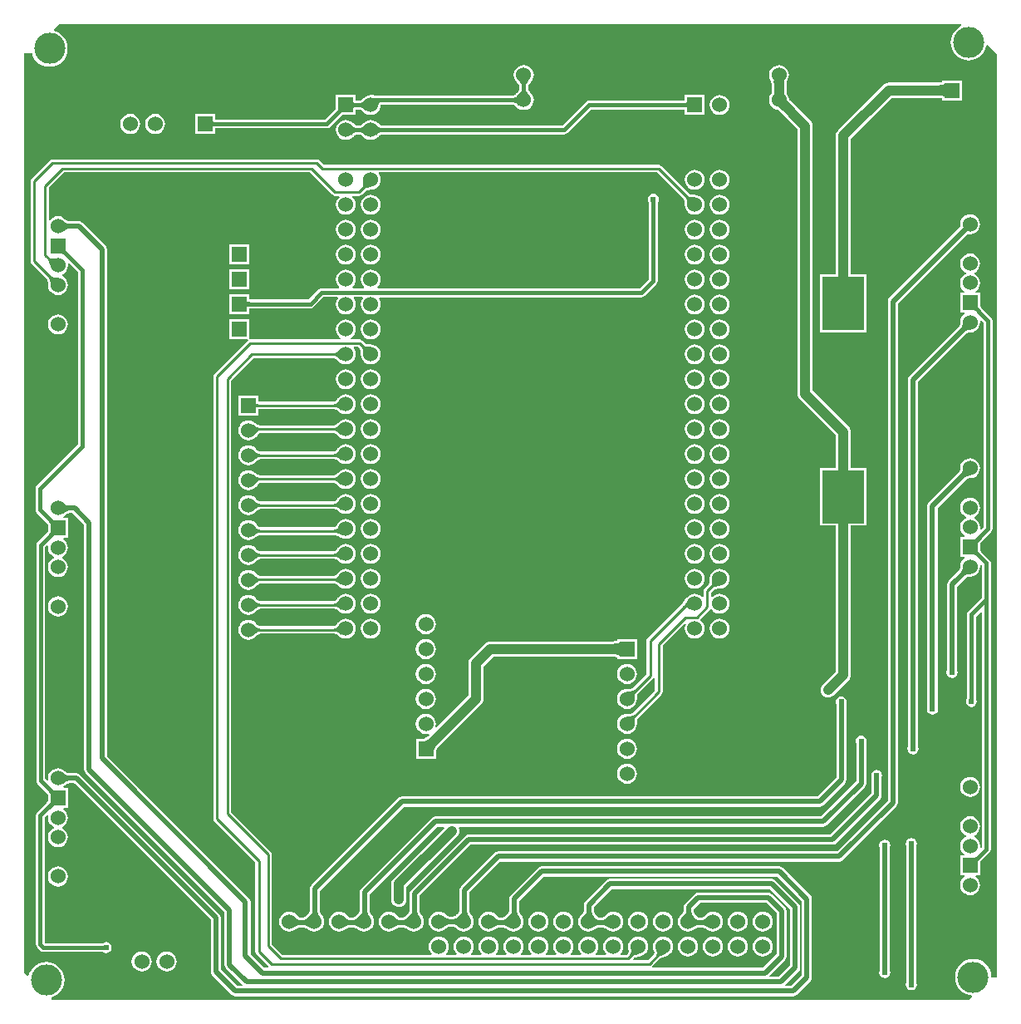
<source format=gtl>
G04*
G04 #@! TF.GenerationSoftware,Altium Limited,Altium Designer,18.1.9 (240)*
G04*
G04 Layer_Physical_Order=1*
G04 Layer_Color=255*
%FSLAX25Y25*%
%MOIN*%
G70*
G01*
G75*
%ADD10C,0.02000*%
%ADD11C,0.01500*%
%ADD12C,0.01000*%
%ADD13R,0.16535X0.21260*%
%ADD20C,0.04000*%
%ADD21C,0.06000*%
%ADD22R,0.06000X0.06000*%
%ADD23C,0.12500*%
%ADD24R,0.06000X0.06000*%
%ADD25C,0.02400*%
G36*
X373750Y389341D02*
X373573Y388680D01*
X372783Y388257D01*
X371679Y387351D01*
X370773Y386247D01*
X370100Y384988D01*
X369685Y383621D01*
X369546Y382200D01*
X369685Y380779D01*
X370100Y379412D01*
X370773Y378153D01*
X371679Y377049D01*
X372783Y376143D01*
X374043Y375469D01*
X375409Y375055D01*
X376831Y374915D01*
X378252Y375055D01*
X379618Y375469D01*
X380878Y376143D01*
X381982Y377049D01*
X382888Y378153D01*
X383561Y379412D01*
X383976Y380779D01*
X383997Y380994D01*
X384468Y381163D01*
X388230Y377400D01*
Y7100D01*
X386097D01*
X385916Y7300D01*
X385776Y8721D01*
X385361Y10088D01*
X384688Y11347D01*
X383782Y12451D01*
X382678Y13357D01*
X381418Y14030D01*
X380052Y14445D01*
X378630Y14585D01*
X377209Y14445D01*
X375843Y14030D01*
X374583Y13357D01*
X373479Y12451D01*
X372573Y11347D01*
X371900Y10088D01*
X371485Y8721D01*
X371345Y7300D01*
X371485Y5879D01*
X371900Y4512D01*
X372573Y3253D01*
X373479Y2149D01*
X374583Y1243D01*
X375843Y569D01*
X377209Y155D01*
X377880Y89D01*
X378049Y-382D01*
X376730Y-1700D01*
X8914D01*
X8709Y-1339D01*
X8895Y-820D01*
X9518Y-630D01*
X10778Y43D01*
X11882Y949D01*
X12788Y2053D01*
X13461Y3312D01*
X13876Y4679D01*
X14016Y6100D01*
X13876Y7521D01*
X13461Y8888D01*
X12788Y10147D01*
X11882Y11251D01*
X10778Y12157D01*
X9518Y12831D01*
X8152Y13245D01*
X6730Y13385D01*
X5309Y13245D01*
X3943Y12831D01*
X2683Y12157D01*
X1579Y11251D01*
X673Y10147D01*
X0Y8888D01*
X-245Y8082D01*
X-730Y7960D01*
X-2070Y9300D01*
Y377900D01*
X430D01*
X467Y377936D01*
X1032Y377795D01*
X1300Y376912D01*
X1973Y375653D01*
X2879Y374549D01*
X3983Y373643D01*
X5243Y372970D01*
X6609Y372555D01*
X8031Y372415D01*
X9452Y372555D01*
X10818Y372970D01*
X12078Y373643D01*
X13182Y374549D01*
X14088Y375653D01*
X14761Y376912D01*
X15176Y378279D01*
X15316Y379700D01*
X15176Y381121D01*
X14761Y382488D01*
X14088Y383747D01*
X13182Y384851D01*
X12078Y385757D01*
X10818Y386431D01*
X9936Y386698D01*
X9794Y387264D01*
X11930Y389400D01*
X373713D01*
X373750Y389341D01*
D02*
G37*
%LPC*%
G36*
X367342Y367008D02*
X367304Y367000D01*
X366331D01*
Y366308D01*
X366094Y366237D01*
X365759Y366169D01*
X364054Y366029D01*
X363821Y366026D01*
X344731D01*
X344730Y366026D01*
X343947Y365923D01*
X343218Y365620D01*
X342591Y365140D01*
X324391Y346940D01*
X323910Y346313D01*
X323608Y345583D01*
X323505Y344800D01*
Y289130D01*
X317263D01*
Y265870D01*
X335798D01*
Y289130D01*
X329556D01*
Y343547D01*
X345984Y359974D01*
X363821D01*
X364064Y359971D01*
X365284Y359896D01*
X365734Y359836D01*
X366094Y359763D01*
X366331Y359692D01*
Y359000D01*
X367304D01*
X367342Y358992D01*
X367381Y359000D01*
X374330D01*
Y367000D01*
X367381D01*
X367342Y367008D01*
D02*
G37*
G36*
X198330Y373134D02*
X197286Y372997D01*
X196313Y372594D01*
X195478Y371953D01*
X194836Y371117D01*
X194433Y370144D01*
X194296Y369100D01*
X194433Y368056D01*
X194836Y367083D01*
X195478Y366247D01*
X195562Y366182D01*
X195738Y366002D01*
X195930Y365782D01*
X196094Y365572D01*
X196230Y365370D01*
X196340Y365181D01*
X196425Y365002D01*
X196487Y364836D01*
X196528Y364680D01*
X196546Y364569D01*
Y363631D01*
X196528Y363520D01*
X196487Y363364D01*
X196425Y363198D01*
X196340Y363019D01*
X196230Y362829D01*
X196102Y362641D01*
X195727Y362188D01*
X195562Y362018D01*
X195478Y361953D01*
X195413Y361868D01*
X195233Y361693D01*
X195013Y361501D01*
X194802Y361337D01*
X194601Y361200D01*
X194411Y361091D01*
X194233Y361006D01*
X194066Y360944D01*
X193911Y360902D01*
X193800Y360884D01*
X139869D01*
X139662Y360887D01*
X138625Y360938D01*
X137851Y361020D01*
X137660Y361053D01*
X137633Y361052D01*
X137608Y361060D01*
X137539Y361054D01*
X136931Y361135D01*
X135886Y360997D01*
X134913Y360594D01*
X134078Y359953D01*
X134013Y359868D01*
X133833Y359693D01*
X133613Y359501D01*
X133402Y359337D01*
X133201Y359200D01*
X133011Y359091D01*
X132833Y359006D01*
X132666Y358944D01*
X132511Y358902D01*
X132400Y358884D01*
X131094D01*
X131002Y358892D01*
X130930Y358904D01*
Y361100D01*
X122931D01*
Y356272D01*
X122923Y356233D01*
X122931Y356195D01*
Y355729D01*
X122836Y355593D01*
X122484Y355177D01*
X118591Y351284D01*
X74594D01*
X74502Y351292D01*
X74431Y351304D01*
Y353500D01*
X66430D01*
Y345500D01*
X74431D01*
Y347696D01*
X74502Y347708D01*
X74594Y347716D01*
X119331D01*
X120013Y347851D01*
X120592Y348238D01*
X124941Y352587D01*
X125203Y352830D01*
X125412Y352997D01*
X125559Y353100D01*
X126026D01*
X126064Y353092D01*
X126102Y353100D01*
X130930D01*
Y355296D01*
X131002Y355308D01*
X131094Y355316D01*
X132400D01*
X132511Y355298D01*
X132666Y355256D01*
X132833Y355194D01*
X133011Y355109D01*
X133201Y355000D01*
X133389Y354872D01*
X133843Y354497D01*
X134013Y354332D01*
X134078Y354247D01*
X134913Y353606D01*
X135886Y353203D01*
X136931Y353065D01*
X137975Y353203D01*
X138948Y353606D01*
X139783Y354247D01*
X140425Y355083D01*
X140828Y356056D01*
X140926Y356799D01*
X140940Y356844D01*
X140939Y356853D01*
X140942Y356860D01*
X140962Y357059D01*
X140985Y357157D01*
X141006Y357211D01*
X141021Y357235D01*
X141030Y357245D01*
X141045Y357256D01*
X141085Y357276D01*
X141163Y357300D01*
X141257Y357316D01*
X193800D01*
X193911Y357298D01*
X194066Y357256D01*
X194233Y357194D01*
X194411Y357109D01*
X194601Y357000D01*
X194789Y356872D01*
X195243Y356497D01*
X195413Y356332D01*
X195478Y356247D01*
X196313Y355606D01*
X197286Y355203D01*
X198330Y355065D01*
X199375Y355203D01*
X200348Y355606D01*
X201183Y356247D01*
X201824Y357083D01*
X202228Y358056D01*
X202365Y359100D01*
X202228Y360144D01*
X201824Y361117D01*
X201183Y361953D01*
X201099Y362018D01*
X200924Y362198D01*
X200731Y362418D01*
X200567Y362628D01*
X200431Y362829D01*
X200321Y363019D01*
X200236Y363198D01*
X200174Y363364D01*
X200133Y363520D01*
X200115Y363631D01*
Y364569D01*
X200133Y364680D01*
X200174Y364836D01*
X200236Y365002D01*
X200321Y365181D01*
X200431Y365370D01*
X200559Y365559D01*
X200934Y366012D01*
X201099Y366182D01*
X201183Y366247D01*
X201824Y367083D01*
X202228Y368056D01*
X202365Y369100D01*
X202228Y370144D01*
X201824Y371117D01*
X201183Y371953D01*
X200348Y372594D01*
X199375Y372997D01*
X198330Y373134D01*
D02*
G37*
G36*
X270931Y361100D02*
X262930D01*
Y358904D01*
X262859Y358892D01*
X262767Y358884D01*
X224631D01*
X224630Y358884D01*
X223948Y358749D01*
X223369Y358362D01*
X223369Y358362D01*
X213892Y348884D01*
X141461D01*
X141350Y348902D01*
X141195Y348944D01*
X141028Y349006D01*
X140850Y349091D01*
X140660Y349200D01*
X140472Y349328D01*
X140018Y349703D01*
X139848Y349868D01*
X139783Y349953D01*
X138948Y350594D01*
X137975Y350997D01*
X136931Y351134D01*
X135886Y350997D01*
X134913Y350594D01*
X134078Y349953D01*
X134013Y349868D01*
X133833Y349693D01*
X133613Y349501D01*
X133402Y349337D01*
X133201Y349200D01*
X133011Y349091D01*
X132833Y349006D01*
X132666Y348944D01*
X132511Y348902D01*
X132400Y348884D01*
X131461D01*
X131350Y348902D01*
X131195Y348944D01*
X131028Y349006D01*
X130850Y349091D01*
X130660Y349200D01*
X130472Y349328D01*
X130018Y349703D01*
X129848Y349868D01*
X129783Y349953D01*
X128948Y350594D01*
X127975Y350997D01*
X126930Y351134D01*
X125886Y350997D01*
X124913Y350594D01*
X124078Y349953D01*
X123436Y349117D01*
X123033Y348144D01*
X122896Y347100D01*
X123033Y346056D01*
X123436Y345083D01*
X124078Y344247D01*
X124913Y343606D01*
X125886Y343203D01*
X126930Y343066D01*
X127975Y343203D01*
X128948Y343606D01*
X129783Y344247D01*
X129848Y344332D01*
X130028Y344507D01*
X130248Y344699D01*
X130459Y344863D01*
X130660Y345000D01*
X130850Y345109D01*
X131028Y345194D01*
X131195Y345256D01*
X131350Y345298D01*
X131461Y345316D01*
X132400D01*
X132511Y345298D01*
X132666Y345256D01*
X132833Y345194D01*
X133011Y345109D01*
X133201Y345000D01*
X133389Y344872D01*
X133843Y344497D01*
X134013Y344332D01*
X134078Y344247D01*
X134913Y343606D01*
X135886Y343203D01*
X136931Y343066D01*
X137975Y343203D01*
X138948Y343606D01*
X139783Y344247D01*
X139848Y344332D01*
X140029Y344507D01*
X140248Y344699D01*
X140459Y344863D01*
X140660Y345000D01*
X140850Y345109D01*
X141028Y345194D01*
X141195Y345256D01*
X141350Y345298D01*
X141461Y345316D01*
X214631D01*
X215313Y345451D01*
X215892Y345838D01*
X225370Y355316D01*
X262767D01*
X262859Y355308D01*
X262930Y355296D01*
Y353100D01*
X270931D01*
Y361100D01*
D02*
G37*
G36*
X276930Y361135D02*
X275886Y360997D01*
X274913Y360594D01*
X274078Y359953D01*
X273436Y359117D01*
X273033Y358144D01*
X272896Y357100D01*
X273033Y356056D01*
X273436Y355083D01*
X274078Y354247D01*
X274913Y353606D01*
X275886Y353203D01*
X276930Y353065D01*
X277975Y353203D01*
X278948Y353606D01*
X279783Y354247D01*
X280424Y355083D01*
X280828Y356056D01*
X280965Y357100D01*
X280828Y358144D01*
X280424Y359117D01*
X279783Y359953D01*
X278948Y360594D01*
X277975Y360997D01*
X276930Y361135D01*
D02*
G37*
G36*
X50431Y353535D02*
X49386Y353397D01*
X48413Y352994D01*
X47578Y352353D01*
X46937Y351517D01*
X46534Y350544D01*
X46396Y349500D01*
X46534Y348456D01*
X46937Y347483D01*
X47578Y346647D01*
X48413Y346006D01*
X49386Y345603D01*
X50431Y345465D01*
X51475Y345603D01*
X52448Y346006D01*
X53283Y346647D01*
X53925Y347483D01*
X54328Y348456D01*
X54465Y349500D01*
X54328Y350544D01*
X53925Y351517D01*
X53283Y352353D01*
X52448Y352994D01*
X51475Y353397D01*
X50431Y353535D01*
D02*
G37*
G36*
X40431D02*
X39386Y353397D01*
X38413Y352994D01*
X37578Y352353D01*
X36937Y351517D01*
X36533Y350544D01*
X36396Y349500D01*
X36533Y348456D01*
X36937Y347483D01*
X37578Y346647D01*
X38413Y346006D01*
X39386Y345603D01*
X40431Y345465D01*
X41475Y345603D01*
X42448Y346006D01*
X43283Y346647D01*
X43924Y347483D01*
X44328Y348456D01*
X44465Y349500D01*
X44328Y350544D01*
X43924Y351517D01*
X43283Y352353D01*
X42448Y352994D01*
X41475Y353397D01*
X40431Y353535D01*
D02*
G37*
G36*
X276930Y331135D02*
X275886Y330997D01*
X274913Y330594D01*
X274078Y329953D01*
X273436Y329117D01*
X273033Y328144D01*
X272896Y327100D01*
X273033Y326056D01*
X273436Y325083D01*
X274078Y324247D01*
X274913Y323606D01*
X275886Y323203D01*
X276930Y323065D01*
X277975Y323203D01*
X278948Y323606D01*
X279783Y324247D01*
X280424Y325083D01*
X280828Y326056D01*
X280965Y327100D01*
X280828Y328144D01*
X280424Y329117D01*
X279783Y329953D01*
X278948Y330594D01*
X277975Y330997D01*
X276930Y331135D01*
D02*
G37*
G36*
X266931D02*
X265886Y330997D01*
X264913Y330594D01*
X264078Y329953D01*
X263437Y329117D01*
X263034Y328144D01*
X262896Y327100D01*
X263034Y326056D01*
X263437Y325083D01*
X264078Y324247D01*
X264913Y323606D01*
X265886Y323203D01*
X266931Y323065D01*
X267975Y323203D01*
X268948Y323606D01*
X269783Y324247D01*
X270425Y325083D01*
X270828Y326056D01*
X270965Y327100D01*
X270828Y328144D01*
X270425Y329117D01*
X269783Y329953D01*
X268948Y330594D01*
X267975Y330997D01*
X266931Y331135D01*
D02*
G37*
G36*
X276930Y321134D02*
X275886Y320997D01*
X274913Y320594D01*
X274078Y319953D01*
X273436Y319117D01*
X273033Y318144D01*
X272896Y317100D01*
X273033Y316056D01*
X273436Y315083D01*
X274078Y314247D01*
X274913Y313606D01*
X275886Y313203D01*
X276930Y313066D01*
X277975Y313203D01*
X278948Y313606D01*
X279783Y314247D01*
X280424Y315083D01*
X280828Y316056D01*
X280965Y317100D01*
X280828Y318144D01*
X280424Y319117D01*
X279783Y319953D01*
X278948Y320594D01*
X277975Y320997D01*
X276930Y321134D01*
D02*
G37*
G36*
X115331Y335229D02*
X9230D01*
X8645Y335113D01*
X8149Y334781D01*
X849Y327481D01*
X518Y326985D01*
X401Y326400D01*
Y294400D01*
X518Y293815D01*
X849Y293319D01*
X7040Y287128D01*
X7090Y287050D01*
X7151Y286927D01*
X7213Y286761D01*
X7271Y286555D01*
X7322Y286308D01*
X7361Y286033D01*
X7408Y285325D01*
X7411Y285010D01*
X7396Y284900D01*
X7534Y283856D01*
X7937Y282883D01*
X8578Y282047D01*
X9413Y281406D01*
X10386Y281003D01*
X11430Y280866D01*
X12475Y281003D01*
X13448Y281406D01*
X14283Y282047D01*
X14924Y282883D01*
X15328Y283856D01*
X15465Y284900D01*
X15328Y285944D01*
X14924Y286917D01*
X14283Y287753D01*
X13448Y288394D01*
X13121Y288529D01*
Y289071D01*
X13448Y289206D01*
X14283Y289847D01*
X14924Y290683D01*
X15328Y291656D01*
X15465Y292700D01*
X15369Y293431D01*
X15842Y293665D01*
X19346Y290161D01*
Y220839D01*
X2869Y204362D01*
X2482Y203783D01*
X2346Y203100D01*
Y194800D01*
X2482Y194117D01*
X2869Y193538D01*
X6922Y189485D01*
X7164Y189225D01*
X7333Y189014D01*
X7430Y188875D01*
Y186671D01*
X7423Y186633D01*
X7430Y186595D01*
Y186129D01*
X7336Y185993D01*
X6984Y185577D01*
X3269Y181862D01*
X2882Y181283D01*
X2746Y180600D01*
Y86100D01*
X2882Y85417D01*
X3269Y84838D01*
X6922Y81185D01*
X7164Y80925D01*
X7333Y80714D01*
X7430Y80575D01*
Y78372D01*
X7423Y78333D01*
X7430Y78295D01*
Y77829D01*
X7336Y77693D01*
X6984Y77277D01*
X3069Y73362D01*
X2682Y72783D01*
X2546Y72100D01*
Y20400D01*
X2682Y19717D01*
X3069Y19138D01*
X4269Y17938D01*
X4269Y17938D01*
X4848Y17551D01*
X5531Y17416D01*
X5531Y17416D01*
X29441D01*
X29872Y17128D01*
X30731Y16957D01*
X31589Y17128D01*
X32317Y17614D01*
X32803Y18342D01*
X32974Y19200D01*
X32803Y20058D01*
X32317Y20786D01*
X31589Y21272D01*
X30731Y21443D01*
X29872Y21272D01*
X29446Y20988D01*
X29393Y20984D01*
X6270D01*
X6115Y21139D01*
Y71361D01*
X7019Y72265D01*
X7492Y72031D01*
X7396Y71300D01*
X7534Y70256D01*
X7937Y69283D01*
X8578Y68447D01*
X9413Y67806D01*
X9740Y67671D01*
Y67129D01*
X9413Y66994D01*
X8578Y66353D01*
X7937Y65517D01*
X7534Y64544D01*
X7396Y63500D01*
X7534Y62456D01*
X7937Y61483D01*
X8578Y60647D01*
X9413Y60006D01*
X10386Y59603D01*
X11430Y59465D01*
X12475Y59603D01*
X13448Y60006D01*
X14283Y60647D01*
X14924Y61483D01*
X15328Y62456D01*
X15465Y63500D01*
X15328Y64544D01*
X14924Y65517D01*
X14283Y66353D01*
X13448Y66994D01*
X13121Y67129D01*
Y67671D01*
X13448Y67806D01*
X14283Y68447D01*
X14924Y69283D01*
X15328Y70256D01*
X15465Y71300D01*
X15328Y72344D01*
X14924Y73317D01*
X14283Y74153D01*
X13570Y74700D01*
X13717Y75200D01*
X15430D01*
Y83200D01*
X13717D01*
X13570Y83700D01*
X14283Y84247D01*
X14345Y84327D01*
X14470Y84447D01*
X14639Y84587D01*
X14808Y84707D01*
X14977Y84808D01*
X15146Y84892D01*
X15318Y84959D01*
X15494Y85012D01*
X15674Y85049D01*
X15772Y85061D01*
X17986D01*
X72691Y30355D01*
Y9500D01*
X72847Y8720D01*
X73289Y8058D01*
X81089Y258D01*
X81750Y-184D01*
X82530Y-339D01*
X82531Y-339D01*
X306431D01*
X307211Y-184D01*
X307873Y258D01*
X313372Y5758D01*
X313372Y5758D01*
X313814Y6420D01*
X313970Y7200D01*
Y38600D01*
X313814Y39380D01*
X313372Y40042D01*
X302273Y51142D01*
X301611Y51584D01*
X300831Y51739D01*
X205531D01*
X204750Y51584D01*
X204089Y51142D01*
X193089Y40142D01*
X192647Y39480D01*
X192491Y38700D01*
Y34040D01*
X192478Y33941D01*
X192440Y33771D01*
X192388Y33611D01*
X192322Y33459D01*
X192239Y33311D01*
X192140Y33165D01*
X192021Y33022D01*
X191881Y32879D01*
X191688Y32713D01*
X191646Y32659D01*
X191378Y32453D01*
X191101Y32092D01*
X191035Y32038D01*
X190878Y31844D01*
X190744Y31704D01*
X190609Y31587D01*
X190472Y31489D01*
X190331Y31408D01*
X190186Y31342D01*
X190031Y31290D01*
X189866Y31252D01*
X189765Y31239D01*
X188696D01*
X188596Y31252D01*
X188430Y31290D01*
X188276Y31342D01*
X188130Y31408D01*
X187989Y31489D01*
X187852Y31587D01*
X187717Y31704D01*
X187583Y31844D01*
X187426Y32038D01*
X187360Y32092D01*
X187083Y32453D01*
X186248Y33094D01*
X185275Y33497D01*
X184230Y33634D01*
X183186Y33497D01*
X182213Y33094D01*
X181378Y32453D01*
X180736Y31617D01*
X180333Y30644D01*
X180196Y29600D01*
X180333Y28556D01*
X180736Y27583D01*
X181378Y26747D01*
X182213Y26106D01*
X183186Y25703D01*
X184230Y25565D01*
X185275Y25703D01*
X186248Y26106D01*
X186597Y26374D01*
X186678Y26412D01*
X186905Y26579D01*
X187107Y26710D01*
X187307Y26824D01*
X187505Y26921D01*
X187701Y27002D01*
X187896Y27066D01*
X188092Y27116D01*
X188287Y27152D01*
X188374Y27161D01*
X190087D01*
X190174Y27152D01*
X190370Y27116D01*
X190565Y27066D01*
X190760Y27002D01*
X190956Y26921D01*
X191154Y26824D01*
X191354Y26710D01*
X191557Y26578D01*
X191783Y26412D01*
X191864Y26374D01*
X192213Y26106D01*
X193186Y25703D01*
X194230Y25565D01*
X195275Y25703D01*
X196248Y26106D01*
X197083Y26747D01*
X197724Y27583D01*
X198128Y28556D01*
X198265Y29600D01*
X198128Y30644D01*
X197724Y31617D01*
X197378Y32069D01*
X197336Y32152D01*
X197164Y32370D01*
X197029Y32565D01*
X196913Y32757D01*
X196814Y32948D01*
X196732Y33138D01*
X196667Y33328D01*
X196616Y33518D01*
X196580Y33710D01*
X196570Y33801D01*
Y37855D01*
X206375Y47661D01*
X299986D01*
X309891Y37755D01*
Y8045D01*
X305586Y3739D01*
X303361D01*
X303154Y4239D01*
X308573Y9658D01*
X309015Y10320D01*
X309170Y11100D01*
Y35400D01*
X309170Y35400D01*
X309015Y36180D01*
X308573Y36842D01*
X299272Y46142D01*
X298611Y46584D01*
X297831Y46739D01*
X232930D01*
X232150Y46584D01*
X231489Y46142D01*
X223089Y37742D01*
X222647Y37080D01*
X222491Y36300D01*
Y34040D01*
X222478Y33941D01*
X222440Y33771D01*
X222388Y33611D01*
X222322Y33459D01*
X222239Y33311D01*
X222140Y33165D01*
X222021Y33022D01*
X221881Y32879D01*
X221688Y32713D01*
X221646Y32659D01*
X221378Y32453D01*
X220737Y31617D01*
X220334Y30644D01*
X220196Y29600D01*
X220334Y28556D01*
X220737Y27583D01*
X221378Y26747D01*
X222213Y26106D01*
X223186Y25703D01*
X224231Y25565D01*
X225275Y25703D01*
X226248Y26106D01*
X226597Y26374D01*
X226678Y26412D01*
X226905Y26579D01*
X227107Y26710D01*
X227307Y26824D01*
X227505Y26921D01*
X227701Y27002D01*
X227896Y27066D01*
X228092Y27116D01*
X228287Y27152D01*
X228374Y27161D01*
X230087D01*
X230174Y27152D01*
X230370Y27116D01*
X230565Y27066D01*
X230760Y27002D01*
X230956Y26921D01*
X231154Y26824D01*
X231354Y26710D01*
X231557Y26578D01*
X231783Y26412D01*
X231864Y26374D01*
X232213Y26106D01*
X233186Y25703D01*
X234230Y25565D01*
X235275Y25703D01*
X236248Y26106D01*
X237083Y26747D01*
X237724Y27583D01*
X238128Y28556D01*
X238265Y29600D01*
X238128Y30644D01*
X237724Y31617D01*
X237083Y32453D01*
X236248Y33094D01*
X235275Y33497D01*
X234230Y33634D01*
X233186Y33497D01*
X232213Y33094D01*
X231378Y32453D01*
X231101Y32092D01*
X231035Y32038D01*
X230878Y31844D01*
X230744Y31704D01*
X230609Y31587D01*
X230472Y31489D01*
X230331Y31408D01*
X230186Y31342D01*
X230031Y31290D01*
X229866Y31252D01*
X229765Y31239D01*
X228696D01*
X228596Y31252D01*
X228430Y31290D01*
X228275Y31342D01*
X228130Y31408D01*
X227989Y31489D01*
X227852Y31587D01*
X227717Y31704D01*
X227583Y31844D01*
X227426Y32038D01*
X227370Y32084D01*
X227336Y32152D01*
X227164Y32370D01*
X227029Y32565D01*
X226913Y32757D01*
X226814Y32948D01*
X226732Y33138D01*
X226667Y33328D01*
X226616Y33518D01*
X226580Y33710D01*
X226570Y33801D01*
Y35455D01*
X233775Y42661D01*
X296986D01*
X305091Y34555D01*
Y11945D01*
X300586Y7439D01*
X297161D01*
X296954Y7939D01*
X303172Y14158D01*
X303614Y14820D01*
X303770Y15600D01*
Y34000D01*
X303614Y34780D01*
X303172Y35442D01*
X297972Y40642D01*
X297311Y41084D01*
X296531Y41239D01*
X268331D01*
X267550Y41084D01*
X266889Y40642D01*
X263089Y36842D01*
X262647Y36180D01*
X262491Y35400D01*
Y34040D01*
X262478Y33941D01*
X262440Y33771D01*
X262388Y33611D01*
X262322Y33459D01*
X262240Y33311D01*
X262140Y33165D01*
X262021Y33022D01*
X261881Y32879D01*
X261688Y32713D01*
X261646Y32659D01*
X261378Y32453D01*
X260736Y31617D01*
X260333Y30644D01*
X260196Y29600D01*
X260333Y28556D01*
X260736Y27583D01*
X261378Y26747D01*
X262213Y26106D01*
X263186Y25703D01*
X264230Y25565D01*
X265275Y25703D01*
X266248Y26106D01*
X266597Y26374D01*
X266678Y26412D01*
X266904Y26579D01*
X267107Y26710D01*
X267307Y26824D01*
X267505Y26921D01*
X267701Y27002D01*
X267896Y27066D01*
X268092Y27116D01*
X268287Y27152D01*
X268374Y27161D01*
X270087D01*
X270174Y27152D01*
X270370Y27116D01*
X270565Y27066D01*
X270760Y27002D01*
X270956Y26921D01*
X271154Y26824D01*
X271354Y26710D01*
X271557Y26578D01*
X271783Y26412D01*
X271864Y26374D01*
X272213Y26106D01*
X273186Y25703D01*
X274231Y25565D01*
X275275Y25703D01*
X276248Y26106D01*
X277083Y26747D01*
X277725Y27583D01*
X278128Y28556D01*
X278265Y29600D01*
X278128Y30644D01*
X277725Y31617D01*
X277083Y32453D01*
X276248Y33094D01*
X275275Y33497D01*
X274231Y33634D01*
X273186Y33497D01*
X272213Y33094D01*
X271378Y32453D01*
X271101Y32092D01*
X271035Y32038D01*
X270878Y31844D01*
X270744Y31704D01*
X270609Y31587D01*
X270472Y31489D01*
X270332Y31408D01*
X270186Y31342D01*
X270031Y31290D01*
X269865Y31252D01*
X269765Y31239D01*
X268696D01*
X268596Y31252D01*
X268430Y31290D01*
X268275Y31342D01*
X268130Y31408D01*
X267989Y31489D01*
X267852Y31587D01*
X267717Y31704D01*
X267583Y31844D01*
X267426Y32038D01*
X267370Y32084D01*
X267336Y32152D01*
X267164Y32370D01*
X267029Y32565D01*
X266913Y32757D01*
X266814Y32948D01*
X266733Y33138D01*
X266667Y33328D01*
X266616Y33518D01*
X266580Y33710D01*
X266570Y33801D01*
Y34555D01*
X269175Y37161D01*
X295686D01*
X299691Y33155D01*
Y16445D01*
X294286Y11039D01*
X249994D01*
X249838Y11451D01*
X249833Y11539D01*
X252998Y14705D01*
X255150Y15653D01*
X255619Y15828D01*
X255621Y15829D01*
X255624Y15830D01*
X255709Y15883D01*
X256248Y16106D01*
X257083Y16747D01*
X257724Y17583D01*
X258128Y18556D01*
X258265Y19600D01*
X258128Y20644D01*
X257724Y21617D01*
X257083Y22453D01*
X256248Y23094D01*
X255275Y23497D01*
X254230Y23634D01*
X253186Y23497D01*
X252213Y23094D01*
X251378Y22453D01*
X250736Y21617D01*
X250333Y20644D01*
X250196Y19600D01*
X250333Y18556D01*
X250464Y18241D01*
X250474Y18170D01*
X250587Y17852D01*
X250660Y17592D01*
X250705Y17364D01*
X250725Y17170D01*
X250725Y17011D01*
X250709Y16884D01*
X250683Y16785D01*
X250648Y16706D01*
X250606Y16639D01*
X248097Y14129D01*
X242276D01*
X242085Y14591D01*
X242435Y14942D01*
X242508Y14990D01*
X242630Y15055D01*
X243076Y15232D01*
X243321Y15307D01*
X244431Y15558D01*
X244864Y15631D01*
X244864D01*
X244864Y15631D01*
X244865Y15631D01*
X244938Y15659D01*
X245275Y15703D01*
X246248Y16106D01*
X247083Y16747D01*
X247725Y17583D01*
X248128Y18556D01*
X248265Y19600D01*
X248128Y20644D01*
X247725Y21617D01*
X247083Y22453D01*
X246248Y23094D01*
X245275Y23497D01*
X244231Y23634D01*
X243186Y23497D01*
X242213Y23094D01*
X241378Y22453D01*
X240737Y21617D01*
X240334Y20644D01*
X240196Y19600D01*
X240273Y19014D01*
X240269Y18921D01*
X240326Y18548D01*
X240358Y18230D01*
X240370Y17947D01*
X240363Y17699D01*
X240340Y17489D01*
X240304Y17314D01*
X240260Y17177D01*
X240212Y17072D01*
X240164Y16997D01*
X239397Y16229D01*
X237186D01*
X237026Y16703D01*
X237083Y16747D01*
X237724Y17583D01*
X238128Y18556D01*
X238265Y19600D01*
X238128Y20644D01*
X237724Y21617D01*
X237083Y22453D01*
X236248Y23094D01*
X235275Y23497D01*
X234230Y23634D01*
X233186Y23497D01*
X232213Y23094D01*
X231378Y22453D01*
X230736Y21617D01*
X230333Y20644D01*
X230196Y19600D01*
X230333Y18556D01*
X230736Y17583D01*
X231378Y16747D01*
X231435Y16703D01*
X231275Y16229D01*
X227186D01*
X227026Y16703D01*
X227083Y16747D01*
X227725Y17583D01*
X228128Y18556D01*
X228265Y19600D01*
X228128Y20644D01*
X227725Y21617D01*
X227083Y22453D01*
X226248Y23094D01*
X225275Y23497D01*
X224231Y23634D01*
X223186Y23497D01*
X222213Y23094D01*
X221378Y22453D01*
X220737Y21617D01*
X220334Y20644D01*
X220196Y19600D01*
X220334Y18556D01*
X220737Y17583D01*
X221378Y16747D01*
X221435Y16703D01*
X221275Y16229D01*
X217186D01*
X217026Y16703D01*
X217083Y16747D01*
X217724Y17583D01*
X218128Y18556D01*
X218265Y19600D01*
X218128Y20644D01*
X217724Y21617D01*
X217083Y22453D01*
X216248Y23094D01*
X215275Y23497D01*
X214230Y23634D01*
X213186Y23497D01*
X212213Y23094D01*
X211378Y22453D01*
X210736Y21617D01*
X210333Y20644D01*
X210196Y19600D01*
X210333Y18556D01*
X210736Y17583D01*
X211378Y16747D01*
X211435Y16703D01*
X211275Y16229D01*
X207186D01*
X207026Y16703D01*
X207083Y16747D01*
X207724Y17583D01*
X208128Y18556D01*
X208265Y19600D01*
X208128Y20644D01*
X207724Y21617D01*
X207083Y22453D01*
X206248Y23094D01*
X205275Y23497D01*
X204230Y23634D01*
X203186Y23497D01*
X202213Y23094D01*
X201378Y22453D01*
X200736Y21617D01*
X200333Y20644D01*
X200196Y19600D01*
X200333Y18556D01*
X200736Y17583D01*
X201378Y16747D01*
X201435Y16703D01*
X201275Y16229D01*
X197186D01*
X197026Y16703D01*
X197083Y16747D01*
X197724Y17583D01*
X198128Y18556D01*
X198265Y19600D01*
X198128Y20644D01*
X197724Y21617D01*
X197083Y22453D01*
X196248Y23094D01*
X195275Y23497D01*
X194230Y23634D01*
X193186Y23497D01*
X192213Y23094D01*
X191378Y22453D01*
X190736Y21617D01*
X190333Y20644D01*
X190196Y19600D01*
X190333Y18556D01*
X190736Y17583D01*
X191378Y16747D01*
X191435Y16703D01*
X191275Y16229D01*
X187186D01*
X187026Y16703D01*
X187083Y16747D01*
X187724Y17583D01*
X188128Y18556D01*
X188265Y19600D01*
X188128Y20644D01*
X187724Y21617D01*
X187083Y22453D01*
X186248Y23094D01*
X185275Y23497D01*
X184230Y23634D01*
X183186Y23497D01*
X182213Y23094D01*
X181378Y22453D01*
X180736Y21617D01*
X180333Y20644D01*
X180196Y19600D01*
X180333Y18556D01*
X180736Y17583D01*
X181378Y16747D01*
X181435Y16703D01*
X181275Y16229D01*
X177186D01*
X177026Y16703D01*
X177083Y16747D01*
X177725Y17583D01*
X178128Y18556D01*
X178265Y19600D01*
X178128Y20644D01*
X177725Y21617D01*
X177083Y22453D01*
X176248Y23094D01*
X175275Y23497D01*
X174231Y23634D01*
X173186Y23497D01*
X172213Y23094D01*
X171378Y22453D01*
X170737Y21617D01*
X170334Y20644D01*
X170196Y19600D01*
X170334Y18556D01*
X170737Y17583D01*
X171378Y16747D01*
X171435Y16703D01*
X171275Y16229D01*
X167186D01*
X167026Y16703D01*
X167083Y16747D01*
X167725Y17583D01*
X168128Y18556D01*
X168265Y19600D01*
X168128Y20644D01*
X167725Y21617D01*
X167083Y22453D01*
X166248Y23094D01*
X165275Y23497D01*
X164231Y23634D01*
X163186Y23497D01*
X162213Y23094D01*
X161378Y22453D01*
X160737Y21617D01*
X160334Y20644D01*
X160196Y19600D01*
X160334Y18556D01*
X160737Y17583D01*
X161378Y16747D01*
X161435Y16703D01*
X161275Y16229D01*
X101464D01*
X97260Y20434D01*
Y56400D01*
X97144Y56985D01*
X96812Y57481D01*
X80960Y73334D01*
X80960Y246567D01*
X89964Y255571D01*
X122251D01*
X122341Y255551D01*
X122471Y255507D01*
X122632Y255434D01*
X122819Y255329D01*
X123030Y255190D01*
X123252Y255023D01*
X123786Y254556D01*
X124010Y254335D01*
X124078Y254247D01*
X124913Y253606D01*
X125886Y253203D01*
X126930Y253065D01*
X127975Y253203D01*
X128948Y253606D01*
X129783Y254247D01*
X130424Y255083D01*
X130828Y256056D01*
X130965Y257100D01*
X130828Y258144D01*
X130424Y259117D01*
X130077Y259571D01*
X130323Y260071D01*
X131797D01*
X132540Y259328D01*
X132590Y259250D01*
X132651Y259127D01*
X132713Y258961D01*
X132771Y258755D01*
X132822Y258508D01*
X132861Y258233D01*
X132908Y257525D01*
X132911Y257210D01*
X132896Y257100D01*
X133034Y256056D01*
X133437Y255083D01*
X134078Y254247D01*
X134913Y253606D01*
X135886Y253203D01*
X136931Y253065D01*
X137975Y253203D01*
X138948Y253606D01*
X139783Y254247D01*
X140425Y255083D01*
X140828Y256056D01*
X140965Y257100D01*
X140828Y258144D01*
X140425Y259117D01*
X139783Y259953D01*
X138948Y260594D01*
X137975Y260997D01*
X136931Y261135D01*
X136821Y261120D01*
X136505Y261122D01*
X135798Y261170D01*
X135523Y261209D01*
X135276Y261260D01*
X135069Y261318D01*
X134904Y261379D01*
X134780Y261440D01*
X134703Y261491D01*
X133512Y262681D01*
X133016Y263013D01*
X132431Y263129D01*
X129230D01*
X128976Y263576D01*
X128978Y263629D01*
X129783Y264247D01*
X130424Y265083D01*
X130828Y266056D01*
X130965Y267100D01*
X130828Y268144D01*
X130424Y269117D01*
X129783Y269953D01*
X128948Y270594D01*
X127975Y270997D01*
X126930Y271134D01*
X125886Y270997D01*
X124913Y270594D01*
X124078Y269953D01*
X123436Y269117D01*
X123033Y268144D01*
X122896Y267100D01*
X123033Y266056D01*
X123436Y265083D01*
X124078Y264247D01*
X124883Y263629D01*
X124885Y263576D01*
X124631Y263129D01*
X88630D01*
X88554Y263114D01*
X88130Y263540D01*
Y271300D01*
X80130D01*
Y263300D01*
X87575D01*
X87726Y262800D01*
X87549Y262681D01*
X74149Y249281D01*
X73818Y248785D01*
X73701Y248200D01*
X73701Y70800D01*
X73818Y70215D01*
X74149Y69718D01*
X90601Y53267D01*
X90601Y17500D01*
X90718Y16915D01*
X91049Y16419D01*
X95929Y11539D01*
X95923Y11451D01*
X95767Y11039D01*
X94275D01*
X88670Y16645D01*
Y37500D01*
X88515Y38280D01*
X88073Y38942D01*
X31070Y95945D01*
X31070Y299300D01*
X30915Y300080D01*
X30472Y300742D01*
X30472Y300742D01*
X21272Y309942D01*
X20611Y310384D01*
X19830Y310539D01*
X15772D01*
X15674Y310551D01*
X15494Y310589D01*
X15318Y310641D01*
X15146Y310708D01*
X14977Y310792D01*
X14808Y310893D01*
X14639Y311013D01*
X14470Y311153D01*
X14345Y311273D01*
X14283Y311353D01*
X13448Y311994D01*
X12475Y312397D01*
X11430Y312534D01*
X10386Y312397D01*
X9413Y311994D01*
X8578Y311353D01*
X8260Y310939D01*
X7760Y311108D01*
Y323867D01*
X13964Y330071D01*
X112597D01*
X121549Y321119D01*
X122045Y320787D01*
X122631Y320671D01*
X124192D01*
X124362Y320171D01*
X124078Y319953D01*
X123436Y319117D01*
X123033Y318144D01*
X122896Y317100D01*
X123033Y316056D01*
X123436Y315083D01*
X124078Y314247D01*
X124913Y313606D01*
X125886Y313203D01*
X126930Y313066D01*
X127975Y313203D01*
X128948Y313606D01*
X129783Y314247D01*
X130424Y315083D01*
X130828Y316056D01*
X130965Y317100D01*
X130828Y318144D01*
X130424Y319117D01*
X129783Y319953D01*
X129500Y320171D01*
X129669Y320671D01*
X132331D01*
X132916Y320787D01*
X133412Y321119D01*
X134881Y322588D01*
X134958Y322638D01*
X135088Y322704D01*
X135263Y322774D01*
X135481Y322843D01*
X135719Y322902D01*
X136780Y323058D01*
X136912Y323068D01*
X136931Y323065D01*
X136998Y323074D01*
X137190Y323089D01*
X137263Y323109D01*
X137975Y323203D01*
X138948Y323606D01*
X139783Y324247D01*
X140425Y325083D01*
X140828Y326056D01*
X140965Y327100D01*
X140828Y328144D01*
X140425Y329117D01*
X140077Y329571D01*
X140323Y330071D01*
X251797D01*
X262540Y319328D01*
X262590Y319250D01*
X262651Y319127D01*
X262713Y318961D01*
X262771Y318755D01*
X262822Y318508D01*
X262861Y318233D01*
X262908Y317525D01*
X262911Y317210D01*
X262896Y317100D01*
X263034Y316056D01*
X263437Y315083D01*
X264078Y314247D01*
X264913Y313606D01*
X265886Y313203D01*
X266931Y313066D01*
X267975Y313203D01*
X268948Y313606D01*
X269783Y314247D01*
X270425Y315083D01*
X270828Y316056D01*
X270965Y317100D01*
X270828Y318144D01*
X270425Y319117D01*
X269783Y319953D01*
X268948Y320594D01*
X267975Y320997D01*
X266931Y321134D01*
X266821Y321120D01*
X266505Y321122D01*
X265798Y321170D01*
X265523Y321209D01*
X265276Y321260D01*
X265069Y321318D01*
X264904Y321379D01*
X264780Y321440D01*
X264703Y321491D01*
X253512Y332681D01*
X253016Y333013D01*
X252431Y333129D01*
X118064D01*
X116412Y334781D01*
X115916Y335113D01*
X115331Y335229D01*
D02*
G37*
G36*
X136931Y321134D02*
X135886Y320997D01*
X134913Y320594D01*
X134078Y319953D01*
X133437Y319117D01*
X133034Y318144D01*
X132896Y317100D01*
X133034Y316056D01*
X133437Y315083D01*
X134078Y314247D01*
X134913Y313606D01*
X135886Y313203D01*
X136931Y313066D01*
X137975Y313203D01*
X138948Y313606D01*
X139783Y314247D01*
X140425Y315083D01*
X140828Y316056D01*
X140965Y317100D01*
X140828Y318144D01*
X140425Y319117D01*
X139783Y319953D01*
X138948Y320594D01*
X137975Y320997D01*
X136931Y321134D01*
D02*
G37*
G36*
X377431Y313334D02*
X376386Y313197D01*
X375413Y312794D01*
X374578Y312153D01*
X373937Y311317D01*
X373534Y310344D01*
X373396Y309300D01*
X373530Y308283D01*
X344989Y279742D01*
X344547Y279080D01*
X344391Y278300D01*
Y78045D01*
X324086Y57739D01*
X188031D01*
X187250Y57584D01*
X186589Y57142D01*
X173089Y43642D01*
X172647Y42980D01*
X172491Y42200D01*
Y34040D01*
X172478Y33941D01*
X172440Y33771D01*
X172388Y33611D01*
X172322Y33459D01*
X172239Y33311D01*
X172140Y33165D01*
X172021Y33022D01*
X171881Y32879D01*
X171688Y32713D01*
X171646Y32659D01*
X171378Y32453D01*
X171316Y32373D01*
X171191Y32253D01*
X171022Y32113D01*
X170853Y31993D01*
X170684Y31892D01*
X170515Y31808D01*
X170343Y31741D01*
X170168Y31688D01*
X169987Y31651D01*
X169889Y31639D01*
X168572D01*
X168474Y31651D01*
X168293Y31688D01*
X168118Y31741D01*
X167946Y31808D01*
X167777Y31892D01*
X167608Y31993D01*
X167439Y32113D01*
X167270Y32253D01*
X167145Y32373D01*
X167083Y32453D01*
X166248Y33094D01*
X165275Y33497D01*
X164231Y33634D01*
X163186Y33497D01*
X162213Y33094D01*
X161378Y32453D01*
X160737Y31617D01*
X160334Y30644D01*
X160196Y29600D01*
X160334Y28556D01*
X160737Y27583D01*
X161378Y26747D01*
X162213Y26106D01*
X163186Y25703D01*
X164231Y25565D01*
X165275Y25703D01*
X166248Y26106D01*
X167083Y26747D01*
X167145Y26827D01*
X167270Y26947D01*
X167439Y27087D01*
X167608Y27207D01*
X167777Y27308D01*
X167946Y27392D01*
X168118Y27459D01*
X168293Y27512D01*
X168474Y27549D01*
X168572Y27561D01*
X169889D01*
X169987Y27549D01*
X170168Y27512D01*
X170343Y27459D01*
X170515Y27392D01*
X170685Y27308D01*
X170853Y27207D01*
X171022Y27087D01*
X171191Y26947D01*
X171316Y26827D01*
X171378Y26747D01*
X172213Y26106D01*
X173186Y25703D01*
X174231Y25565D01*
X175275Y25703D01*
X176248Y26106D01*
X177083Y26747D01*
X177725Y27583D01*
X178128Y28556D01*
X178265Y29600D01*
X178128Y30644D01*
X177725Y31617D01*
X177378Y32069D01*
X177336Y32152D01*
X177164Y32370D01*
X177029Y32565D01*
X176913Y32757D01*
X176814Y32948D01*
X176733Y33138D01*
X176667Y33328D01*
X176616Y33518D01*
X176580Y33710D01*
X176570Y33801D01*
Y41355D01*
X188875Y53661D01*
X324931D01*
X325711Y53816D01*
X326373Y54258D01*
X347872Y75758D01*
X348314Y76420D01*
X348470Y77200D01*
Y277455D01*
X376414Y305399D01*
X377431Y305265D01*
X378475Y305403D01*
X379448Y305806D01*
X380283Y306447D01*
X380925Y307283D01*
X381328Y308256D01*
X381465Y309300D01*
X381328Y310344D01*
X380925Y311317D01*
X380283Y312153D01*
X379448Y312794D01*
X378475Y313197D01*
X377431Y313334D01*
D02*
G37*
G36*
X276930Y311135D02*
X275886Y310997D01*
X274913Y310594D01*
X274078Y309953D01*
X273436Y309117D01*
X273033Y308144D01*
X272896Y307100D01*
X273033Y306056D01*
X273436Y305083D01*
X274078Y304247D01*
X274913Y303606D01*
X275886Y303203D01*
X276930Y303065D01*
X277975Y303203D01*
X278948Y303606D01*
X279783Y304247D01*
X280424Y305083D01*
X280828Y306056D01*
X280965Y307100D01*
X280828Y308144D01*
X280424Y309117D01*
X279783Y309953D01*
X278948Y310594D01*
X277975Y310997D01*
X276930Y311135D01*
D02*
G37*
G36*
X266931D02*
X265886Y310997D01*
X264913Y310594D01*
X264078Y309953D01*
X263437Y309117D01*
X263034Y308144D01*
X262896Y307100D01*
X263034Y306056D01*
X263437Y305083D01*
X264078Y304247D01*
X264913Y303606D01*
X265886Y303203D01*
X266931Y303065D01*
X267975Y303203D01*
X268948Y303606D01*
X269783Y304247D01*
X270425Y305083D01*
X270828Y306056D01*
X270965Y307100D01*
X270828Y308144D01*
X270425Y309117D01*
X269783Y309953D01*
X268948Y310594D01*
X267975Y310997D01*
X266931Y311135D01*
D02*
G37*
G36*
X136931D02*
X135886Y310997D01*
X134913Y310594D01*
X134078Y309953D01*
X133437Y309117D01*
X133034Y308144D01*
X132896Y307100D01*
X133034Y306056D01*
X133437Y305083D01*
X134078Y304247D01*
X134913Y303606D01*
X135886Y303203D01*
X136931Y303065D01*
X137975Y303203D01*
X138948Y303606D01*
X139783Y304247D01*
X140425Y305083D01*
X140828Y306056D01*
X140965Y307100D01*
X140828Y308144D01*
X140425Y309117D01*
X139783Y309953D01*
X138948Y310594D01*
X137975Y310997D01*
X136931Y311135D01*
D02*
G37*
G36*
X126930D02*
X125886Y310997D01*
X124913Y310594D01*
X124078Y309953D01*
X123436Y309117D01*
X123033Y308144D01*
X122896Y307100D01*
X123033Y306056D01*
X123436Y305083D01*
X124078Y304247D01*
X124913Y303606D01*
X125886Y303203D01*
X126930Y303065D01*
X127975Y303203D01*
X128948Y303606D01*
X129783Y304247D01*
X130424Y305083D01*
X130828Y306056D01*
X130965Y307100D01*
X130828Y308144D01*
X130424Y309117D01*
X129783Y309953D01*
X128948Y310594D01*
X127975Y310997D01*
X126930Y311135D01*
D02*
G37*
G36*
X88130Y301300D02*
X80130D01*
Y293300D01*
X88130D01*
Y301300D01*
D02*
G37*
G36*
X276930Y301134D02*
X275886Y300997D01*
X274913Y300594D01*
X274078Y299953D01*
X273436Y299117D01*
X273033Y298144D01*
X272896Y297100D01*
X273033Y296056D01*
X273436Y295083D01*
X274078Y294247D01*
X274913Y293606D01*
X275886Y293203D01*
X276930Y293066D01*
X277975Y293203D01*
X278948Y293606D01*
X279783Y294247D01*
X280424Y295083D01*
X280828Y296056D01*
X280965Y297100D01*
X280828Y298144D01*
X280424Y299117D01*
X279783Y299953D01*
X278948Y300594D01*
X277975Y300997D01*
X276930Y301134D01*
D02*
G37*
G36*
X266931D02*
X265886Y300997D01*
X264913Y300594D01*
X264078Y299953D01*
X263437Y299117D01*
X263034Y298144D01*
X262896Y297100D01*
X263034Y296056D01*
X263437Y295083D01*
X264078Y294247D01*
X264913Y293606D01*
X265886Y293203D01*
X266931Y293066D01*
X267975Y293203D01*
X268948Y293606D01*
X269783Y294247D01*
X270425Y295083D01*
X270828Y296056D01*
X270965Y297100D01*
X270828Y298144D01*
X270425Y299117D01*
X269783Y299953D01*
X268948Y300594D01*
X267975Y300997D01*
X266931Y301134D01*
D02*
G37*
G36*
X136931D02*
X135886Y300997D01*
X134913Y300594D01*
X134078Y299953D01*
X133437Y299117D01*
X133034Y298144D01*
X132896Y297100D01*
X133034Y296056D01*
X133437Y295083D01*
X134078Y294247D01*
X134913Y293606D01*
X135886Y293203D01*
X136931Y293066D01*
X137975Y293203D01*
X138948Y293606D01*
X139783Y294247D01*
X140425Y295083D01*
X140828Y296056D01*
X140965Y297100D01*
X140828Y298144D01*
X140425Y299117D01*
X139783Y299953D01*
X138948Y300594D01*
X137975Y300997D01*
X136931Y301134D01*
D02*
G37*
G36*
X126930D02*
X125886Y300997D01*
X124913Y300594D01*
X124078Y299953D01*
X123436Y299117D01*
X123033Y298144D01*
X122896Y297100D01*
X123033Y296056D01*
X123436Y295083D01*
X124078Y294247D01*
X124913Y293606D01*
X125886Y293203D01*
X126930Y293066D01*
X127975Y293203D01*
X128948Y293606D01*
X129783Y294247D01*
X130424Y295083D01*
X130828Y296056D01*
X130965Y297100D01*
X130828Y298144D01*
X130424Y299117D01*
X129783Y299953D01*
X128948Y300594D01*
X127975Y300997D01*
X126930Y301134D01*
D02*
G37*
G36*
X250330Y321543D02*
X249472Y321372D01*
X248744Y320886D01*
X248258Y320158D01*
X248087Y319300D01*
X248258Y318442D01*
X248440Y318170D01*
X248446Y318065D01*
Y287339D01*
X244691Y283584D01*
X139741D01*
X139571Y284084D01*
X139783Y284247D01*
X140425Y285083D01*
X140828Y286056D01*
X140965Y287100D01*
X140828Y288144D01*
X140425Y289117D01*
X139783Y289953D01*
X138948Y290594D01*
X137975Y290997D01*
X136931Y291135D01*
X135886Y290997D01*
X134913Y290594D01*
X134078Y289953D01*
X133437Y289117D01*
X133034Y288144D01*
X132896Y287100D01*
X133034Y286056D01*
X133437Y285083D01*
X134078Y284247D01*
X134259Y284108D01*
X134099Y283634D01*
X129762D01*
X129602Y284108D01*
X129783Y284247D01*
X130424Y285083D01*
X130828Y286056D01*
X130965Y287100D01*
X130828Y288144D01*
X130424Y289117D01*
X129783Y289953D01*
X128948Y290594D01*
X127975Y290997D01*
X126930Y291135D01*
X125886Y290997D01*
X124913Y290594D01*
X124078Y289953D01*
X123436Y289117D01*
X123033Y288144D01*
X122896Y287100D01*
X123033Y286056D01*
X123436Y285083D01*
X124078Y284247D01*
X124259Y284108D01*
X124099Y283634D01*
X117280D01*
X116598Y283499D01*
X116019Y283112D01*
X111992Y279084D01*
X88294D01*
X88202Y279092D01*
X88130Y279104D01*
Y281300D01*
X80130D01*
Y273300D01*
X88130D01*
Y275496D01*
X88202Y275508D01*
X88294Y275516D01*
X112731D01*
X113413Y275652D01*
X113992Y276038D01*
X118020Y280066D01*
X123534D01*
X123781Y279566D01*
X123436Y279117D01*
X123033Y278144D01*
X122896Y277100D01*
X123033Y276056D01*
X123436Y275083D01*
X124078Y274247D01*
X124913Y273606D01*
X125886Y273203D01*
X126930Y273065D01*
X127975Y273203D01*
X128948Y273606D01*
X129783Y274247D01*
X130424Y275083D01*
X130828Y276056D01*
X130965Y277100D01*
X130828Y278144D01*
X130424Y279117D01*
X130080Y279566D01*
X130327Y280066D01*
X133534D01*
X133781Y279566D01*
X133437Y279117D01*
X133034Y278144D01*
X132896Y277100D01*
X133034Y276056D01*
X133437Y275083D01*
X134078Y274247D01*
X134913Y273606D01*
X135886Y273203D01*
X136931Y273065D01*
X137975Y273203D01*
X138948Y273606D01*
X139783Y274247D01*
X140425Y275083D01*
X140828Y276056D01*
X140965Y277100D01*
X140828Y278144D01*
X140425Y279117D01*
X140119Y279516D01*
X140365Y280016D01*
X245430D01*
X246113Y280152D01*
X246692Y280538D01*
X251492Y285338D01*
X251492Y285338D01*
X251879Y285917D01*
X252015Y286600D01*
X252015Y286600D01*
Y317861D01*
X252403Y318442D01*
X252574Y319300D01*
X252403Y320158D01*
X251917Y320886D01*
X251189Y321372D01*
X250330Y321543D01*
D02*
G37*
G36*
X88130Y291300D02*
X80130D01*
Y283300D01*
X88130D01*
Y291300D01*
D02*
G37*
G36*
X276930Y291135D02*
X275886Y290997D01*
X274913Y290594D01*
X274078Y289953D01*
X273436Y289117D01*
X273033Y288144D01*
X272896Y287100D01*
X273033Y286056D01*
X273436Y285083D01*
X274078Y284247D01*
X274913Y283606D01*
X275886Y283203D01*
X276930Y283066D01*
X277975Y283203D01*
X278948Y283606D01*
X279783Y284247D01*
X280424Y285083D01*
X280828Y286056D01*
X280965Y287100D01*
X280828Y288144D01*
X280424Y289117D01*
X279783Y289953D01*
X278948Y290594D01*
X277975Y290997D01*
X276930Y291135D01*
D02*
G37*
G36*
X266931D02*
X265886Y290997D01*
X264913Y290594D01*
X264078Y289953D01*
X263437Y289117D01*
X263034Y288144D01*
X262896Y287100D01*
X263034Y286056D01*
X263437Y285083D01*
X264078Y284247D01*
X264913Y283606D01*
X265886Y283203D01*
X266931Y283066D01*
X267975Y283203D01*
X268948Y283606D01*
X269783Y284247D01*
X270425Y285083D01*
X270828Y286056D01*
X270965Y287100D01*
X270828Y288144D01*
X270425Y289117D01*
X269783Y289953D01*
X268948Y290594D01*
X267975Y290997D01*
X266931Y291135D01*
D02*
G37*
G36*
X276930Y281135D02*
X275886Y280997D01*
X274913Y280594D01*
X274078Y279953D01*
X273436Y279117D01*
X273033Y278144D01*
X272896Y277100D01*
X273033Y276056D01*
X273436Y275083D01*
X274078Y274247D01*
X274913Y273606D01*
X275886Y273203D01*
X276930Y273065D01*
X277975Y273203D01*
X278948Y273606D01*
X279783Y274247D01*
X280424Y275083D01*
X280828Y276056D01*
X280965Y277100D01*
X280828Y278144D01*
X280424Y279117D01*
X279783Y279953D01*
X278948Y280594D01*
X277975Y280997D01*
X276930Y281135D01*
D02*
G37*
G36*
X266931D02*
X265886Y280997D01*
X264913Y280594D01*
X264078Y279953D01*
X263437Y279117D01*
X263034Y278144D01*
X262896Y277100D01*
X263034Y276056D01*
X263437Y275083D01*
X264078Y274247D01*
X264913Y273606D01*
X265886Y273203D01*
X266931Y273065D01*
X267975Y273203D01*
X268948Y273606D01*
X269783Y274247D01*
X270425Y275083D01*
X270828Y276056D01*
X270965Y277100D01*
X270828Y278144D01*
X270425Y279117D01*
X269783Y279953D01*
X268948Y280594D01*
X267975Y280997D01*
X266931Y281135D01*
D02*
G37*
G36*
X11430Y273134D02*
X10386Y272997D01*
X9413Y272594D01*
X8578Y271953D01*
X7937Y271117D01*
X7534Y270144D01*
X7396Y269100D01*
X7534Y268056D01*
X7937Y267083D01*
X8578Y266247D01*
X9413Y265606D01*
X10386Y265203D01*
X11430Y265066D01*
X12475Y265203D01*
X13448Y265606D01*
X14283Y266247D01*
X14924Y267083D01*
X15328Y268056D01*
X15465Y269100D01*
X15328Y270144D01*
X14924Y271117D01*
X14283Y271953D01*
X13448Y272594D01*
X12475Y272997D01*
X11430Y273134D01*
D02*
G37*
G36*
X276930Y271134D02*
X275886Y270997D01*
X274913Y270594D01*
X274078Y269953D01*
X273436Y269117D01*
X273033Y268144D01*
X272896Y267100D01*
X273033Y266056D01*
X273436Y265083D01*
X274078Y264247D01*
X274913Y263606D01*
X275886Y263203D01*
X276930Y263066D01*
X277975Y263203D01*
X278948Y263606D01*
X279783Y264247D01*
X280424Y265083D01*
X280828Y266056D01*
X280965Y267100D01*
X280828Y268144D01*
X280424Y269117D01*
X279783Y269953D01*
X278948Y270594D01*
X277975Y270997D01*
X276930Y271134D01*
D02*
G37*
G36*
X266931D02*
X265886Y270997D01*
X264913Y270594D01*
X264078Y269953D01*
X263437Y269117D01*
X263034Y268144D01*
X262896Y267100D01*
X263034Y266056D01*
X263437Y265083D01*
X264078Y264247D01*
X264913Y263606D01*
X265886Y263203D01*
X266931Y263066D01*
X267975Y263203D01*
X268948Y263606D01*
X269783Y264247D01*
X270425Y265083D01*
X270828Y266056D01*
X270965Y267100D01*
X270828Y268144D01*
X270425Y269117D01*
X269783Y269953D01*
X268948Y270594D01*
X267975Y270997D01*
X266931Y271134D01*
D02*
G37*
G36*
X136931D02*
X135886Y270997D01*
X134913Y270594D01*
X134078Y269953D01*
X133437Y269117D01*
X133034Y268144D01*
X132896Y267100D01*
X133034Y266056D01*
X133437Y265083D01*
X134078Y264247D01*
X134913Y263606D01*
X135886Y263203D01*
X136931Y263066D01*
X137975Y263203D01*
X138948Y263606D01*
X139783Y264247D01*
X140425Y265083D01*
X140828Y266056D01*
X140965Y267100D01*
X140828Y268144D01*
X140425Y269117D01*
X139783Y269953D01*
X138948Y270594D01*
X137975Y270997D01*
X136931Y271134D01*
D02*
G37*
G36*
X276930Y261135D02*
X275886Y260997D01*
X274913Y260594D01*
X274078Y259953D01*
X273436Y259117D01*
X273033Y258144D01*
X272896Y257100D01*
X273033Y256056D01*
X273436Y255083D01*
X274078Y254247D01*
X274913Y253606D01*
X275886Y253203D01*
X276930Y253065D01*
X277975Y253203D01*
X278948Y253606D01*
X279783Y254247D01*
X280424Y255083D01*
X280828Y256056D01*
X280965Y257100D01*
X280828Y258144D01*
X280424Y259117D01*
X279783Y259953D01*
X278948Y260594D01*
X277975Y260997D01*
X276930Y261135D01*
D02*
G37*
G36*
X266931D02*
X265886Y260997D01*
X264913Y260594D01*
X264078Y259953D01*
X263437Y259117D01*
X263034Y258144D01*
X262896Y257100D01*
X263034Y256056D01*
X263437Y255083D01*
X264078Y254247D01*
X264913Y253606D01*
X265886Y253203D01*
X266931Y253065D01*
X267975Y253203D01*
X268948Y253606D01*
X269783Y254247D01*
X270425Y255083D01*
X270828Y256056D01*
X270965Y257100D01*
X270828Y258144D01*
X270425Y259117D01*
X269783Y259953D01*
X268948Y260594D01*
X267975Y260997D01*
X266931Y261135D01*
D02*
G37*
G36*
X276930Y251134D02*
X275886Y250997D01*
X274913Y250594D01*
X274078Y249953D01*
X273436Y249117D01*
X273033Y248144D01*
X272896Y247100D01*
X273033Y246056D01*
X273436Y245083D01*
X274078Y244247D01*
X274913Y243606D01*
X275886Y243203D01*
X276930Y243066D01*
X277975Y243203D01*
X278948Y243606D01*
X279783Y244247D01*
X280424Y245083D01*
X280828Y246056D01*
X280965Y247100D01*
X280828Y248144D01*
X280424Y249117D01*
X279783Y249953D01*
X278948Y250594D01*
X277975Y250997D01*
X276930Y251134D01*
D02*
G37*
G36*
X266931D02*
X265886Y250997D01*
X264913Y250594D01*
X264078Y249953D01*
X263437Y249117D01*
X263034Y248144D01*
X262896Y247100D01*
X263034Y246056D01*
X263437Y245083D01*
X264078Y244247D01*
X264913Y243606D01*
X265886Y243203D01*
X266931Y243066D01*
X267975Y243203D01*
X268948Y243606D01*
X269783Y244247D01*
X270425Y245083D01*
X270828Y246056D01*
X270965Y247100D01*
X270828Y248144D01*
X270425Y249117D01*
X269783Y249953D01*
X268948Y250594D01*
X267975Y250997D01*
X266931Y251134D01*
D02*
G37*
G36*
X136931D02*
X135886Y250997D01*
X134913Y250594D01*
X134078Y249953D01*
X133437Y249117D01*
X133034Y248144D01*
X132896Y247100D01*
X133034Y246056D01*
X133437Y245083D01*
X134078Y244247D01*
X134913Y243606D01*
X135886Y243203D01*
X136931Y243066D01*
X137975Y243203D01*
X138948Y243606D01*
X139783Y244247D01*
X140425Y245083D01*
X140828Y246056D01*
X140965Y247100D01*
X140828Y248144D01*
X140425Y249117D01*
X139783Y249953D01*
X138948Y250594D01*
X137975Y250997D01*
X136931Y251134D01*
D02*
G37*
G36*
X126930D02*
X125886Y250997D01*
X124913Y250594D01*
X124078Y249953D01*
X123436Y249117D01*
X123033Y248144D01*
X122896Y247100D01*
X123033Y246056D01*
X123436Y245083D01*
X124078Y244247D01*
X124913Y243606D01*
X125886Y243203D01*
X126930Y243066D01*
X127975Y243203D01*
X128948Y243606D01*
X129783Y244247D01*
X130424Y245083D01*
X130828Y246056D01*
X130965Y247100D01*
X130828Y248144D01*
X130424Y249117D01*
X129783Y249953D01*
X128948Y250594D01*
X127975Y250997D01*
X126930Y251134D01*
D02*
G37*
G36*
Y241135D02*
X125886Y240997D01*
X124913Y240594D01*
X124078Y239953D01*
X123714Y239478D01*
X123645Y239415D01*
X123423Y239111D01*
X123222Y238864D01*
X123030Y238655D01*
X122850Y238485D01*
X122685Y238353D01*
X122538Y238255D01*
X122409Y238189D01*
X122301Y238149D01*
X122215Y238129D01*
X91830D01*
Y240600D01*
X83830D01*
Y232600D01*
X91830D01*
Y235071D01*
X122369D01*
X122454Y235053D01*
X122586Y235013D01*
X123028Y234823D01*
X123255Y234703D01*
X124218Y234096D01*
X124578Y233840D01*
X124648Y233809D01*
X124913Y233606D01*
X125886Y233203D01*
X126930Y233066D01*
X127975Y233203D01*
X128948Y233606D01*
X129783Y234247D01*
X130424Y235083D01*
X130828Y236056D01*
X130965Y237100D01*
X130828Y238144D01*
X130424Y239117D01*
X129783Y239953D01*
X128948Y240594D01*
X127975Y240997D01*
X126930Y241135D01*
D02*
G37*
G36*
X276930D02*
X275886Y240997D01*
X274913Y240594D01*
X274078Y239953D01*
X273436Y239117D01*
X273033Y238144D01*
X272896Y237100D01*
X273033Y236056D01*
X273436Y235083D01*
X274078Y234247D01*
X274913Y233606D01*
X275886Y233203D01*
X276930Y233066D01*
X277975Y233203D01*
X278948Y233606D01*
X279783Y234247D01*
X280424Y235083D01*
X280828Y236056D01*
X280965Y237100D01*
X280828Y238144D01*
X280424Y239117D01*
X279783Y239953D01*
X278948Y240594D01*
X277975Y240997D01*
X276930Y241135D01*
D02*
G37*
G36*
X266931D02*
X265886Y240997D01*
X264913Y240594D01*
X264078Y239953D01*
X263437Y239117D01*
X263034Y238144D01*
X262896Y237100D01*
X263034Y236056D01*
X263437Y235083D01*
X264078Y234247D01*
X264913Y233606D01*
X265886Y233203D01*
X266931Y233066D01*
X267975Y233203D01*
X268948Y233606D01*
X269783Y234247D01*
X270425Y235083D01*
X270828Y236056D01*
X270965Y237100D01*
X270828Y238144D01*
X270425Y239117D01*
X269783Y239953D01*
X268948Y240594D01*
X267975Y240997D01*
X266931Y241135D01*
D02*
G37*
G36*
X136931D02*
X135886Y240997D01*
X134913Y240594D01*
X134078Y239953D01*
X133437Y239117D01*
X133034Y238144D01*
X132896Y237100D01*
X133034Y236056D01*
X133437Y235083D01*
X134078Y234247D01*
X134913Y233606D01*
X135886Y233203D01*
X136931Y233066D01*
X137975Y233203D01*
X138948Y233606D01*
X139783Y234247D01*
X140425Y235083D01*
X140828Y236056D01*
X140965Y237100D01*
X140828Y238144D01*
X140425Y239117D01*
X139783Y239953D01*
X138948Y240594D01*
X137975Y240997D01*
X136931Y241135D01*
D02*
G37*
G36*
X126930Y231135D02*
X125886Y230997D01*
X124913Y230594D01*
X124078Y229953D01*
X124010Y229865D01*
X123786Y229644D01*
X123252Y229177D01*
X123029Y229010D01*
X122819Y228871D01*
X122632Y228766D01*
X122471Y228693D01*
X122341Y228649D01*
X122251Y228629D01*
X92393D01*
X92307Y228647D01*
X92175Y228687D01*
X91733Y228877D01*
X91506Y228997D01*
X90543Y229604D01*
X90183Y229859D01*
X90113Y229891D01*
X89848Y230094D01*
X88875Y230497D01*
X87831Y230634D01*
X86786Y230497D01*
X85813Y230094D01*
X84978Y229453D01*
X84337Y228617D01*
X83934Y227644D01*
X83796Y226600D01*
X83934Y225556D01*
X84337Y224583D01*
X84978Y223747D01*
X85813Y223106D01*
X86786Y222703D01*
X87831Y222566D01*
X88875Y222703D01*
X89848Y223106D01*
X90683Y223747D01*
X91048Y224222D01*
X91116Y224285D01*
X91338Y224589D01*
X91540Y224836D01*
X91731Y225044D01*
X91911Y225215D01*
X92076Y225347D01*
X92223Y225445D01*
X92352Y225511D01*
X92460Y225551D01*
X92546Y225571D01*
X122251D01*
X122341Y225551D01*
X122471Y225507D01*
X122632Y225434D01*
X122819Y225329D01*
X123030Y225190D01*
X123252Y225023D01*
X123786Y224556D01*
X124010Y224335D01*
X124078Y224247D01*
X124913Y223606D01*
X125886Y223203D01*
X126930Y223065D01*
X127975Y223203D01*
X128948Y223606D01*
X129783Y224247D01*
X130424Y225083D01*
X130828Y226056D01*
X130965Y227100D01*
X130828Y228144D01*
X130424Y229117D01*
X129783Y229953D01*
X128948Y230594D01*
X127975Y230997D01*
X126930Y231135D01*
D02*
G37*
G36*
X276930D02*
X275886Y230997D01*
X274913Y230594D01*
X274078Y229953D01*
X273436Y229117D01*
X273033Y228144D01*
X272896Y227100D01*
X273033Y226056D01*
X273436Y225083D01*
X274078Y224247D01*
X274913Y223606D01*
X275886Y223203D01*
X276930Y223065D01*
X277975Y223203D01*
X278948Y223606D01*
X279783Y224247D01*
X280424Y225083D01*
X280828Y226056D01*
X280965Y227100D01*
X280828Y228144D01*
X280424Y229117D01*
X279783Y229953D01*
X278948Y230594D01*
X277975Y230997D01*
X276930Y231135D01*
D02*
G37*
G36*
X266931D02*
X265886Y230997D01*
X264913Y230594D01*
X264078Y229953D01*
X263437Y229117D01*
X263034Y228144D01*
X262896Y227100D01*
X263034Y226056D01*
X263437Y225083D01*
X264078Y224247D01*
X264913Y223606D01*
X265886Y223203D01*
X266931Y223065D01*
X267975Y223203D01*
X268948Y223606D01*
X269783Y224247D01*
X270425Y225083D01*
X270828Y226056D01*
X270965Y227100D01*
X270828Y228144D01*
X270425Y229117D01*
X269783Y229953D01*
X268948Y230594D01*
X267975Y230997D01*
X266931Y231135D01*
D02*
G37*
G36*
X136931D02*
X135886Y230997D01*
X134913Y230594D01*
X134078Y229953D01*
X133437Y229117D01*
X133034Y228144D01*
X132896Y227100D01*
X133034Y226056D01*
X133437Y225083D01*
X134078Y224247D01*
X134913Y223606D01*
X135886Y223203D01*
X136931Y223065D01*
X137975Y223203D01*
X138948Y223606D01*
X139783Y224247D01*
X140425Y225083D01*
X140828Y226056D01*
X140965Y227100D01*
X140828Y228144D01*
X140425Y229117D01*
X139783Y229953D01*
X138948Y230594D01*
X137975Y230997D01*
X136931Y231135D01*
D02*
G37*
G36*
X126930Y221134D02*
X125886Y220997D01*
X124913Y220594D01*
X124078Y219953D01*
X123714Y219478D01*
X123645Y219415D01*
X123423Y219111D01*
X123222Y218864D01*
X123030Y218655D01*
X122850Y218485D01*
X122685Y218353D01*
X122538Y218255D01*
X122409Y218189D01*
X122301Y218149D01*
X122215Y218129D01*
X92510D01*
X92420Y218149D01*
X92290Y218193D01*
X92129Y218266D01*
X91942Y218371D01*
X91732Y218510D01*
X91509Y218677D01*
X90975Y219144D01*
X90751Y219365D01*
X90683Y219453D01*
X89848Y220094D01*
X88875Y220497D01*
X87831Y220635D01*
X86786Y220497D01*
X85813Y220094D01*
X84978Y219453D01*
X84337Y218617D01*
X83934Y217644D01*
X83796Y216600D01*
X83934Y215556D01*
X84337Y214583D01*
X84978Y213747D01*
X85813Y213106D01*
X86786Y212703D01*
X87831Y212565D01*
X88875Y212703D01*
X89848Y213106D01*
X90683Y213747D01*
X90751Y213835D01*
X90975Y214056D01*
X91509Y214523D01*
X91732Y214690D01*
X91942Y214829D01*
X92129Y214934D01*
X92290Y215007D01*
X92420Y215051D01*
X92510Y215071D01*
X122369D01*
X122454Y215053D01*
X122586Y215013D01*
X123028Y214823D01*
X123255Y214703D01*
X124218Y214096D01*
X124578Y213841D01*
X124648Y213809D01*
X124913Y213606D01*
X125886Y213203D01*
X126930Y213066D01*
X127975Y213203D01*
X128948Y213606D01*
X129783Y214247D01*
X130424Y215083D01*
X130828Y216056D01*
X130965Y217100D01*
X130828Y218144D01*
X130424Y219117D01*
X129783Y219953D01*
X128948Y220594D01*
X127975Y220997D01*
X126930Y221134D01*
D02*
G37*
G36*
X276930D02*
X275886Y220997D01*
X274913Y220594D01*
X274078Y219953D01*
X273436Y219117D01*
X273033Y218144D01*
X272896Y217100D01*
X273033Y216056D01*
X273436Y215083D01*
X274078Y214247D01*
X274913Y213606D01*
X275886Y213203D01*
X276930Y213066D01*
X277975Y213203D01*
X278948Y213606D01*
X279783Y214247D01*
X280424Y215083D01*
X280828Y216056D01*
X280965Y217100D01*
X280828Y218144D01*
X280424Y219117D01*
X279783Y219953D01*
X278948Y220594D01*
X277975Y220997D01*
X276930Y221134D01*
D02*
G37*
G36*
X266931D02*
X265886Y220997D01*
X264913Y220594D01*
X264078Y219953D01*
X263437Y219117D01*
X263034Y218144D01*
X262896Y217100D01*
X263034Y216056D01*
X263437Y215083D01*
X264078Y214247D01*
X264913Y213606D01*
X265886Y213203D01*
X266931Y213066D01*
X267975Y213203D01*
X268948Y213606D01*
X269783Y214247D01*
X270425Y215083D01*
X270828Y216056D01*
X270965Y217100D01*
X270828Y218144D01*
X270425Y219117D01*
X269783Y219953D01*
X268948Y220594D01*
X267975Y220997D01*
X266931Y221134D01*
D02*
G37*
G36*
X136931D02*
X135886Y220997D01*
X134913Y220594D01*
X134078Y219953D01*
X133437Y219117D01*
X133034Y218144D01*
X132896Y217100D01*
X133034Y216056D01*
X133437Y215083D01*
X134078Y214247D01*
X134913Y213606D01*
X135886Y213203D01*
X136931Y213066D01*
X137975Y213203D01*
X138948Y213606D01*
X139783Y214247D01*
X140425Y215083D01*
X140828Y216056D01*
X140965Y217100D01*
X140828Y218144D01*
X140425Y219117D01*
X139783Y219953D01*
X138948Y220594D01*
X137975Y220997D01*
X136931Y221134D01*
D02*
G37*
G36*
X126930Y211135D02*
X125886Y210997D01*
X124913Y210594D01*
X124078Y209953D01*
X124010Y209865D01*
X123786Y209644D01*
X123252Y209177D01*
X123029Y209010D01*
X122819Y208871D01*
X122632Y208766D01*
X122471Y208693D01*
X122341Y208649D01*
X122251Y208629D01*
X92393D01*
X92307Y208647D01*
X92175Y208687D01*
X91733Y208877D01*
X91506Y208997D01*
X90543Y209604D01*
X90183Y209859D01*
X90113Y209891D01*
X89848Y210094D01*
X88875Y210497D01*
X87831Y210634D01*
X86786Y210497D01*
X85813Y210094D01*
X84978Y209453D01*
X84337Y208617D01*
X83934Y207644D01*
X83796Y206600D01*
X83934Y205556D01*
X84337Y204583D01*
X84978Y203747D01*
X85813Y203106D01*
X86786Y202703D01*
X87831Y202566D01*
X88875Y202703D01*
X89848Y203106D01*
X90683Y203747D01*
X91048Y204222D01*
X91116Y204285D01*
X91338Y204589D01*
X91540Y204836D01*
X91731Y205045D01*
X91911Y205215D01*
X92076Y205347D01*
X92223Y205445D01*
X92352Y205511D01*
X92460Y205551D01*
X92546Y205571D01*
X122251D01*
X122341Y205551D01*
X122471Y205507D01*
X122632Y205434D01*
X122819Y205329D01*
X123030Y205190D01*
X123252Y205023D01*
X123786Y204556D01*
X124010Y204335D01*
X124078Y204247D01*
X124913Y203606D01*
X125886Y203203D01*
X126930Y203065D01*
X127975Y203203D01*
X128948Y203606D01*
X129783Y204247D01*
X130424Y205083D01*
X130828Y206056D01*
X130965Y207100D01*
X130828Y208144D01*
X130424Y209117D01*
X129783Y209953D01*
X128948Y210594D01*
X127975Y210997D01*
X126930Y211135D01*
D02*
G37*
G36*
X377431Y215435D02*
X376386Y215297D01*
X375413Y214894D01*
X374578Y214253D01*
X373937Y213417D01*
X373534Y212444D01*
X373396Y211400D01*
X373409Y211300D01*
X373405Y211127D01*
X373385Y210908D01*
X373350Y210704D01*
X373302Y210513D01*
X373242Y210334D01*
X373168Y210165D01*
X373081Y210004D01*
X372979Y209850D01*
X372919Y209772D01*
X360889Y197742D01*
X360447Y197080D01*
X360291Y196300D01*
Y115708D01*
X360258Y115658D01*
X360087Y114800D01*
X360258Y113942D01*
X360744Y113214D01*
X361472Y112728D01*
X362331Y112557D01*
X363189Y112728D01*
X363917Y113214D01*
X364403Y113942D01*
X364574Y114800D01*
X364403Y115658D01*
X364370Y115708D01*
Y195455D01*
X375803Y206888D01*
X375880Y206949D01*
X376034Y207050D01*
X376195Y207137D01*
X376365Y207211D01*
X376544Y207272D01*
X376735Y207320D01*
X376939Y207354D01*
X377157Y207375D01*
X377330Y207379D01*
X377431Y207365D01*
X378475Y207503D01*
X379448Y207906D01*
X380283Y208547D01*
X380925Y209383D01*
X381328Y210356D01*
X381465Y211400D01*
X381328Y212444D01*
X380925Y213417D01*
X380283Y214253D01*
X379448Y214894D01*
X378475Y215297D01*
X377431Y215435D01*
D02*
G37*
G36*
X276930Y211135D02*
X275886Y210997D01*
X274913Y210594D01*
X274078Y209953D01*
X273436Y209117D01*
X273033Y208144D01*
X272896Y207100D01*
X273033Y206056D01*
X273436Y205083D01*
X274078Y204247D01*
X274913Y203606D01*
X275886Y203203D01*
X276930Y203065D01*
X277975Y203203D01*
X278948Y203606D01*
X279783Y204247D01*
X280424Y205083D01*
X280828Y206056D01*
X280965Y207100D01*
X280828Y208144D01*
X280424Y209117D01*
X279783Y209953D01*
X278948Y210594D01*
X277975Y210997D01*
X276930Y211135D01*
D02*
G37*
G36*
X266931D02*
X265886Y210997D01*
X264913Y210594D01*
X264078Y209953D01*
X263437Y209117D01*
X263034Y208144D01*
X262896Y207100D01*
X263034Y206056D01*
X263437Y205083D01*
X264078Y204247D01*
X264913Y203606D01*
X265886Y203203D01*
X266931Y203065D01*
X267975Y203203D01*
X268948Y203606D01*
X269783Y204247D01*
X270425Y205083D01*
X270828Y206056D01*
X270965Y207100D01*
X270828Y208144D01*
X270425Y209117D01*
X269783Y209953D01*
X268948Y210594D01*
X267975Y210997D01*
X266931Y211135D01*
D02*
G37*
G36*
X136931D02*
X135886Y210997D01*
X134913Y210594D01*
X134078Y209953D01*
X133437Y209117D01*
X133034Y208144D01*
X132896Y207100D01*
X133034Y206056D01*
X133437Y205083D01*
X134078Y204247D01*
X134913Y203606D01*
X135886Y203203D01*
X136931Y203065D01*
X137975Y203203D01*
X138948Y203606D01*
X139783Y204247D01*
X140425Y205083D01*
X140828Y206056D01*
X140965Y207100D01*
X140828Y208144D01*
X140425Y209117D01*
X139783Y209953D01*
X138948Y210594D01*
X137975Y210997D01*
X136931Y211135D01*
D02*
G37*
G36*
X126930Y201134D02*
X125886Y200997D01*
X124913Y200594D01*
X124078Y199953D01*
X123714Y199478D01*
X123645Y199415D01*
X123423Y199111D01*
X123222Y198864D01*
X123030Y198655D01*
X122850Y198485D01*
X122685Y198353D01*
X122538Y198255D01*
X122409Y198189D01*
X122301Y198149D01*
X122215Y198129D01*
X92510D01*
X92420Y198149D01*
X92290Y198193D01*
X92129Y198266D01*
X91942Y198371D01*
X91732Y198510D01*
X91509Y198677D01*
X90975Y199144D01*
X90751Y199365D01*
X90683Y199453D01*
X89848Y200094D01*
X88875Y200497D01*
X87831Y200635D01*
X86786Y200497D01*
X85813Y200094D01*
X84978Y199453D01*
X84337Y198617D01*
X83934Y197644D01*
X83796Y196600D01*
X83934Y195556D01*
X84337Y194583D01*
X84978Y193747D01*
X85813Y193106D01*
X86786Y192703D01*
X87831Y192566D01*
X88875Y192703D01*
X89848Y193106D01*
X90683Y193747D01*
X90751Y193835D01*
X90975Y194056D01*
X91509Y194523D01*
X91732Y194690D01*
X91942Y194829D01*
X92129Y194934D01*
X92290Y195007D01*
X92420Y195051D01*
X92510Y195071D01*
X122369D01*
X122454Y195053D01*
X122586Y195013D01*
X123028Y194823D01*
X123255Y194703D01*
X124218Y194096D01*
X124578Y193841D01*
X124648Y193809D01*
X124913Y193606D01*
X125886Y193203D01*
X126930Y193066D01*
X127975Y193203D01*
X128948Y193606D01*
X129783Y194247D01*
X130424Y195083D01*
X130828Y196056D01*
X130965Y197100D01*
X130828Y198144D01*
X130424Y199117D01*
X129783Y199953D01*
X128948Y200594D01*
X127975Y200997D01*
X126930Y201134D01*
D02*
G37*
G36*
X276930D02*
X275886Y200997D01*
X274913Y200594D01*
X274078Y199953D01*
X273436Y199117D01*
X273033Y198144D01*
X272896Y197100D01*
X273033Y196056D01*
X273436Y195083D01*
X274078Y194247D01*
X274913Y193606D01*
X275886Y193203D01*
X276930Y193066D01*
X277975Y193203D01*
X278948Y193606D01*
X279783Y194247D01*
X280424Y195083D01*
X280828Y196056D01*
X280965Y197100D01*
X280828Y198144D01*
X280424Y199117D01*
X279783Y199953D01*
X278948Y200594D01*
X277975Y200997D01*
X276930Y201134D01*
D02*
G37*
G36*
X266931D02*
X265886Y200997D01*
X264913Y200594D01*
X264078Y199953D01*
X263437Y199117D01*
X263034Y198144D01*
X262896Y197100D01*
X263034Y196056D01*
X263437Y195083D01*
X264078Y194247D01*
X264913Y193606D01*
X265886Y193203D01*
X266931Y193066D01*
X267975Y193203D01*
X268948Y193606D01*
X269783Y194247D01*
X270425Y195083D01*
X270828Y196056D01*
X270965Y197100D01*
X270828Y198144D01*
X270425Y199117D01*
X269783Y199953D01*
X268948Y200594D01*
X267975Y200997D01*
X266931Y201134D01*
D02*
G37*
G36*
X136931D02*
X135886Y200997D01*
X134913Y200594D01*
X134078Y199953D01*
X133437Y199117D01*
X133034Y198144D01*
X132896Y197100D01*
X133034Y196056D01*
X133437Y195083D01*
X134078Y194247D01*
X134913Y193606D01*
X135886Y193203D01*
X136931Y193066D01*
X137975Y193203D01*
X138948Y193606D01*
X139783Y194247D01*
X140425Y195083D01*
X140828Y196056D01*
X140965Y197100D01*
X140828Y198144D01*
X140425Y199117D01*
X139783Y199953D01*
X138948Y200594D01*
X137975Y200997D01*
X136931Y201134D01*
D02*
G37*
G36*
X126930Y191135D02*
X125886Y190997D01*
X124913Y190594D01*
X124078Y189953D01*
X123436Y189117D01*
X123372Y188961D01*
X123362Y188948D01*
X123195Y188642D01*
X123043Y188402D01*
X122896Y188202D01*
X122757Y188044D01*
X122629Y187924D01*
X122515Y187839D01*
X122414Y187782D01*
X122326Y187748D01*
X122246Y187729D01*
X92546D01*
X92458Y187749D01*
X92345Y187790D01*
X92210Y187858D01*
X92054Y187958D01*
X91880Y188093D01*
X91702Y188254D01*
X91265Y188732D01*
X91037Y189024D01*
X90965Y189085D01*
X90683Y189453D01*
X89848Y190094D01*
X88875Y190497D01*
X87831Y190635D01*
X86786Y190497D01*
X85813Y190094D01*
X84978Y189453D01*
X84337Y188617D01*
X83934Y187644D01*
X83796Y186600D01*
X83934Y185556D01*
X84337Y184583D01*
X84978Y183747D01*
X85813Y183106D01*
X86786Y182703D01*
X87831Y182565D01*
X88875Y182703D01*
X89848Y183106D01*
X90197Y183374D01*
X90279Y183413D01*
X90968Y183921D01*
X91552Y184296D01*
X91790Y184428D01*
X92007Y184533D01*
X92190Y184607D01*
X92335Y184653D01*
X92423Y184671D01*
X122522D01*
X122589Y184657D01*
X122746Y184614D01*
X122925Y184553D01*
X124616Y183776D01*
X124858Y183649D01*
X124913Y183606D01*
X125033Y183556D01*
X125042Y183552D01*
X125044Y183551D01*
X125045Y183550D01*
X125056Y183547D01*
X125886Y183203D01*
X126930Y183065D01*
X127975Y183203D01*
X128948Y183606D01*
X129783Y184247D01*
X130424Y185083D01*
X130828Y186056D01*
X130965Y187100D01*
X130828Y188144D01*
X130424Y189117D01*
X129783Y189953D01*
X128948Y190594D01*
X127975Y190997D01*
X126930Y191135D01*
D02*
G37*
G36*
X377431Y297534D02*
X376386Y297397D01*
X375413Y296994D01*
X374578Y296353D01*
X373937Y295517D01*
X373534Y294544D01*
X373396Y293500D01*
X373534Y292456D01*
X373937Y291483D01*
X374578Y290647D01*
X375413Y290006D01*
X375740Y289871D01*
Y289329D01*
X375413Y289194D01*
X374578Y288553D01*
X373937Y287717D01*
X373534Y286744D01*
X373396Y285700D01*
X373534Y284656D01*
X373937Y283683D01*
X374578Y282847D01*
X375291Y282300D01*
X375144Y281800D01*
X373430D01*
Y273800D01*
X375144D01*
X375291Y273300D01*
X374578Y272753D01*
X373937Y271917D01*
X373534Y270944D01*
X373396Y269900D01*
X373409Y269800D01*
X373405Y269627D01*
X373385Y269408D01*
X373350Y269204D01*
X373302Y269013D01*
X373242Y268834D01*
X373168Y268665D01*
X373081Y268504D01*
X372979Y268350D01*
X372919Y268272D01*
X353089Y248442D01*
X352647Y247780D01*
X352491Y247000D01*
X352491Y103600D01*
X352511Y103500D01*
X352491Y103400D01*
Y99808D01*
X352458Y99758D01*
X352287Y98900D01*
X352458Y98042D01*
X352944Y97314D01*
X353672Y96828D01*
X354531Y96657D01*
X355389Y96828D01*
X356117Y97314D01*
X356603Y98042D01*
X356774Y98900D01*
X356603Y99758D01*
X356570Y99808D01*
Y103400D01*
X356550Y103500D01*
X356570Y103600D01*
X356570Y246155D01*
X375803Y265388D01*
X375880Y265449D01*
X376034Y265550D01*
X376195Y265637D01*
X376365Y265711D01*
X376544Y265772D01*
X376735Y265820D01*
X376939Y265854D01*
X377157Y265875D01*
X377330Y265879D01*
X377431Y265865D01*
X378475Y266003D01*
X379448Y266406D01*
X380283Y267047D01*
X380925Y267883D01*
X381328Y268856D01*
X381465Y269900D01*
X381369Y270631D01*
X381842Y270865D01*
X382846Y269861D01*
Y187839D01*
X381842Y186835D01*
X381369Y187069D01*
X381465Y187800D01*
X381328Y188844D01*
X380925Y189817D01*
X380283Y190653D01*
X379448Y191294D01*
X379121Y191429D01*
Y191971D01*
X379448Y192106D01*
X380283Y192747D01*
X380925Y193583D01*
X381328Y194556D01*
X381465Y195600D01*
X381328Y196644D01*
X380925Y197617D01*
X380283Y198453D01*
X379448Y199094D01*
X378475Y199497D01*
X377431Y199635D01*
X376386Y199497D01*
X375413Y199094D01*
X374578Y198453D01*
X373937Y197617D01*
X373534Y196644D01*
X373396Y195600D01*
X373534Y194556D01*
X373937Y193583D01*
X374578Y192747D01*
X375413Y192106D01*
X375740Y191971D01*
Y191429D01*
X375413Y191294D01*
X374578Y190653D01*
X373937Y189817D01*
X373534Y188844D01*
X373396Y187800D01*
X373534Y186756D01*
X373937Y185783D01*
X374578Y184947D01*
X375291Y184400D01*
X375144Y183900D01*
X373430D01*
Y175900D01*
X375144D01*
X375291Y175400D01*
X374578Y174853D01*
X373937Y174017D01*
X373534Y173044D01*
X373396Y172000D01*
X373409Y171900D01*
X373405Y171727D01*
X373385Y171508D01*
X373350Y171304D01*
X373302Y171113D01*
X373242Y170934D01*
X373168Y170765D01*
X373081Y170604D01*
X372979Y170449D01*
X372919Y170372D01*
X368789Y166242D01*
X368347Y165580D01*
X368191Y164800D01*
Y130408D01*
X368158Y130358D01*
X367987Y129500D01*
X368158Y128642D01*
X368644Y127914D01*
X369372Y127428D01*
X370231Y127257D01*
X371089Y127428D01*
X371817Y127914D01*
X372303Y128642D01*
X372474Y129500D01*
X372303Y130358D01*
X372270Y130408D01*
Y163955D01*
X375803Y167488D01*
X375880Y167549D01*
X376034Y167650D01*
X376195Y167737D01*
X376365Y167811D01*
X376544Y167872D01*
X376735Y167920D01*
X376939Y167954D01*
X377157Y167975D01*
X377330Y167979D01*
X377431Y167965D01*
X378475Y168103D01*
X379448Y168506D01*
X380283Y169147D01*
X380925Y169983D01*
X381328Y170956D01*
X381465Y172000D01*
X381380Y172643D01*
X381825Y172865D01*
X382146Y172611D01*
Y159439D01*
X376669Y153962D01*
X376282Y153383D01*
X376146Y152700D01*
Y119190D01*
X375858Y118758D01*
X375687Y117900D01*
X375858Y117042D01*
X376344Y116314D01*
X377072Y115828D01*
X377930Y115657D01*
X378789Y115828D01*
X379517Y116314D01*
X380003Y117042D01*
X380174Y117900D01*
X380003Y118758D01*
X379718Y119185D01*
X379715Y119237D01*
Y151961D01*
X381684Y153930D01*
X382146Y153739D01*
Y59389D01*
X381825Y59135D01*
X381380Y59357D01*
X381465Y60000D01*
X381328Y61044D01*
X380925Y62017D01*
X380283Y62853D01*
X379448Y63494D01*
X379121Y63629D01*
Y64171D01*
X379448Y64306D01*
X380283Y64947D01*
X380925Y65783D01*
X381328Y66756D01*
X381465Y67800D01*
X381328Y68844D01*
X380925Y69817D01*
X380283Y70653D01*
X379448Y71294D01*
X378475Y71697D01*
X377431Y71834D01*
X376386Y71697D01*
X375413Y71294D01*
X374578Y70653D01*
X373937Y69817D01*
X373534Y68844D01*
X373396Y67800D01*
X373534Y66756D01*
X373937Y65783D01*
X374578Y64947D01*
X375413Y64306D01*
X375740Y64171D01*
Y63629D01*
X375413Y63494D01*
X374578Y62853D01*
X373937Y62017D01*
X373534Y61044D01*
X373396Y60000D01*
X373534Y58956D01*
X373937Y57983D01*
X374578Y57147D01*
X375291Y56600D01*
X375144Y56100D01*
X373430D01*
Y48100D01*
X375144D01*
X375291Y47600D01*
X374578Y47053D01*
X373937Y46217D01*
X373534Y45244D01*
X373396Y44200D01*
X373534Y43156D01*
X373937Y42183D01*
X374578Y41347D01*
X375413Y40706D01*
X376386Y40303D01*
X377431Y40165D01*
X378475Y40303D01*
X379448Y40706D01*
X380283Y41347D01*
X380925Y42183D01*
X381328Y43156D01*
X381465Y44200D01*
X381328Y45244D01*
X380925Y46217D01*
X380283Y47053D01*
X379570Y47600D01*
X379717Y48100D01*
X381431D01*
Y53475D01*
X381520Y53603D01*
X381874Y54020D01*
X385192Y57338D01*
X385579Y57917D01*
X385715Y58600D01*
X385715Y58600D01*
Y158700D01*
Y173400D01*
X385715Y173400D01*
X385579Y174083D01*
X385192Y174662D01*
X381943Y177910D01*
X381700Y178172D01*
X381533Y178381D01*
X381431Y178529D01*
Y178995D01*
X381438Y179033D01*
X381431Y179071D01*
Y181275D01*
X381520Y181403D01*
X381874Y181820D01*
X385892Y185838D01*
X385892Y185838D01*
X386279Y186417D01*
X386415Y187100D01*
X386415Y187100D01*
Y270600D01*
X386415Y270600D01*
X386279Y271283D01*
X385892Y271862D01*
X385892Y271862D01*
X381943Y275811D01*
X381700Y276072D01*
X381533Y276281D01*
X381431Y276429D01*
Y276895D01*
X381438Y276933D01*
X381431Y276972D01*
Y281800D01*
X379717D01*
X379570Y282300D01*
X380283Y282847D01*
X380925Y283683D01*
X381328Y284656D01*
X381465Y285700D01*
X381328Y286744D01*
X380925Y287717D01*
X380283Y288553D01*
X379448Y289194D01*
X379121Y289329D01*
Y289871D01*
X379448Y290006D01*
X380283Y290647D01*
X380925Y291483D01*
X381328Y292456D01*
X381465Y293500D01*
X381328Y294544D01*
X380925Y295517D01*
X380283Y296353D01*
X379448Y296994D01*
X378475Y297397D01*
X377431Y297534D01*
D02*
G37*
G36*
X276930Y191135D02*
X275886Y190997D01*
X274913Y190594D01*
X274078Y189953D01*
X273436Y189117D01*
X273033Y188144D01*
X272896Y187100D01*
X273033Y186056D01*
X273436Y185083D01*
X274078Y184247D01*
X274913Y183606D01*
X275886Y183203D01*
X276930Y183065D01*
X277975Y183203D01*
X278948Y183606D01*
X279783Y184247D01*
X280424Y185083D01*
X280828Y186056D01*
X280965Y187100D01*
X280828Y188144D01*
X280424Y189117D01*
X279783Y189953D01*
X278948Y190594D01*
X277975Y190997D01*
X276930Y191135D01*
D02*
G37*
G36*
X266931D02*
X265886Y190997D01*
X264913Y190594D01*
X264078Y189953D01*
X263437Y189117D01*
X263034Y188144D01*
X262896Y187100D01*
X263034Y186056D01*
X263437Y185083D01*
X264078Y184247D01*
X264913Y183606D01*
X265886Y183203D01*
X266931Y183065D01*
X267975Y183203D01*
X268948Y183606D01*
X269783Y184247D01*
X270425Y185083D01*
X270828Y186056D01*
X270965Y187100D01*
X270828Y188144D01*
X270425Y189117D01*
X269783Y189953D01*
X268948Y190594D01*
X267975Y190997D01*
X266931Y191135D01*
D02*
G37*
G36*
X136931D02*
X135886Y190997D01*
X134913Y190594D01*
X134078Y189953D01*
X133437Y189117D01*
X133034Y188144D01*
X132896Y187100D01*
X133034Y186056D01*
X133437Y185083D01*
X134078Y184247D01*
X134913Y183606D01*
X135886Y183203D01*
X136931Y183065D01*
X137975Y183203D01*
X138948Y183606D01*
X139783Y184247D01*
X140425Y185083D01*
X140828Y186056D01*
X140965Y187100D01*
X140828Y188144D01*
X140425Y189117D01*
X139783Y189953D01*
X138948Y190594D01*
X137975Y190997D01*
X136931Y191135D01*
D02*
G37*
G36*
X126930Y181134D02*
X125886Y180997D01*
X124913Y180594D01*
X124078Y179953D01*
X123714Y179478D01*
X123645Y179415D01*
X123423Y179111D01*
X123222Y178864D01*
X123030Y178655D01*
X122850Y178485D01*
X122685Y178353D01*
X122538Y178255D01*
X122409Y178189D01*
X122301Y178149D01*
X122215Y178129D01*
X92510D01*
X92420Y178149D01*
X92290Y178193D01*
X92129Y178266D01*
X91942Y178371D01*
X91732Y178510D01*
X91509Y178677D01*
X90975Y179144D01*
X90751Y179365D01*
X90683Y179453D01*
X89848Y180094D01*
X88875Y180497D01*
X87831Y180634D01*
X86786Y180497D01*
X85813Y180094D01*
X84978Y179453D01*
X84337Y178617D01*
X83934Y177644D01*
X83796Y176600D01*
X83934Y175556D01*
X84337Y174583D01*
X84978Y173747D01*
X85813Y173106D01*
X86786Y172703D01*
X87831Y172565D01*
X88875Y172703D01*
X89848Y173106D01*
X90683Y173747D01*
X90751Y173835D01*
X90975Y174056D01*
X91509Y174523D01*
X91732Y174690D01*
X91942Y174829D01*
X92129Y174934D01*
X92290Y175007D01*
X92420Y175051D01*
X92510Y175071D01*
X122369D01*
X122454Y175053D01*
X122586Y175013D01*
X123028Y174823D01*
X123255Y174703D01*
X124218Y174096D01*
X124578Y173840D01*
X124648Y173809D01*
X124913Y173606D01*
X125886Y173203D01*
X126930Y173065D01*
X127975Y173203D01*
X128948Y173606D01*
X129783Y174247D01*
X130424Y175083D01*
X130828Y176056D01*
X130965Y177100D01*
X130828Y178144D01*
X130424Y179117D01*
X129783Y179953D01*
X128948Y180594D01*
X127975Y180997D01*
X126930Y181134D01*
D02*
G37*
G36*
X276930D02*
X275886Y180997D01*
X274913Y180594D01*
X274078Y179953D01*
X273436Y179117D01*
X273033Y178144D01*
X272896Y177100D01*
X273033Y176056D01*
X273436Y175083D01*
X274078Y174247D01*
X274913Y173606D01*
X275886Y173203D01*
X276930Y173065D01*
X277975Y173203D01*
X278948Y173606D01*
X279783Y174247D01*
X280424Y175083D01*
X280828Y176056D01*
X280965Y177100D01*
X280828Y178144D01*
X280424Y179117D01*
X279783Y179953D01*
X278948Y180594D01*
X277975Y180997D01*
X276930Y181134D01*
D02*
G37*
G36*
X266931D02*
X265886Y180997D01*
X264913Y180594D01*
X264078Y179953D01*
X263437Y179117D01*
X263034Y178144D01*
X262896Y177100D01*
X263034Y176056D01*
X263437Y175083D01*
X264078Y174247D01*
X264913Y173606D01*
X265886Y173203D01*
X266931Y173065D01*
X267975Y173203D01*
X268948Y173606D01*
X269783Y174247D01*
X270425Y175083D01*
X270828Y176056D01*
X270965Y177100D01*
X270828Y178144D01*
X270425Y179117D01*
X269783Y179953D01*
X268948Y180594D01*
X267975Y180997D01*
X266931Y181134D01*
D02*
G37*
G36*
X136931D02*
X135886Y180997D01*
X134913Y180594D01*
X134078Y179953D01*
X133437Y179117D01*
X133034Y178144D01*
X132896Y177100D01*
X133034Y176056D01*
X133437Y175083D01*
X134078Y174247D01*
X134913Y173606D01*
X135886Y173203D01*
X136931Y173065D01*
X137975Y173203D01*
X138948Y173606D01*
X139783Y174247D01*
X140425Y175083D01*
X140828Y176056D01*
X140965Y177100D01*
X140828Y178144D01*
X140425Y179117D01*
X139783Y179953D01*
X138948Y180594D01*
X137975Y180997D01*
X136931Y181134D01*
D02*
G37*
G36*
X126930Y171134D02*
X125886Y170997D01*
X124913Y170594D01*
X124078Y169953D01*
X123796Y169585D01*
X123724Y169524D01*
X123488Y169221D01*
X123274Y168974D01*
X123071Y168764D01*
X122881Y168593D01*
X122707Y168458D01*
X122551Y168358D01*
X122416Y168290D01*
X122303Y168249D01*
X122215Y168229D01*
X92493D01*
X92403Y168248D01*
X92269Y168293D01*
X92102Y168367D01*
X91908Y168473D01*
X91688Y168611D01*
X91455Y168778D01*
X90896Y169240D01*
X90727Y169396D01*
X90683Y169453D01*
X89848Y170094D01*
X88875Y170497D01*
X87831Y170634D01*
X86786Y170497D01*
X85813Y170094D01*
X84978Y169453D01*
X84337Y168617D01*
X83934Y167644D01*
X83796Y166600D01*
X83934Y165556D01*
X84337Y164583D01*
X84978Y163747D01*
X85813Y163106D01*
X86786Y162703D01*
X87831Y162566D01*
X88875Y162703D01*
X89848Y163106D01*
X90683Y163747D01*
X90766Y163855D01*
X90766Y163855D01*
X91322Y164416D01*
X91552Y164619D01*
X91773Y164793D01*
X91974Y164931D01*
X92153Y165035D01*
X92308Y165107D01*
X92434Y165151D01*
X92524Y165171D01*
X122338D01*
X122426Y165153D01*
X122571Y165107D01*
X122754Y165033D01*
X122971Y164928D01*
X123201Y164801D01*
X124128Y164181D01*
X124471Y163921D01*
X124558Y163878D01*
X124913Y163606D01*
X125886Y163203D01*
X126930Y163066D01*
X127975Y163203D01*
X128948Y163606D01*
X129783Y164247D01*
X130424Y165083D01*
X130828Y166056D01*
X130965Y167100D01*
X130828Y168144D01*
X130424Y169117D01*
X129783Y169953D01*
X128948Y170594D01*
X127975Y170997D01*
X126930Y171134D01*
D02*
G37*
G36*
X276930D02*
X275886Y170997D01*
X274913Y170594D01*
X274078Y169953D01*
X273436Y169117D01*
X273033Y168144D01*
X272896Y167100D01*
X272910Y166990D01*
X272908Y166675D01*
X272861Y165967D01*
X272821Y165692D01*
X272771Y165445D01*
X272713Y165238D01*
X272651Y165073D01*
X272590Y164950D01*
X272540Y164872D01*
X270849Y163181D01*
X270518Y162685D01*
X270401Y162100D01*
Y159925D01*
X269928Y159765D01*
X269783Y159953D01*
X268948Y160594D01*
X267975Y160997D01*
X266931Y161135D01*
X265886Y160997D01*
X264913Y160594D01*
X264078Y159953D01*
X263743Y159517D01*
X263687Y159471D01*
X263672Y159443D01*
X263649Y159422D01*
X262898Y158383D01*
X262259Y157563D01*
X261783Y157016D01*
X247949Y143181D01*
X247618Y142685D01*
X247501Y142100D01*
Y128833D01*
X241958Y123291D01*
X241881Y123240D01*
X241757Y123179D01*
X241592Y123118D01*
X241386Y123060D01*
X241138Y123009D01*
X240863Y122970D01*
X240156Y122922D01*
X239841Y122920D01*
X239731Y122934D01*
X238686Y122797D01*
X237713Y122394D01*
X236878Y121753D01*
X236237Y120917D01*
X235834Y119944D01*
X235696Y118900D01*
X235834Y117856D01*
X236237Y116883D01*
X236878Y116047D01*
X237713Y115406D01*
X238686Y115003D01*
X239731Y114866D01*
X240775Y115003D01*
X241748Y115406D01*
X242583Y116047D01*
X243225Y116883D01*
X243628Y117856D01*
X243765Y118900D01*
X243751Y119010D01*
X243753Y119325D01*
X243800Y120033D01*
X243840Y120308D01*
X243890Y120555D01*
X243948Y120762D01*
X244010Y120927D01*
X244071Y121050D01*
X244121Y121128D01*
X250112Y127119D01*
X250444Y127615D01*
X250501Y127904D01*
X251001Y127855D01*
Y122334D01*
X241958Y113291D01*
X241881Y113240D01*
X241757Y113179D01*
X241592Y113118D01*
X241386Y113060D01*
X241138Y113009D01*
X240863Y112970D01*
X240156Y112922D01*
X239841Y112920D01*
X239731Y112935D01*
X238686Y112797D01*
X237713Y112394D01*
X236878Y111753D01*
X236237Y110917D01*
X235834Y109944D01*
X235696Y108900D01*
X235834Y107856D01*
X236237Y106883D01*
X236878Y106047D01*
X237713Y105406D01*
X238686Y105003D01*
X239731Y104866D01*
X240775Y105003D01*
X241748Y105406D01*
X242583Y106047D01*
X243225Y106883D01*
X243628Y107856D01*
X243765Y108900D01*
X243751Y109010D01*
X243753Y109325D01*
X243800Y110033D01*
X243840Y110308D01*
X243890Y110555D01*
X243948Y110761D01*
X244010Y110927D01*
X244071Y111050D01*
X244121Y111128D01*
X253612Y120619D01*
X253943Y121115D01*
X254060Y121700D01*
Y140366D01*
X262955Y149262D01*
X263379Y148979D01*
X263034Y148144D01*
X262896Y147100D01*
X263034Y146056D01*
X263437Y145083D01*
X264078Y144247D01*
X264913Y143606D01*
X265886Y143203D01*
X266931Y143066D01*
X267975Y143203D01*
X268948Y143606D01*
X269783Y144247D01*
X270425Y145083D01*
X270828Y146056D01*
X270965Y147100D01*
X270828Y148144D01*
X270425Y149117D01*
X269783Y149953D01*
X269251Y150362D01*
X269218Y150861D01*
X273012Y154655D01*
X273069Y154740D01*
X273684Y154760D01*
X274078Y154247D01*
X274913Y153606D01*
X275886Y153203D01*
X276930Y153066D01*
X277975Y153203D01*
X278948Y153606D01*
X279783Y154247D01*
X280424Y155083D01*
X280828Y156056D01*
X280965Y157100D01*
X280828Y158144D01*
X280424Y159117D01*
X279783Y159953D01*
X278948Y160594D01*
X277975Y160997D01*
X276930Y161135D01*
X275886Y160997D01*
X274913Y160594D01*
X274078Y159953D01*
X273933Y159765D01*
X273460Y159925D01*
Y161467D01*
X274703Y162709D01*
X274780Y162760D01*
X274904Y162821D01*
X275069Y162882D01*
X275276Y162940D01*
X275523Y162991D01*
X275798Y163030D01*
X276505Y163078D01*
X276821Y163080D01*
X276930Y163066D01*
X277975Y163203D01*
X278948Y163606D01*
X279783Y164247D01*
X280424Y165083D01*
X280828Y166056D01*
X280965Y167100D01*
X280828Y168144D01*
X280424Y169117D01*
X279783Y169953D01*
X278948Y170594D01*
X277975Y170997D01*
X276930Y171134D01*
D02*
G37*
G36*
X266931D02*
X265886Y170997D01*
X264913Y170594D01*
X264078Y169953D01*
X263437Y169117D01*
X263034Y168144D01*
X262896Y167100D01*
X263034Y166056D01*
X263437Y165083D01*
X264078Y164247D01*
X264913Y163606D01*
X265886Y163203D01*
X266931Y163066D01*
X267975Y163203D01*
X268948Y163606D01*
X269783Y164247D01*
X270425Y165083D01*
X270828Y166056D01*
X270965Y167100D01*
X270828Y168144D01*
X270425Y169117D01*
X269783Y169953D01*
X268948Y170594D01*
X267975Y170997D01*
X266931Y171134D01*
D02*
G37*
G36*
X136931D02*
X135886Y170997D01*
X134913Y170594D01*
X134078Y169953D01*
X133437Y169117D01*
X133034Y168144D01*
X132896Y167100D01*
X133034Y166056D01*
X133437Y165083D01*
X134078Y164247D01*
X134913Y163606D01*
X135886Y163203D01*
X136931Y163066D01*
X137975Y163203D01*
X138948Y163606D01*
X139783Y164247D01*
X140425Y165083D01*
X140828Y166056D01*
X140965Y167100D01*
X140828Y168144D01*
X140425Y169117D01*
X139783Y169953D01*
X138948Y170594D01*
X137975Y170997D01*
X136931Y171134D01*
D02*
G37*
G36*
X126930Y161135D02*
X125886Y160997D01*
X124913Y160594D01*
X124078Y159953D01*
X123714Y159478D01*
X123645Y159415D01*
X123423Y159111D01*
X123222Y158864D01*
X123030Y158655D01*
X122850Y158485D01*
X122685Y158353D01*
X122538Y158255D01*
X122409Y158189D01*
X122301Y158149D01*
X122215Y158129D01*
X92510D01*
X92420Y158149D01*
X92290Y158193D01*
X92129Y158266D01*
X91942Y158371D01*
X91732Y158510D01*
X91509Y158677D01*
X90975Y159144D01*
X90751Y159365D01*
X90683Y159453D01*
X89848Y160094D01*
X88875Y160497D01*
X87831Y160635D01*
X86786Y160497D01*
X85813Y160094D01*
X84978Y159453D01*
X84337Y158617D01*
X83934Y157644D01*
X83796Y156600D01*
X83934Y155556D01*
X84337Y154583D01*
X84978Y153747D01*
X85813Y153106D01*
X86786Y152703D01*
X87831Y152566D01*
X88875Y152703D01*
X89848Y153106D01*
X90683Y153747D01*
X90751Y153835D01*
X90975Y154056D01*
X91509Y154523D01*
X91732Y154690D01*
X91942Y154829D01*
X92129Y154934D01*
X92290Y155007D01*
X92420Y155051D01*
X92510Y155071D01*
X122369D01*
X122454Y155053D01*
X122586Y155013D01*
X123028Y154823D01*
X123255Y154703D01*
X124218Y154096D01*
X124578Y153840D01*
X124648Y153809D01*
X124913Y153606D01*
X125886Y153203D01*
X126930Y153066D01*
X127975Y153203D01*
X128948Y153606D01*
X129783Y154247D01*
X130424Y155083D01*
X130828Y156056D01*
X130965Y157100D01*
X130828Y158144D01*
X130424Y159117D01*
X129783Y159953D01*
X128948Y160594D01*
X127975Y160997D01*
X126930Y161135D01*
D02*
G37*
G36*
X136931D02*
X135886Y160997D01*
X134913Y160594D01*
X134078Y159953D01*
X133437Y159117D01*
X133034Y158144D01*
X132896Y157100D01*
X133034Y156056D01*
X133437Y155083D01*
X134078Y154247D01*
X134913Y153606D01*
X135886Y153203D01*
X136931Y153066D01*
X137975Y153203D01*
X138948Y153606D01*
X139783Y154247D01*
X140425Y155083D01*
X140828Y156056D01*
X140965Y157100D01*
X140828Y158144D01*
X140425Y159117D01*
X139783Y159953D01*
X138948Y160594D01*
X137975Y160997D01*
X136931Y161135D01*
D02*
G37*
G36*
X126930Y151135D02*
X125886Y150997D01*
X124913Y150594D01*
X124078Y149953D01*
X123714Y149478D01*
X123645Y149415D01*
X123423Y149111D01*
X123222Y148864D01*
X123030Y148655D01*
X122850Y148485D01*
X122685Y148353D01*
X122538Y148255D01*
X122409Y148189D01*
X122301Y148149D01*
X122215Y148129D01*
X92510D01*
X92420Y148149D01*
X92290Y148193D01*
X92129Y148266D01*
X91942Y148371D01*
X91732Y148510D01*
X91509Y148677D01*
X90975Y149144D01*
X90751Y149365D01*
X90683Y149453D01*
X89848Y150094D01*
X88875Y150497D01*
X87831Y150635D01*
X86786Y150497D01*
X85813Y150094D01*
X84978Y149453D01*
X84337Y148617D01*
X83934Y147644D01*
X83796Y146600D01*
X83934Y145556D01*
X84337Y144583D01*
X84978Y143747D01*
X85813Y143106D01*
X86786Y142703D01*
X87831Y142566D01*
X88875Y142703D01*
X89848Y143106D01*
X90683Y143747D01*
X90751Y143835D01*
X90975Y144056D01*
X91509Y144523D01*
X91732Y144690D01*
X91942Y144829D01*
X92129Y144934D01*
X92290Y145007D01*
X92420Y145051D01*
X92510Y145071D01*
X122369D01*
X122454Y145053D01*
X122586Y145013D01*
X123028Y144823D01*
X123255Y144703D01*
X124218Y144096D01*
X124578Y143841D01*
X124648Y143809D01*
X124913Y143606D01*
X125886Y143203D01*
X126930Y143066D01*
X127975Y143203D01*
X128948Y143606D01*
X129783Y144247D01*
X130424Y145083D01*
X130828Y146056D01*
X130965Y147100D01*
X130828Y148144D01*
X130424Y149117D01*
X129783Y149953D01*
X128948Y150594D01*
X127975Y150997D01*
X126930Y151135D01*
D02*
G37*
G36*
X159030Y152935D02*
X157986Y152797D01*
X157013Y152394D01*
X156178Y151753D01*
X155536Y150917D01*
X155133Y149944D01*
X154996Y148900D01*
X155133Y147856D01*
X155536Y146883D01*
X156178Y146047D01*
X157013Y145406D01*
X157986Y145003D01*
X159030Y144866D01*
X160075Y145003D01*
X161048Y145406D01*
X161883Y146047D01*
X162524Y146883D01*
X162928Y147856D01*
X163065Y148900D01*
X162928Y149944D01*
X162524Y150917D01*
X161883Y151753D01*
X161048Y152394D01*
X160075Y152797D01*
X159030Y152935D01*
D02*
G37*
G36*
X276930Y151135D02*
X275886Y150997D01*
X274913Y150594D01*
X274078Y149953D01*
X273436Y149117D01*
X273033Y148144D01*
X272896Y147100D01*
X273033Y146056D01*
X273436Y145083D01*
X274078Y144247D01*
X274913Y143606D01*
X275886Y143203D01*
X276930Y143066D01*
X277975Y143203D01*
X278948Y143606D01*
X279783Y144247D01*
X280424Y145083D01*
X280828Y146056D01*
X280965Y147100D01*
X280828Y148144D01*
X280424Y149117D01*
X279783Y149953D01*
X278948Y150594D01*
X277975Y150997D01*
X276930Y151135D01*
D02*
G37*
G36*
X136931D02*
X135886Y150997D01*
X134913Y150594D01*
X134078Y149953D01*
X133437Y149117D01*
X133034Y148144D01*
X132896Y147100D01*
X133034Y146056D01*
X133437Y145083D01*
X134078Y144247D01*
X134913Y143606D01*
X135886Y143203D01*
X136931Y143066D01*
X137975Y143203D01*
X138948Y143606D01*
X139783Y144247D01*
X140425Y145083D01*
X140828Y146056D01*
X140965Y147100D01*
X140828Y148144D01*
X140425Y149117D01*
X139783Y149953D01*
X138948Y150594D01*
X137975Y150997D01*
X136931Y151135D01*
D02*
G37*
G36*
X236742Y142908D02*
X236704Y142900D01*
X235731D01*
Y142208D01*
X235494Y142137D01*
X235159Y142069D01*
X233454Y141929D01*
X233221Y141926D01*
X184831D01*
X184830Y141926D01*
X184047Y141823D01*
X183318Y141521D01*
X182691Y141040D01*
X176991Y135340D01*
X176510Y134713D01*
X176208Y133983D01*
X176105Y133200D01*
Y120253D01*
X163300Y107449D01*
X162876Y107732D01*
X162928Y107856D01*
X163065Y108900D01*
X162928Y109944D01*
X162524Y110917D01*
X161883Y111753D01*
X161048Y112394D01*
X160075Y112797D01*
X159030Y112935D01*
X157986Y112797D01*
X157013Y112394D01*
X156178Y111753D01*
X155536Y110917D01*
X155133Y109944D01*
X154996Y108900D01*
X155133Y107856D01*
X155536Y106883D01*
X156178Y106047D01*
X157013Y105406D01*
X157986Y105003D01*
X159030Y104866D01*
X160075Y105003D01*
X160110Y105017D01*
X160384Y104590D01*
X159766Y104016D01*
X159114Y103493D01*
X158528Y103085D01*
X158206Y102900D01*
X155031D01*
Y94900D01*
X163031D01*
Y98075D01*
X163215Y98397D01*
X163616Y98972D01*
X164810Y100382D01*
X165323Y100913D01*
X181270Y116860D01*
X181751Y117487D01*
X182053Y118217D01*
X182156Y119000D01*
Y131947D01*
X186084Y135874D01*
X233221D01*
X233464Y135871D01*
X234684Y135796D01*
X235134Y135736D01*
X235494Y135663D01*
X235731Y135592D01*
Y134900D01*
X236704D01*
X236742Y134892D01*
X236781Y134900D01*
X243730D01*
Y142900D01*
X236781D01*
X236742Y142908D01*
D02*
G37*
G36*
X159030Y142935D02*
X157986Y142797D01*
X157013Y142394D01*
X156178Y141753D01*
X155536Y140917D01*
X155133Y139944D01*
X154996Y138900D01*
X155133Y137856D01*
X155536Y136883D01*
X156178Y136047D01*
X157013Y135406D01*
X157986Y135003D01*
X159030Y134865D01*
X160075Y135003D01*
X161048Y135406D01*
X161883Y136047D01*
X162524Y136883D01*
X162928Y137856D01*
X163065Y138900D01*
X162928Y139944D01*
X162524Y140917D01*
X161883Y141753D01*
X161048Y142394D01*
X160075Y142797D01*
X159030Y142935D01*
D02*
G37*
G36*
X239731Y132934D02*
X238686Y132797D01*
X237713Y132394D01*
X236878Y131753D01*
X236237Y130917D01*
X235834Y129944D01*
X235696Y128900D01*
X235834Y127856D01*
X236237Y126883D01*
X236878Y126047D01*
X237713Y125406D01*
X238686Y125003D01*
X239731Y124865D01*
X240775Y125003D01*
X241748Y125406D01*
X242583Y126047D01*
X243225Y126883D01*
X243628Y127856D01*
X243765Y128900D01*
X243628Y129944D01*
X243225Y130917D01*
X242583Y131753D01*
X241748Y132394D01*
X240775Y132797D01*
X239731Y132934D01*
D02*
G37*
G36*
X159030D02*
X157986Y132797D01*
X157013Y132394D01*
X156178Y131753D01*
X155536Y130917D01*
X155133Y129944D01*
X154996Y128900D01*
X155133Y127856D01*
X155536Y126883D01*
X156178Y126047D01*
X157013Y125406D01*
X157986Y125003D01*
X159030Y124865D01*
X160075Y125003D01*
X161048Y125406D01*
X161883Y126047D01*
X162524Y126883D01*
X162928Y127856D01*
X163065Y128900D01*
X162928Y129944D01*
X162524Y130917D01*
X161883Y131753D01*
X161048Y132394D01*
X160075Y132797D01*
X159030Y132934D01*
D02*
G37*
G36*
X300730Y373134D02*
X299686Y372997D01*
X298713Y372594D01*
X297878Y371953D01*
X297236Y371117D01*
X296833Y370144D01*
X296696Y369100D01*
X296833Y368056D01*
X297236Y367083D01*
X297630Y366570D01*
X297705Y365156D01*
Y362578D01*
X297687Y361816D01*
X297677Y361692D01*
X297236Y361117D01*
X296833Y360144D01*
X296696Y359100D01*
X296833Y358056D01*
X297236Y357083D01*
X297878Y356247D01*
X298713Y355606D01*
X299686Y355203D01*
X300327Y355119D01*
X301379Y354172D01*
X308205Y347347D01*
Y241200D01*
X308308Y240417D01*
X308610Y239687D01*
X309091Y239060D01*
X323505Y224647D01*
Y211630D01*
X317263D01*
Y188370D01*
X323505D01*
Y129753D01*
X318291Y124540D01*
X317810Y123913D01*
X317508Y123183D01*
X317405Y122400D01*
X317508Y121617D01*
X317810Y120887D01*
X318291Y120260D01*
X318918Y119780D01*
X319647Y119477D01*
X320430Y119374D01*
X321214Y119477D01*
X321943Y119780D01*
X322570Y120260D01*
X328670Y126360D01*
X329151Y126987D01*
X329453Y127717D01*
X329556Y128500D01*
Y188370D01*
X335798D01*
Y211630D01*
X329556D01*
Y225900D01*
X329556Y225900D01*
X329453Y226683D01*
X329151Y227413D01*
X328670Y228040D01*
X314256Y242453D01*
Y348600D01*
X314153Y349383D01*
X313851Y350113D01*
X313370Y350740D01*
X305330Y358780D01*
X304803Y359332D01*
X304722Y359426D01*
X304628Y360144D01*
X304224Y361117D01*
X303831Y361630D01*
X303756Y363044D01*
Y365622D01*
X303774Y366384D01*
X303784Y366508D01*
X304224Y367083D01*
X304628Y368056D01*
X304765Y369100D01*
X304628Y370144D01*
X304224Y371117D01*
X303583Y371953D01*
X302748Y372594D01*
X301775Y372997D01*
X300730Y373134D01*
D02*
G37*
G36*
X159030Y122934D02*
X157986Y122797D01*
X157013Y122394D01*
X156178Y121753D01*
X155536Y120917D01*
X155133Y119944D01*
X154996Y118900D01*
X155133Y117856D01*
X155536Y116883D01*
X156178Y116047D01*
X157013Y115406D01*
X157986Y115003D01*
X159030Y114866D01*
X160075Y115003D01*
X161048Y115406D01*
X161883Y116047D01*
X162524Y116883D01*
X162928Y117856D01*
X163065Y118900D01*
X162928Y119944D01*
X162524Y120917D01*
X161883Y121753D01*
X161048Y122394D01*
X160075Y122797D01*
X159030Y122934D01*
D02*
G37*
G36*
X239731Y102935D02*
X238686Y102797D01*
X237713Y102394D01*
X236878Y101753D01*
X236237Y100917D01*
X235834Y99944D01*
X235696Y98900D01*
X235834Y97856D01*
X236237Y96883D01*
X236878Y96047D01*
X237713Y95406D01*
X238686Y95003D01*
X239731Y94866D01*
X240775Y95003D01*
X241748Y95406D01*
X242583Y96047D01*
X243225Y96883D01*
X243628Y97856D01*
X243765Y98900D01*
X243628Y99944D01*
X243225Y100917D01*
X242583Y101753D01*
X241748Y102394D01*
X240775Y102797D01*
X239731Y102935D01*
D02*
G37*
G36*
Y92935D02*
X238686Y92797D01*
X237713Y92394D01*
X236878Y91753D01*
X236237Y90917D01*
X235834Y89944D01*
X235696Y88900D01*
X235834Y87856D01*
X236237Y86883D01*
X236878Y86047D01*
X237713Y85406D01*
X238686Y85003D01*
X239731Y84865D01*
X240775Y85003D01*
X241748Y85406D01*
X242583Y86047D01*
X243225Y86883D01*
X243628Y87856D01*
X243765Y88900D01*
X243628Y89944D01*
X243225Y90917D01*
X242583Y91753D01*
X241748Y92394D01*
X240775Y92797D01*
X239731Y92935D01*
D02*
G37*
G36*
X377431Y87634D02*
X376386Y87497D01*
X375413Y87094D01*
X374578Y86453D01*
X373937Y85617D01*
X373534Y84644D01*
X373396Y83600D01*
X373534Y82556D01*
X373937Y81583D01*
X374578Y80747D01*
X375413Y80106D01*
X376386Y79703D01*
X377431Y79566D01*
X378475Y79703D01*
X379448Y80106D01*
X380283Y80747D01*
X380925Y81583D01*
X381328Y82556D01*
X381465Y83600D01*
X381328Y84644D01*
X380925Y85617D01*
X380283Y86453D01*
X379448Y87094D01*
X378475Y87497D01*
X377431Y87634D01*
D02*
G37*
G36*
X11430Y51735D02*
X10386Y51597D01*
X9413Y51194D01*
X8578Y50553D01*
X7937Y49717D01*
X7534Y48744D01*
X7396Y47700D01*
X7534Y46656D01*
X7937Y45683D01*
X8578Y44847D01*
X9413Y44206D01*
X10386Y43803D01*
X11430Y43666D01*
X12475Y43803D01*
X13448Y44206D01*
X14283Y44847D01*
X14924Y45683D01*
X15328Y46656D01*
X15465Y47700D01*
X15328Y48744D01*
X14924Y49717D01*
X14283Y50553D01*
X13448Y51194D01*
X12475Y51597D01*
X11430Y51735D01*
D02*
G37*
G36*
X333731Y104243D02*
X332872Y104072D01*
X332144Y103586D01*
X331658Y102858D01*
X331487Y102000D01*
X331658Y101142D01*
X331691Y101092D01*
Y85845D01*
X317586Y71739D01*
X162830D01*
X162050Y71584D01*
X161389Y71142D01*
X133089Y42842D01*
X132647Y42180D01*
X132491Y41400D01*
Y34040D01*
X132478Y33941D01*
X132440Y33771D01*
X132388Y33611D01*
X132322Y33459D01*
X132239Y33311D01*
X132140Y33165D01*
X132021Y33022D01*
X131881Y32879D01*
X131688Y32713D01*
X131646Y32659D01*
X131378Y32453D01*
X131101Y32092D01*
X131035Y32038D01*
X130878Y31844D01*
X130744Y31704D01*
X130609Y31587D01*
X130472Y31489D01*
X130332Y31408D01*
X130186Y31342D01*
X130031Y31290D01*
X129866Y31252D01*
X129765Y31239D01*
X128696D01*
X128596Y31252D01*
X128430Y31290D01*
X128276Y31342D01*
X128130Y31408D01*
X127989Y31489D01*
X127852Y31587D01*
X127717Y31704D01*
X127583Y31844D01*
X127426Y32038D01*
X127360Y32092D01*
X127083Y32453D01*
X126248Y33094D01*
X125275Y33497D01*
X124231Y33634D01*
X123186Y33497D01*
X122213Y33094D01*
X121378Y32453D01*
X120737Y31617D01*
X120334Y30644D01*
X120196Y29600D01*
X120334Y28556D01*
X120737Y27583D01*
X121378Y26747D01*
X122213Y26106D01*
X123186Y25703D01*
X124231Y25565D01*
X125275Y25703D01*
X126248Y26106D01*
X126597Y26374D01*
X126678Y26412D01*
X126904Y26579D01*
X127107Y26710D01*
X127307Y26824D01*
X127505Y26921D01*
X127701Y27002D01*
X127896Y27066D01*
X128092Y27116D01*
X128287Y27152D01*
X128374Y27161D01*
X130087D01*
X130174Y27152D01*
X130370Y27116D01*
X130565Y27066D01*
X130760Y27002D01*
X130956Y26921D01*
X131154Y26824D01*
X131354Y26710D01*
X131557Y26578D01*
X131783Y26412D01*
X131864Y26374D01*
X132213Y26106D01*
X133186Y25703D01*
X134230Y25565D01*
X135275Y25703D01*
X136248Y26106D01*
X137083Y26747D01*
X137724Y27583D01*
X138128Y28556D01*
X138265Y29600D01*
X138128Y30644D01*
X137724Y31617D01*
X137378Y32069D01*
X137336Y32152D01*
X137164Y32370D01*
X137029Y32565D01*
X136913Y32757D01*
X136814Y32948D01*
X136732Y33138D01*
X136667Y33328D01*
X136616Y33518D01*
X136580Y33710D01*
X136570Y33801D01*
Y40555D01*
X163675Y67661D01*
X166259D01*
X166450Y67199D01*
X146091Y46840D01*
X145610Y46213D01*
X145308Y45483D01*
X145205Y44700D01*
Y38400D01*
X145308Y37617D01*
X145610Y36887D01*
X146091Y36260D01*
X146718Y35780D01*
X147447Y35477D01*
X148231Y35374D01*
X149014Y35477D01*
X149743Y35780D01*
X150370Y36260D01*
X150851Y36887D01*
X151153Y37617D01*
X151256Y38400D01*
Y43447D01*
X171570Y63760D01*
X172051Y64387D01*
X172353Y65117D01*
X172456Y65900D01*
X172353Y66683D01*
X172155Y67161D01*
X172457Y67661D01*
X318430D01*
X319211Y67816D01*
X319872Y68258D01*
X335173Y83558D01*
X335614Y84220D01*
X335770Y85000D01*
Y101092D01*
X335803Y101142D01*
X335974Y102000D01*
X335803Y102858D01*
X335317Y103586D01*
X334589Y104072D01*
X333731Y104243D01*
D02*
G37*
G36*
X339931Y90443D02*
X339072Y90272D01*
X338344Y89786D01*
X337858Y89058D01*
X337687Y88200D01*
X337858Y87342D01*
X337891Y87292D01*
Y81045D01*
X321386Y64539D01*
X176130D01*
X175350Y64384D01*
X174689Y63942D01*
X153089Y42342D01*
X152647Y41680D01*
X152491Y40900D01*
Y34040D01*
X152478Y33941D01*
X152440Y33771D01*
X152388Y33611D01*
X152322Y33459D01*
X152240Y33311D01*
X152140Y33165D01*
X152021Y33022D01*
X151881Y32879D01*
X151688Y32713D01*
X151646Y32659D01*
X151378Y32453D01*
X151101Y32092D01*
X151035Y32038D01*
X150878Y31844D01*
X150744Y31704D01*
X150609Y31587D01*
X150472Y31489D01*
X150331Y31408D01*
X150186Y31342D01*
X150031Y31290D01*
X149865Y31252D01*
X149765Y31239D01*
X148696D01*
X148596Y31252D01*
X148430Y31290D01*
X148275Y31342D01*
X148130Y31408D01*
X147989Y31489D01*
X147852Y31587D01*
X147717Y31704D01*
X147583Y31844D01*
X147426Y32038D01*
X147360Y32092D01*
X147083Y32453D01*
X146248Y33094D01*
X145275Y33497D01*
X144230Y33634D01*
X143186Y33497D01*
X142213Y33094D01*
X141378Y32453D01*
X140736Y31617D01*
X140333Y30644D01*
X140196Y29600D01*
X140333Y28556D01*
X140736Y27583D01*
X141378Y26747D01*
X142213Y26106D01*
X143186Y25703D01*
X144230Y25565D01*
X145275Y25703D01*
X146248Y26106D01*
X146597Y26374D01*
X146678Y26412D01*
X146905Y26579D01*
X147107Y26710D01*
X147307Y26824D01*
X147505Y26921D01*
X147701Y27002D01*
X147896Y27066D01*
X148091Y27116D01*
X148287Y27152D01*
X148374Y27161D01*
X150087D01*
X150174Y27152D01*
X150370Y27116D01*
X150565Y27066D01*
X150760Y27002D01*
X150956Y26921D01*
X151154Y26824D01*
X151354Y26710D01*
X151557Y26578D01*
X151783Y26412D01*
X151864Y26374D01*
X152213Y26106D01*
X153186Y25703D01*
X154230Y25565D01*
X155275Y25703D01*
X156248Y26106D01*
X157083Y26747D01*
X157724Y27583D01*
X158128Y28556D01*
X158265Y29600D01*
X158128Y30644D01*
X157724Y31617D01*
X157378Y32069D01*
X157336Y32152D01*
X157164Y32370D01*
X157029Y32565D01*
X156913Y32757D01*
X156814Y32948D01*
X156732Y33138D01*
X156667Y33328D01*
X156616Y33518D01*
X156580Y33710D01*
X156570Y33801D01*
Y40055D01*
X176975Y60461D01*
X322231D01*
X323011Y60616D01*
X323673Y61058D01*
X341372Y78758D01*
X341814Y79420D01*
X341970Y80200D01*
Y87292D01*
X342003Y87342D01*
X342174Y88200D01*
X342003Y89058D01*
X341517Y89786D01*
X340789Y90272D01*
X339931Y90443D01*
D02*
G37*
G36*
X325730Y119943D02*
X324872Y119772D01*
X324144Y119286D01*
X323658Y118558D01*
X323487Y117700D01*
X323658Y116842D01*
X323691Y116792D01*
Y87245D01*
X316186Y79739D01*
X149431D01*
X148650Y79584D01*
X147989Y79142D01*
X113089Y44242D01*
X112647Y43580D01*
X112491Y42800D01*
Y34040D01*
X112478Y33941D01*
X112440Y33771D01*
X112388Y33611D01*
X112322Y33459D01*
X112240Y33311D01*
X112140Y33165D01*
X112021Y33022D01*
X111881Y32879D01*
X111688Y32713D01*
X111646Y32659D01*
X111378Y32453D01*
X111101Y32092D01*
X111035Y32038D01*
X110878Y31844D01*
X110744Y31704D01*
X110609Y31587D01*
X110472Y31489D01*
X110331Y31408D01*
X110186Y31342D01*
X110031Y31290D01*
X109865Y31252D01*
X109765Y31239D01*
X108696D01*
X108596Y31252D01*
X108430Y31290D01*
X108275Y31342D01*
X108130Y31408D01*
X107989Y31489D01*
X107852Y31587D01*
X107717Y31704D01*
X107583Y31844D01*
X107426Y32038D01*
X107360Y32092D01*
X107083Y32453D01*
X106248Y33094D01*
X105275Y33497D01*
X104230Y33634D01*
X103186Y33497D01*
X102213Y33094D01*
X101378Y32453D01*
X100736Y31617D01*
X100333Y30644D01*
X100196Y29600D01*
X100333Y28556D01*
X100736Y27583D01*
X101378Y26747D01*
X102213Y26106D01*
X103186Y25703D01*
X104230Y25565D01*
X105275Y25703D01*
X106248Y26106D01*
X106597Y26374D01*
X106678Y26412D01*
X106904Y26579D01*
X107107Y26710D01*
X107307Y26824D01*
X107505Y26921D01*
X107701Y27002D01*
X107896Y27066D01*
X108091Y27116D01*
X108287Y27152D01*
X108374Y27161D01*
X110087D01*
X110174Y27152D01*
X110370Y27116D01*
X110565Y27066D01*
X110760Y27002D01*
X110956Y26921D01*
X111154Y26824D01*
X111354Y26710D01*
X111557Y26578D01*
X111783Y26412D01*
X111864Y26374D01*
X112213Y26106D01*
X113186Y25703D01*
X114231Y25565D01*
X115275Y25703D01*
X116248Y26106D01*
X117083Y26747D01*
X117725Y27583D01*
X118128Y28556D01*
X118265Y29600D01*
X118128Y30644D01*
X117725Y31617D01*
X117378Y32069D01*
X117336Y32152D01*
X117164Y32370D01*
X117029Y32565D01*
X116913Y32757D01*
X116814Y32948D01*
X116733Y33138D01*
X116667Y33328D01*
X116616Y33518D01*
X116580Y33710D01*
X116570Y33801D01*
Y41955D01*
X150275Y75661D01*
X317031D01*
X317811Y75816D01*
X318473Y76258D01*
X327172Y84958D01*
X327614Y85620D01*
X327770Y86400D01*
Y116792D01*
X327803Y116842D01*
X327974Y117700D01*
X327803Y118558D01*
X327317Y119286D01*
X326589Y119772D01*
X325730Y119943D01*
D02*
G37*
G36*
X294231Y33634D02*
X293186Y33497D01*
X292213Y33094D01*
X291378Y32453D01*
X290737Y31617D01*
X290334Y30644D01*
X290196Y29600D01*
X290334Y28556D01*
X290737Y27583D01*
X291378Y26747D01*
X292213Y26106D01*
X293186Y25703D01*
X294231Y25565D01*
X295275Y25703D01*
X296248Y26106D01*
X297083Y26747D01*
X297725Y27583D01*
X298128Y28556D01*
X298265Y29600D01*
X298128Y30644D01*
X297725Y31617D01*
X297083Y32453D01*
X296248Y33094D01*
X295275Y33497D01*
X294231Y33634D01*
D02*
G37*
G36*
X284230D02*
X283186Y33497D01*
X282213Y33094D01*
X281378Y32453D01*
X280736Y31617D01*
X280333Y30644D01*
X280196Y29600D01*
X280333Y28556D01*
X280736Y27583D01*
X281378Y26747D01*
X282213Y26106D01*
X283186Y25703D01*
X284230Y25565D01*
X285275Y25703D01*
X286248Y26106D01*
X287083Y26747D01*
X287724Y27583D01*
X288128Y28556D01*
X288265Y29600D01*
X288128Y30644D01*
X287724Y31617D01*
X287083Y32453D01*
X286248Y33094D01*
X285275Y33497D01*
X284230Y33634D01*
D02*
G37*
G36*
X254230D02*
X253186Y33497D01*
X252213Y33094D01*
X251378Y32453D01*
X250736Y31617D01*
X250333Y30644D01*
X250196Y29600D01*
X250333Y28556D01*
X250736Y27583D01*
X251378Y26747D01*
X252213Y26106D01*
X253186Y25703D01*
X254230Y25565D01*
X255275Y25703D01*
X256248Y26106D01*
X257083Y26747D01*
X257724Y27583D01*
X258128Y28556D01*
X258265Y29600D01*
X258128Y30644D01*
X257724Y31617D01*
X257083Y32453D01*
X256248Y33094D01*
X255275Y33497D01*
X254230Y33634D01*
D02*
G37*
G36*
X244231D02*
X243186Y33497D01*
X242213Y33094D01*
X241378Y32453D01*
X240737Y31617D01*
X240334Y30644D01*
X240196Y29600D01*
X240334Y28556D01*
X240737Y27583D01*
X241378Y26747D01*
X242213Y26106D01*
X243186Y25703D01*
X244231Y25565D01*
X245275Y25703D01*
X246248Y26106D01*
X247083Y26747D01*
X247725Y27583D01*
X248128Y28556D01*
X248265Y29600D01*
X248128Y30644D01*
X247725Y31617D01*
X247083Y32453D01*
X246248Y33094D01*
X245275Y33497D01*
X244231Y33634D01*
D02*
G37*
G36*
X214230D02*
X213186Y33497D01*
X212213Y33094D01*
X211378Y32453D01*
X210736Y31617D01*
X210333Y30644D01*
X210196Y29600D01*
X210333Y28556D01*
X210736Y27583D01*
X211378Y26747D01*
X212213Y26106D01*
X213186Y25703D01*
X214230Y25565D01*
X215275Y25703D01*
X216248Y26106D01*
X217083Y26747D01*
X217724Y27583D01*
X218128Y28556D01*
X218265Y29600D01*
X218128Y30644D01*
X217724Y31617D01*
X217083Y32453D01*
X216248Y33094D01*
X215275Y33497D01*
X214230Y33634D01*
D02*
G37*
G36*
X204230D02*
X203186Y33497D01*
X202213Y33094D01*
X201378Y32453D01*
X200736Y31617D01*
X200333Y30644D01*
X200196Y29600D01*
X200333Y28556D01*
X200736Y27583D01*
X201378Y26747D01*
X202213Y26106D01*
X203186Y25703D01*
X204230Y25565D01*
X205275Y25703D01*
X206248Y26106D01*
X207083Y26747D01*
X207724Y27583D01*
X208128Y28556D01*
X208265Y29600D01*
X208128Y30644D01*
X207724Y31617D01*
X207083Y32453D01*
X206248Y33094D01*
X205275Y33497D01*
X204230Y33634D01*
D02*
G37*
G36*
X294231Y23634D02*
X293186Y23497D01*
X292213Y23094D01*
X291378Y22453D01*
X290737Y21617D01*
X290334Y20644D01*
X290196Y19600D01*
X290334Y18556D01*
X290737Y17583D01*
X291378Y16747D01*
X292213Y16106D01*
X293186Y15703D01*
X294231Y15565D01*
X295275Y15703D01*
X296248Y16106D01*
X297083Y16747D01*
X297725Y17583D01*
X298128Y18556D01*
X298265Y19600D01*
X298128Y20644D01*
X297725Y21617D01*
X297083Y22453D01*
X296248Y23094D01*
X295275Y23497D01*
X294231Y23634D01*
D02*
G37*
G36*
X284230D02*
X283186Y23497D01*
X282213Y23094D01*
X281378Y22453D01*
X280736Y21617D01*
X280333Y20644D01*
X280196Y19600D01*
X280333Y18556D01*
X280736Y17583D01*
X281378Y16747D01*
X282213Y16106D01*
X283186Y15703D01*
X284230Y15565D01*
X285275Y15703D01*
X286248Y16106D01*
X287083Y16747D01*
X287724Y17583D01*
X288128Y18556D01*
X288265Y19600D01*
X288128Y20644D01*
X287724Y21617D01*
X287083Y22453D01*
X286248Y23094D01*
X285275Y23497D01*
X284230Y23634D01*
D02*
G37*
G36*
X274231D02*
X273186Y23497D01*
X272213Y23094D01*
X271378Y22453D01*
X270737Y21617D01*
X270334Y20644D01*
X270196Y19600D01*
X270334Y18556D01*
X270737Y17583D01*
X271378Y16747D01*
X272213Y16106D01*
X273186Y15703D01*
X274231Y15565D01*
X275275Y15703D01*
X276248Y16106D01*
X277083Y16747D01*
X277725Y17583D01*
X278128Y18556D01*
X278265Y19600D01*
X278128Y20644D01*
X277725Y21617D01*
X277083Y22453D01*
X276248Y23094D01*
X275275Y23497D01*
X274231Y23634D01*
D02*
G37*
G36*
X264230D02*
X263186Y23497D01*
X262213Y23094D01*
X261378Y22453D01*
X260736Y21617D01*
X260333Y20644D01*
X260196Y19600D01*
X260333Y18556D01*
X260736Y17583D01*
X261378Y16747D01*
X262213Y16106D01*
X263186Y15703D01*
X264230Y15565D01*
X265275Y15703D01*
X266248Y16106D01*
X267083Y16747D01*
X267724Y17583D01*
X268128Y18556D01*
X268265Y19600D01*
X268128Y20644D01*
X267724Y21617D01*
X267083Y22453D01*
X266248Y23094D01*
X265275Y23497D01*
X264230Y23634D01*
D02*
G37*
G36*
X55031Y17635D02*
X53986Y17497D01*
X53013Y17094D01*
X52178Y16453D01*
X51537Y15617D01*
X51134Y14644D01*
X50996Y13600D01*
X51134Y12556D01*
X51537Y11583D01*
X52178Y10747D01*
X53013Y10106D01*
X53986Y9703D01*
X55031Y9566D01*
X56075Y9703D01*
X57048Y10106D01*
X57883Y10747D01*
X58525Y11583D01*
X58928Y12556D01*
X59065Y13600D01*
X58928Y14644D01*
X58525Y15617D01*
X57883Y16453D01*
X57048Y17094D01*
X56075Y17497D01*
X55031Y17635D01*
D02*
G37*
G36*
X45031D02*
X43986Y17497D01*
X43013Y17094D01*
X42178Y16453D01*
X41537Y15617D01*
X41133Y14644D01*
X40996Y13600D01*
X41133Y12556D01*
X41537Y11583D01*
X42178Y10747D01*
X43013Y10106D01*
X43986Y9703D01*
X45031Y9566D01*
X46075Y9703D01*
X47048Y10106D01*
X47883Y10747D01*
X48524Y11583D01*
X48928Y12556D01*
X49065Y13600D01*
X48928Y14644D01*
X48524Y15617D01*
X47883Y16453D01*
X47048Y17094D01*
X46075Y17497D01*
X45031Y17635D01*
D02*
G37*
G36*
X343231Y62443D02*
X342372Y62272D01*
X341644Y61786D01*
X341158Y61058D01*
X340987Y60200D01*
X341158Y59342D01*
X341191Y59292D01*
Y10008D01*
X341158Y9958D01*
X340987Y9100D01*
X341158Y8242D01*
X341644Y7514D01*
X342372Y7028D01*
X343231Y6857D01*
X344089Y7028D01*
X344817Y7514D01*
X345303Y8242D01*
X345474Y9100D01*
X345303Y9958D01*
X345270Y10008D01*
Y59292D01*
X345303Y59342D01*
X345474Y60200D01*
X345303Y61058D01*
X344817Y61786D01*
X344089Y62272D01*
X343231Y62443D01*
D02*
G37*
G36*
X353831Y63043D02*
X352972Y62872D01*
X352244Y62386D01*
X351758Y61658D01*
X351587Y60800D01*
X351758Y59942D01*
X351791Y59892D01*
Y5208D01*
X351758Y5158D01*
X351587Y4300D01*
X351758Y3442D01*
X352244Y2714D01*
X352972Y2228D01*
X353831Y2057D01*
X354689Y2228D01*
X355417Y2714D01*
X355903Y3442D01*
X356074Y4300D01*
X355903Y5158D01*
X355870Y5208D01*
Y59892D01*
X355903Y59942D01*
X356074Y60800D01*
X355903Y61658D01*
X355417Y62386D01*
X354689Y62872D01*
X353831Y63043D01*
D02*
G37*
%LPD*%
G36*
X367342Y360012D02*
X367302Y360200D01*
X367182Y360368D01*
X366983Y360516D01*
X366703Y360644D01*
X366342Y360753D01*
X365902Y360842D01*
X365383Y360911D01*
X364103Y360990D01*
X363342Y361000D01*
Y365000D01*
X364103Y365010D01*
X365902Y365158D01*
X366342Y365247D01*
X366703Y365356D01*
X366983Y365484D01*
X367182Y365632D01*
X367302Y365800D01*
X367342Y365988D01*
Y360012D01*
D02*
G37*
G36*
X200174Y366694D02*
X199742Y366171D01*
X199566Y365912D01*
X199418Y365655D01*
X199296Y365400D01*
X199202Y365146D01*
X199135Y364894D01*
X199094Y364644D01*
X199081Y364395D01*
X197581D01*
X197567Y364644D01*
X197527Y364894D01*
X197459Y365146D01*
X197364Y365400D01*
X197243Y365655D01*
X197095Y365912D01*
X196919Y366171D01*
X196716Y366432D01*
X196487Y366694D01*
X196230Y366958D01*
X200430D01*
X200174Y366694D01*
D02*
G37*
G36*
X199094Y363556D02*
X199135Y363306D01*
X199202Y363054D01*
X199296Y362800D01*
X199418Y362545D01*
X199566Y362288D01*
X199742Y362029D01*
X199944Y361768D01*
X200174Y361506D01*
X200430Y361242D01*
X196230D01*
X196487Y361506D01*
X196919Y362029D01*
X197095Y362288D01*
X197243Y362545D01*
X197364Y362800D01*
X197459Y363054D01*
X197527Y363306D01*
X197567Y363556D01*
X197581Y363805D01*
X199081D01*
X199094Y363556D01*
D02*
G37*
G36*
X196188Y357000D02*
X195924Y357257D01*
X195402Y357688D01*
X195143Y357864D01*
X194886Y358013D01*
X194631Y358134D01*
X194377Y358228D01*
X194125Y358296D01*
X193875Y358336D01*
X193626Y358350D01*
Y359850D01*
X193875Y359863D01*
X194125Y359904D01*
X194377Y359971D01*
X194631Y360066D01*
X194886Y360188D01*
X195143Y360336D01*
X195402Y360511D01*
X195662Y360714D01*
X195924Y360944D01*
X196188Y361200D01*
Y357000D01*
D02*
G37*
G36*
X137712Y360010D02*
X138546Y359921D01*
X139630Y359868D01*
X140967Y359850D01*
X141458Y358350D01*
X141178Y358336D01*
X140927Y358295D01*
X140704Y358225D01*
X140509Y358128D01*
X140342Y358003D01*
X140203Y357851D01*
X140092Y357670D01*
X140009Y357462D01*
X139954Y357227D01*
X139927Y356963D01*
X137490Y360047D01*
X137712Y360010D01*
D02*
G37*
G36*
X129922Y358457D02*
X129967Y358330D01*
X130043Y358218D01*
X130148Y358120D01*
X130285Y358037D01*
X130451Y357970D01*
X130647Y357917D01*
X130874Y357880D01*
X131131Y357857D01*
X131419Y357850D01*
Y356350D01*
X131131Y356343D01*
X130874Y356320D01*
X130647Y356282D01*
X130451Y356230D01*
X130285Y356163D01*
X130148Y356080D01*
X130043Y355982D01*
X129967Y355870D01*
X129922Y355743D01*
X129906Y355600D01*
Y358600D01*
X129922Y358457D01*
D02*
G37*
G36*
X134788Y355000D02*
X134524Y355257D01*
X134002Y355689D01*
X133743Y355864D01*
X133486Y356013D01*
X133230Y356134D01*
X132977Y356228D01*
X132725Y356296D01*
X132475Y356336D01*
X132226Y356350D01*
Y357850D01*
X132475Y357863D01*
X132725Y357904D01*
X132977Y357972D01*
X133230Y358066D01*
X133486Y358188D01*
X133743Y358336D01*
X134002Y358511D01*
X134262Y358714D01*
X134524Y358944D01*
X134788Y359200D01*
Y355000D01*
D02*
G37*
G36*
X126064Y354112D02*
X125947Y354197D01*
X125809Y354239D01*
X125650D01*
X125470Y354197D01*
X125268Y354112D01*
X125046Y353985D01*
X124802Y353815D01*
X124537Y353603D01*
X123942Y353051D01*
X122882Y354112D01*
X123179Y354420D01*
X123646Y354971D01*
X123815Y355215D01*
X123942Y355438D01*
X124027Y355639D01*
X124070Y355820D01*
Y355979D01*
X124027Y356117D01*
X123942Y356233D01*
X126064Y354112D01*
D02*
G37*
G36*
X73422Y350857D02*
X73467Y350730D01*
X73543Y350618D01*
X73649Y350520D01*
X73785Y350437D01*
X73951Y350370D01*
X74147Y350318D01*
X74374Y350280D01*
X74631Y350257D01*
X74919Y350250D01*
Y348750D01*
X74631Y348743D01*
X74374Y348720D01*
X74147Y348682D01*
X73951Y348630D01*
X73785Y348563D01*
X73649Y348480D01*
X73543Y348382D01*
X73467Y348270D01*
X73422Y348143D01*
X73406Y348000D01*
Y351000D01*
X73422Y350857D01*
D02*
G37*
G36*
X263954Y355600D02*
X263939Y355743D01*
X263894Y355870D01*
X263819Y355982D01*
X263713Y356080D01*
X263577Y356163D01*
X263410Y356230D01*
X263214Y356282D01*
X262987Y356320D01*
X262730Y356343D01*
X262442Y356350D01*
Y357850D01*
X262730Y357857D01*
X262987Y357880D01*
X263214Y357917D01*
X263410Y357970D01*
X263577Y358037D01*
X263713Y358120D01*
X263819Y358218D01*
X263894Y358330D01*
X263939Y358457D01*
X263954Y358600D01*
Y355600D01*
D02*
G37*
G36*
X139337Y348943D02*
X139859Y348512D01*
X140118Y348336D01*
X140375Y348187D01*
X140631Y348066D01*
X140884Y347972D01*
X141136Y347904D01*
X141387Y347864D01*
X141635Y347850D01*
Y346350D01*
X141387Y346337D01*
X141136Y346296D01*
X140884Y346229D01*
X140631Y346134D01*
X140375Y346012D01*
X140118Y345864D01*
X139859Y345689D01*
X139599Y345486D01*
X139337Y345256D01*
X139073Y345000D01*
Y349200D01*
X139337Y348943D01*
D02*
G37*
G36*
X134788Y345000D02*
X134524Y345256D01*
X134002Y345689D01*
X133743Y345864D01*
X133486Y346012D01*
X133230Y346134D01*
X132977Y346229D01*
X132725Y346296D01*
X132475Y346337D01*
X132226Y346350D01*
Y347850D01*
X132475Y347864D01*
X132725Y347904D01*
X132977Y347972D01*
X133230Y348066D01*
X133486Y348187D01*
X133743Y348336D01*
X134002Y348512D01*
X134262Y348714D01*
X134524Y348943D01*
X134788Y349200D01*
Y345000D01*
D02*
G37*
G36*
X129337Y348943D02*
X129859Y348512D01*
X130118Y348336D01*
X130375Y348187D01*
X130631Y348066D01*
X130884Y347972D01*
X131136Y347904D01*
X131387Y347864D01*
X131635Y347850D01*
Y346350D01*
X131387Y346337D01*
X131136Y346296D01*
X130884Y346229D01*
X130631Y346134D01*
X130375Y346012D01*
X130118Y345864D01*
X129859Y345689D01*
X129599Y345486D01*
X129337Y345256D01*
X129073Y345000D01*
Y349200D01*
X129337Y348943D01*
D02*
G37*
G36*
X137113Y324106D02*
X136667Y324072D01*
X135522Y323903D01*
X135205Y323825D01*
X134920Y323735D01*
X134667Y323634D01*
X134446Y323521D01*
X134257Y323398D01*
X134101Y323263D01*
X133343Y323919D01*
X133488Y324088D01*
X133614Y324284D01*
X133721Y324508D01*
X133809Y324760D01*
X133879Y325040D01*
X133929Y325348D01*
X133960Y325684D01*
X133973Y326047D01*
X133940Y326858D01*
X137113Y324106D01*
D02*
G37*
G36*
X264083Y320677D02*
X264276Y320552D01*
X264499Y320442D01*
X264752Y320348D01*
X265035Y320268D01*
X265348Y320204D01*
X265691Y320155D01*
X266467Y320103D01*
X266900Y320100D01*
X263931Y317130D01*
X263928Y317563D01*
X263876Y318339D01*
X263826Y318682D01*
X263762Y318995D01*
X263683Y319279D01*
X263588Y319532D01*
X263478Y319755D01*
X263353Y319948D01*
X263212Y320111D01*
X263920Y320818D01*
X264083Y320677D01*
D02*
G37*
G36*
X13792Y310391D02*
X14017Y310204D01*
X14250Y310039D01*
X14488Y309896D01*
X14734Y309775D01*
X14986Y309676D01*
X15244Y309599D01*
X15509Y309544D01*
X15781Y309511D01*
X16059Y309500D01*
Y307500D01*
X15781Y307489D01*
X15509Y307456D01*
X15244Y307401D01*
X14986Y307324D01*
X14734Y307225D01*
X14488Y307104D01*
X14250Y306961D01*
X14017Y306796D01*
X13792Y306609D01*
X13573Y306400D01*
Y310600D01*
X13792Y310391D01*
D02*
G37*
G36*
X14334Y299617D02*
X14291Y299479D01*
Y299320D01*
X14334Y299139D01*
X14419Y298938D01*
X14546Y298715D01*
X14716Y298471D01*
X14928Y298206D01*
X15479Y297612D01*
X14419Y296551D01*
X14111Y296848D01*
X13559Y297315D01*
X13316Y297485D01*
X13093Y297612D01*
X12891Y297697D01*
X12711Y297739D01*
X12552D01*
X12414Y297697D01*
X12297Y297612D01*
X14419Y299733D01*
X14334Y299617D01*
D02*
G37*
G36*
X8073Y295789D02*
X8273Y295663D01*
X8496Y295563D01*
X8742Y295490D01*
X9011Y295443D01*
X9302Y295423D01*
X9616Y295429D01*
X9953Y295462D01*
X10312Y295522D01*
X10694Y295608D01*
X8508Y292022D01*
X8394Y292496D01*
X7936Y294014D01*
X7821Y294299D01*
X7592Y294756D01*
X7477Y294928D01*
X7362Y295061D01*
X7895Y295943D01*
X8073Y295789D01*
D02*
G37*
G36*
X8583Y288477D02*
X8776Y288352D01*
X8999Y288242D01*
X9252Y288148D01*
X9535Y288068D01*
X9848Y288004D01*
X10191Y287955D01*
X10967Y287903D01*
X11400Y287900D01*
X8431Y284930D01*
X8427Y285363D01*
X8376Y286139D01*
X8326Y286482D01*
X8262Y286795D01*
X8183Y287078D01*
X8088Y287332D01*
X7978Y287555D01*
X7853Y287748D01*
X7712Y287911D01*
X8420Y288618D01*
X8583Y288477D01*
D02*
G37*
G36*
X134083Y260678D02*
X134276Y260552D01*
X134499Y260442D01*
X134752Y260348D01*
X135035Y260268D01*
X135348Y260204D01*
X135691Y260155D01*
X136468Y260103D01*
X136900Y260100D01*
X133931Y257130D01*
X133928Y257563D01*
X133876Y258339D01*
X133826Y258682D01*
X133762Y258995D01*
X133683Y259278D01*
X133588Y259532D01*
X133478Y259755D01*
X133353Y259948D01*
X133212Y260111D01*
X133920Y260818D01*
X134083Y260678D01*
D02*
G37*
G36*
X124788Y255000D02*
X124480Y255304D01*
X123894Y255816D01*
X123617Y256024D01*
X123350Y256200D01*
X123094Y256344D01*
X122848Y256456D01*
X122612Y256536D01*
X122387Y256584D01*
X122172Y256600D01*
Y257600D01*
X122387Y257616D01*
X122612Y257664D01*
X122848Y257744D01*
X123094Y257856D01*
X123350Y258000D01*
X123617Y258176D01*
X123894Y258384D01*
X124480Y258896D01*
X124788Y259200D01*
Y255000D01*
D02*
G37*
G36*
X13792Y197291D02*
X14017Y197104D01*
X14250Y196939D01*
X14488Y196796D01*
X14734Y196675D01*
X14986Y196576D01*
X15244Y196499D01*
X15509Y196444D01*
X15781Y196411D01*
X16059Y196400D01*
Y194400D01*
X15781Y194389D01*
X15509Y194356D01*
X15244Y194301D01*
X14986Y194224D01*
X14734Y194125D01*
X14488Y194004D01*
X14250Y193861D01*
X14017Y193696D01*
X13792Y193509D01*
X13573Y193300D01*
Y197500D01*
X13792Y197291D01*
D02*
G37*
G36*
X8751Y191251D02*
X9304Y190781D01*
X9549Y190611D01*
X9771Y190482D01*
X9973Y190396D01*
X10153Y190352D01*
X10311Y190351D01*
X10448Y190392D01*
X10564Y190476D01*
X8455Y188367D01*
X8538Y188482D01*
X8579Y188619D01*
X8578Y188778D01*
X8535Y188958D01*
X8449Y189159D01*
X8320Y189382D01*
X8149Y189626D01*
X7936Y189892D01*
X7382Y190488D01*
X8443Y191549D01*
X8751Y191251D01*
D02*
G37*
G36*
X10564Y184512D02*
X10447Y184597D01*
X10309Y184639D01*
X10150D01*
X9970Y184597D01*
X9768Y184512D01*
X9546Y184385D01*
X9302Y184215D01*
X9037Y184003D01*
X8443Y183451D01*
X7382Y184512D01*
X7679Y184820D01*
X8146Y185371D01*
X8315Y185615D01*
X8443Y185838D01*
X8527Y186039D01*
X8570Y186220D01*
Y186379D01*
X8527Y186517D01*
X8443Y186633D01*
X10564Y184512D01*
D02*
G37*
G36*
X21891Y188755D02*
Y90600D01*
X22047Y89820D01*
X22489Y89158D01*
X78291Y33355D01*
Y12300D01*
X78447Y11520D01*
X78889Y10858D01*
X85508Y4239D01*
X85300Y3739D01*
X83375D01*
X76770Y10345D01*
Y31200D01*
X76614Y31980D01*
X76173Y32642D01*
X20272Y88542D01*
X19611Y88984D01*
X18831Y89139D01*
X15772D01*
X15674Y89151D01*
X15494Y89188D01*
X15318Y89241D01*
X15146Y89308D01*
X14977Y89392D01*
X14808Y89493D01*
X14639Y89613D01*
X14470Y89753D01*
X14345Y89873D01*
X14283Y89953D01*
X13448Y90594D01*
X12475Y90997D01*
X11430Y91135D01*
X10386Y90997D01*
X9413Y90594D01*
X8578Y89953D01*
X7937Y89117D01*
X7534Y88144D01*
X7396Y87100D01*
X7492Y86369D01*
X7019Y86135D01*
X6315Y86839D01*
Y179861D01*
X7019Y180565D01*
X7492Y180331D01*
X7396Y179600D01*
X7534Y178556D01*
X7937Y177583D01*
X8578Y176747D01*
X9413Y176106D01*
X9740Y175971D01*
Y175429D01*
X9413Y175294D01*
X8578Y174653D01*
X7937Y173817D01*
X7534Y172844D01*
X7396Y171800D01*
X7534Y170756D01*
X7937Y169783D01*
X8578Y168947D01*
X9413Y168306D01*
X10386Y167903D01*
X11430Y167765D01*
X12475Y167903D01*
X13448Y168306D01*
X14283Y168947D01*
X14924Y169783D01*
X15328Y170756D01*
X15465Y171800D01*
X15328Y172844D01*
X14924Y173817D01*
X14283Y174653D01*
X13448Y175294D01*
X13121Y175429D01*
Y175971D01*
X13448Y176106D01*
X14283Y176747D01*
X14924Y177583D01*
X15328Y178556D01*
X15465Y179600D01*
X15328Y180644D01*
X14924Y181617D01*
X14283Y182453D01*
X13570Y183000D01*
X13717Y183500D01*
X15430D01*
Y191500D01*
X13717D01*
X13570Y192000D01*
X14283Y192547D01*
X14345Y192627D01*
X14470Y192747D01*
X14639Y192887D01*
X14808Y193007D01*
X14977Y193108D01*
X15146Y193192D01*
X15318Y193259D01*
X15494Y193312D01*
X15674Y193349D01*
X15772Y193361D01*
X17286D01*
X21891Y188755D01*
D02*
G37*
G36*
X13792Y88991D02*
X14017Y88804D01*
X14250Y88639D01*
X14488Y88496D01*
X14734Y88375D01*
X14986Y88276D01*
X15244Y88199D01*
X15509Y88144D01*
X15781Y88111D01*
X16059Y88100D01*
Y86100D01*
X15781Y86089D01*
X15509Y86056D01*
X15244Y86001D01*
X14986Y85924D01*
X14734Y85825D01*
X14488Y85704D01*
X14250Y85561D01*
X14017Y85396D01*
X13792Y85209D01*
X13573Y85000D01*
Y89200D01*
X13792Y88991D01*
D02*
G37*
G36*
X8751Y82951D02*
X9304Y82481D01*
X9549Y82310D01*
X9771Y82182D01*
X9973Y82096D01*
X10153Y82052D01*
X10311Y82051D01*
X10448Y82092D01*
X10564Y82176D01*
X8455Y80067D01*
X8538Y80182D01*
X8579Y80319D01*
X8578Y80478D01*
X8535Y80658D01*
X8449Y80859D01*
X8320Y81082D01*
X8149Y81326D01*
X7936Y81592D01*
X7382Y82188D01*
X8443Y83249D01*
X8751Y82951D01*
D02*
G37*
G36*
X10564Y76212D02*
X10447Y76297D01*
X10309Y76339D01*
X10150D01*
X9970Y76297D01*
X9768Y76212D01*
X9546Y76085D01*
X9302Y75915D01*
X9037Y75703D01*
X8443Y75151D01*
X7382Y76212D01*
X7679Y76520D01*
X8146Y77071D01*
X8315Y77315D01*
X8443Y77538D01*
X8527Y77739D01*
X8570Y77920D01*
Y78079D01*
X8527Y78217D01*
X8443Y78333D01*
X10564Y76212D01*
D02*
G37*
G36*
X265530Y34104D02*
X265541Y33830D01*
X265571Y33559D01*
X265621Y33292D01*
X265691Y33029D01*
X265781Y32769D01*
X265892Y32512D01*
X266022Y32259D01*
X266173Y32010D01*
X266344Y31764D01*
X266534Y31522D01*
X262355Y31942D01*
X262579Y32135D01*
X262778Y32338D01*
X262955Y32551D01*
X263107Y32774D01*
X263237Y33006D01*
X263342Y33249D01*
X263425Y33501D01*
X263484Y33763D01*
X263519Y34035D01*
X263530Y34317D01*
X265530Y34104D01*
D02*
G37*
G36*
X225531D02*
X225541Y33830D01*
X225571Y33559D01*
X225621Y33292D01*
X225691Y33029D01*
X225781Y32769D01*
X225892Y32512D01*
X226022Y32259D01*
X226173Y32010D01*
X226344Y31764D01*
X226534Y31522D01*
X222355Y31942D01*
X222579Y32135D01*
X222778Y32338D01*
X222955Y32551D01*
X223108Y32774D01*
X223237Y33006D01*
X223342Y33249D01*
X223425Y33501D01*
X223483Y33763D01*
X223519Y34035D01*
X223531Y34317D01*
X225531Y34104D01*
D02*
G37*
G36*
X195530D02*
X195541Y33830D01*
X195571Y33559D01*
X195621Y33292D01*
X195691Y33029D01*
X195782Y32769D01*
X195892Y32512D01*
X196022Y32259D01*
X196173Y32010D01*
X196344Y31764D01*
X196534Y31522D01*
X192355Y31942D01*
X192579Y32135D01*
X192778Y32338D01*
X192955Y32551D01*
X193107Y32774D01*
X193237Y33006D01*
X193342Y33249D01*
X193425Y33501D01*
X193483Y33763D01*
X193519Y34035D01*
X193530Y34317D01*
X195530Y34104D01*
D02*
G37*
G36*
X272387Y27233D02*
X272138Y27417D01*
X271885Y27581D01*
X271631Y27726D01*
X271374Y27852D01*
X271114Y27958D01*
X270852Y28045D01*
X270587Y28113D01*
X270320Y28161D01*
X270050Y28190D01*
X269777Y28200D01*
X269491Y30200D01*
X269774Y30212D01*
X270046Y30248D01*
X270307Y30308D01*
X270557Y30391D01*
X270797Y30499D01*
X271025Y30630D01*
X271242Y30786D01*
X271448Y30965D01*
X271643Y31168D01*
X271827Y31396D01*
X272387Y27233D01*
D02*
G37*
G36*
X266818Y31168D02*
X267013Y30965D01*
X267219Y30786D01*
X267436Y30630D01*
X267665Y30499D01*
X267904Y30391D01*
X268154Y30308D01*
X268415Y30248D01*
X268687Y30212D01*
X268970Y30200D01*
X268684Y28200D01*
X268411Y28190D01*
X268142Y28161D01*
X267874Y28113D01*
X267609Y28045D01*
X267347Y27958D01*
X267087Y27852D01*
X266830Y27726D01*
X266576Y27581D01*
X266323Y27417D01*
X266074Y27233D01*
X266634Y31396D01*
X266818Y31168D01*
D02*
G37*
G36*
X232387Y27233D02*
X232138Y27417D01*
X231886Y27581D01*
X231631Y27726D01*
X231374Y27852D01*
X231114Y27958D01*
X230852Y28045D01*
X230587Y28113D01*
X230319Y28161D01*
X230050Y28190D01*
X229777Y28200D01*
X229491Y30200D01*
X229774Y30212D01*
X230046Y30248D01*
X230307Y30308D01*
X230557Y30391D01*
X230797Y30499D01*
X231025Y30630D01*
X231242Y30786D01*
X231448Y30965D01*
X231643Y31168D01*
X231827Y31396D01*
X232387Y27233D01*
D02*
G37*
G36*
X226818Y31168D02*
X227013Y30965D01*
X227219Y30786D01*
X227436Y30630D01*
X227664Y30499D01*
X227904Y30391D01*
X228154Y30308D01*
X228415Y30248D01*
X228687Y30212D01*
X228970Y30200D01*
X228684Y28200D01*
X228411Y28190D01*
X228141Y28161D01*
X227874Y28113D01*
X227609Y28045D01*
X227347Y27958D01*
X227087Y27852D01*
X226830Y27726D01*
X226575Y27581D01*
X226323Y27417D01*
X226074Y27233D01*
X226634Y31396D01*
X226818Y31168D01*
D02*
G37*
G36*
X192387Y27233D02*
X192138Y27417D01*
X191885Y27581D01*
X191631Y27726D01*
X191374Y27852D01*
X191114Y27958D01*
X190852Y28045D01*
X190587Y28113D01*
X190320Y28161D01*
X190050Y28190D01*
X189777Y28200D01*
X189491Y30200D01*
X189774Y30212D01*
X190046Y30248D01*
X190307Y30308D01*
X190558Y30391D01*
X190797Y30499D01*
X191025Y30630D01*
X191242Y30786D01*
X191448Y30965D01*
X191643Y31168D01*
X191827Y31396D01*
X192387Y27233D01*
D02*
G37*
G36*
X186818Y31168D02*
X187013Y30965D01*
X187219Y30786D01*
X187436Y30630D01*
X187664Y30499D01*
X187904Y30391D01*
X188154Y30308D01*
X188415Y30248D01*
X188687Y30212D01*
X188970Y30200D01*
X188684Y28200D01*
X188411Y28190D01*
X188142Y28161D01*
X187874Y28113D01*
X187609Y28045D01*
X187347Y27958D01*
X187087Y27852D01*
X186830Y27726D01*
X186575Y27581D01*
X186323Y27417D01*
X186074Y27233D01*
X186634Y31396D01*
X186818Y31168D01*
D02*
G37*
G36*
X29874Y18360D02*
X29850Y18377D01*
X29813Y18392D01*
X29765Y18406D01*
X29703Y18418D01*
X29629Y18428D01*
X29445Y18442D01*
X29074Y18450D01*
Y19950D01*
X29210Y19951D01*
X29703Y19982D01*
X29765Y19994D01*
X29813Y20008D01*
X29850Y20023D01*
X29874Y20040D01*
Y18360D01*
D02*
G37*
G36*
X244696Y16636D02*
X244234Y16558D01*
X243059Y16293D01*
X242738Y16195D01*
X242201Y15981D01*
X241985Y15867D01*
X241805Y15747D01*
X241660Y15622D01*
X240833Y16209D01*
X240983Y16384D01*
X241110Y16583D01*
X241213Y16807D01*
X241292Y17056D01*
X241348Y17331D01*
X241381Y17630D01*
X241390Y17954D01*
X241376Y18303D01*
X241338Y18677D01*
X241277Y19075D01*
X244696Y16636D01*
D02*
G37*
G36*
X255263Y16783D02*
X254766Y16599D01*
X252505Y15601D01*
X252356Y15502D01*
X252250Y15412D01*
X251270Y15847D01*
X251428Y16029D01*
X251554Y16230D01*
X251649Y16450D01*
X251712Y16689D01*
X251744Y16946D01*
X251745Y17221D01*
X251714Y17516D01*
X251653Y17829D01*
X251559Y18161D01*
X251435Y18511D01*
X255263Y16783D01*
D02*
G37*
%LPC*%
G36*
X11430Y160035D02*
X10386Y159897D01*
X9413Y159494D01*
X8578Y158853D01*
X7937Y158017D01*
X7534Y157044D01*
X7396Y156000D01*
X7534Y154956D01*
X7937Y153983D01*
X8578Y153147D01*
X9413Y152506D01*
X10386Y152103D01*
X11430Y151965D01*
X12475Y152103D01*
X13448Y152506D01*
X14283Y153147D01*
X14924Y153983D01*
X15328Y154956D01*
X15465Y156000D01*
X15328Y157044D01*
X14924Y158017D01*
X14283Y158853D01*
X13448Y159494D01*
X12475Y159897D01*
X11430Y160035D01*
D02*
G37*
%LPD*%
G36*
X175531Y34104D02*
X175541Y33830D01*
X175571Y33559D01*
X175621Y33292D01*
X175691Y33029D01*
X175782Y32769D01*
X175892Y32512D01*
X176022Y32259D01*
X176173Y32010D01*
X176344Y31764D01*
X176534Y31522D01*
X172355Y31942D01*
X172579Y32135D01*
X172778Y32338D01*
X172955Y32551D01*
X173108Y32774D01*
X173237Y33006D01*
X173343Y33249D01*
X173425Y33501D01*
X173484Y33763D01*
X173519Y34035D01*
X173530Y34317D01*
X175531Y34104D01*
D02*
G37*
G36*
X172088Y27500D02*
X171869Y27709D01*
X171644Y27896D01*
X171412Y28061D01*
X171173Y28204D01*
X170928Y28325D01*
X170676Y28424D01*
X170417Y28501D01*
X170152Y28556D01*
X169880Y28589D01*
X169602Y28600D01*
Y30600D01*
X169880Y30611D01*
X170152Y30644D01*
X170417Y30699D01*
X170676Y30776D01*
X170928Y30875D01*
X171173Y30996D01*
X171412Y31139D01*
X171644Y31304D01*
X171869Y31491D01*
X172088Y31700D01*
Y27500D01*
D02*
G37*
G36*
X166592Y31491D02*
X166817Y31304D01*
X167050Y31139D01*
X167288Y30996D01*
X167534Y30875D01*
X167786Y30776D01*
X168044Y30699D01*
X168309Y30644D01*
X168581Y30611D01*
X168859Y30600D01*
Y28600D01*
X168581Y28589D01*
X168309Y28556D01*
X168044Y28501D01*
X167786Y28424D01*
X167534Y28325D01*
X167288Y28204D01*
X167050Y28061D01*
X166817Y27896D01*
X166592Y27709D01*
X166373Y27500D01*
Y31700D01*
X166592Y31491D01*
D02*
G37*
G36*
X251096Y318376D02*
X251074Y318351D01*
X251055Y318313D01*
X251037Y318263D01*
X251022Y318201D01*
X251009Y318127D01*
X250991Y317941D01*
X250982Y317707D01*
X250980Y317571D01*
X249481Y317733D01*
X249480Y317869D01*
X249443Y318463D01*
X249433Y318496D01*
X249422Y318516D01*
X251096Y318376D01*
D02*
G37*
G36*
X87122Y278658D02*
X87167Y278530D01*
X87243Y278417D01*
X87349Y278320D01*
X87485Y278238D01*
X87651Y278170D01*
X87847Y278117D01*
X88074Y278080D01*
X88331Y278058D01*
X88618Y278050D01*
Y276550D01*
X88331Y276542D01*
X88074Y276520D01*
X87847Y276483D01*
X87651Y276430D01*
X87485Y276362D01*
X87349Y276280D01*
X87243Y276183D01*
X87167Y276070D01*
X87122Y275942D01*
X87107Y275800D01*
Y278800D01*
X87122Y278658D01*
D02*
G37*
G36*
X90817Y237505D02*
X90847Y237420D01*
X90898Y237345D01*
X90969Y237280D01*
X91059Y237225D01*
X91171Y237180D01*
X91302Y237145D01*
X91454Y237120D01*
X91626Y237105D01*
X91818Y237100D01*
Y236100D01*
X91626Y236095D01*
X91454Y236080D01*
X91302Y236055D01*
X91171Y236020D01*
X91059Y235975D01*
X90969Y235920D01*
X90898Y235855D01*
X90847Y235780D01*
X90817Y235695D01*
X90807Y235600D01*
Y237600D01*
X90817Y237505D01*
D02*
G37*
G36*
X125168Y234672D02*
X124785Y234944D01*
X123766Y235586D01*
X123468Y235743D01*
X122938Y235971D01*
X122705Y236043D01*
X122493Y236086D01*
X122302Y236100D01*
X122131Y237100D01*
X122360Y237117D01*
X122590Y237169D01*
X122822Y237254D01*
X123054Y237374D01*
X123287Y237528D01*
X123522Y237717D01*
X123757Y237940D01*
X123993Y238197D01*
X124230Y238488D01*
X124468Y238814D01*
X125168Y234672D01*
D02*
G37*
G36*
X124788Y225000D02*
X124480Y225304D01*
X123894Y225816D01*
X123617Y226024D01*
X123350Y226200D01*
X123094Y226344D01*
X122848Y226456D01*
X122612Y226536D01*
X122387Y226584D01*
X122172Y226600D01*
Y227600D01*
X122387Y227616D01*
X122612Y227664D01*
X122848Y227744D01*
X123094Y227856D01*
X123350Y228000D01*
X123617Y228176D01*
X123894Y228384D01*
X124480Y228896D01*
X124788Y229200D01*
Y225000D01*
D02*
G37*
G36*
X89976Y228756D02*
X90996Y228114D01*
X91293Y227957D01*
X91823Y227729D01*
X92057Y227657D01*
X92268Y227614D01*
X92459Y227600D01*
X92630Y226600D01*
X92401Y226583D01*
X92171Y226532D01*
X91939Y226446D01*
X91707Y226326D01*
X91474Y226172D01*
X91239Y225983D01*
X91004Y225760D01*
X90768Y225503D01*
X90531Y225212D01*
X90293Y224886D01*
X89593Y229028D01*
X89976Y228756D01*
D02*
G37*
G36*
X125168Y214672D02*
X124785Y214944D01*
X123766Y215586D01*
X123468Y215743D01*
X122938Y215971D01*
X122705Y216043D01*
X122493Y216086D01*
X122302Y216100D01*
X122131Y217100D01*
X122360Y217117D01*
X122590Y217168D01*
X122822Y217254D01*
X123054Y217374D01*
X123287Y217528D01*
X123522Y217717D01*
X123757Y217940D01*
X123993Y218197D01*
X124230Y218488D01*
X124468Y218814D01*
X125168Y214672D01*
D02*
G37*
G36*
X90281Y218396D02*
X90867Y217884D01*
X91144Y217676D01*
X91411Y217500D01*
X91667Y217356D01*
X91913Y217244D01*
X92149Y217164D01*
X92374Y217116D01*
X92589Y217100D01*
Y216100D01*
X92374Y216084D01*
X92149Y216036D01*
X91913Y215956D01*
X91667Y215844D01*
X91411Y215700D01*
X91144Y215524D01*
X90867Y215316D01*
X90281Y214804D01*
X89973Y214500D01*
Y218700D01*
X90281Y218396D01*
D02*
G37*
G36*
X124788Y205000D02*
X124480Y205304D01*
X123894Y205816D01*
X123617Y206024D01*
X123350Y206200D01*
X123094Y206344D01*
X122848Y206456D01*
X122612Y206536D01*
X122387Y206584D01*
X122172Y206600D01*
Y207600D01*
X122387Y207616D01*
X122612Y207664D01*
X122848Y207744D01*
X123094Y207856D01*
X123350Y208000D01*
X123617Y208176D01*
X123894Y208384D01*
X124480Y208896D01*
X124788Y209200D01*
Y205000D01*
D02*
G37*
G36*
X89976Y208756D02*
X90996Y208114D01*
X91293Y207957D01*
X91823Y207729D01*
X92057Y207657D01*
X92268Y207614D01*
X92459Y207600D01*
X92630Y206600D01*
X92401Y206583D01*
X92171Y206532D01*
X91939Y206446D01*
X91707Y206326D01*
X91474Y206172D01*
X91239Y205983D01*
X91004Y205760D01*
X90768Y205503D01*
X90531Y205212D01*
X90293Y204886D01*
X89593Y209028D01*
X89976Y208756D01*
D02*
G37*
G36*
X377400Y208400D02*
X377098Y208393D01*
X376806Y208366D01*
X376525Y208318D01*
X376255Y208251D01*
X375996Y208163D01*
X375748Y208055D01*
X375511Y207926D01*
X375285Y207778D01*
X375069Y207609D01*
X374865Y207420D01*
X373451Y208834D01*
X373640Y209039D01*
X373808Y209254D01*
X373957Y209481D01*
X374085Y209718D01*
X374193Y209966D01*
X374281Y210225D01*
X374349Y210495D01*
X374396Y210776D01*
X374424Y211067D01*
X374431Y211370D01*
X377400Y208400D01*
D02*
G37*
G36*
X125168Y194672D02*
X124785Y194944D01*
X123766Y195586D01*
X123468Y195743D01*
X122938Y195972D01*
X122705Y196043D01*
X122493Y196086D01*
X122302Y196100D01*
X122131Y197100D01*
X122360Y197117D01*
X122590Y197169D01*
X122822Y197254D01*
X123054Y197374D01*
X123287Y197528D01*
X123522Y197717D01*
X123757Y197940D01*
X123993Y198197D01*
X124230Y198488D01*
X124468Y198814D01*
X125168Y194672D01*
D02*
G37*
G36*
X90281Y198396D02*
X90867Y197884D01*
X91144Y197676D01*
X91411Y197500D01*
X91667Y197356D01*
X91913Y197244D01*
X92149Y197164D01*
X92374Y197116D01*
X92589Y197100D01*
Y196100D01*
X92374Y196084D01*
X92149Y196036D01*
X91913Y195956D01*
X91667Y195844D01*
X91411Y195700D01*
X91144Y195524D01*
X90867Y195316D01*
X90281Y194804D01*
X89973Y194500D01*
Y198700D01*
X90281Y198396D01*
D02*
G37*
G36*
X125517Y184454D02*
X125067Y184691D01*
X123303Y185501D01*
X123048Y185588D01*
X122825Y185650D01*
X122635Y185687D01*
X122477Y185700D01*
X122157Y186700D01*
X122395Y186718D01*
X122626Y186770D01*
X122852Y186858D01*
X123071Y186982D01*
X123284Y187140D01*
X123491Y187334D01*
X123692Y187563D01*
X123886Y187827D01*
X124074Y188126D01*
X124257Y188461D01*
X125517Y184454D01*
D02*
G37*
G36*
X90486Y188073D02*
X90982Y187531D01*
X91225Y187310D01*
X91466Y187124D01*
X91704Y186971D01*
X91940Y186853D01*
X92172Y186768D01*
X92402Y186717D01*
X92629Y186700D01*
X92492Y185700D01*
X92296Y185685D01*
X92080Y185641D01*
X91846Y185568D01*
X91593Y185465D01*
X91320Y185333D01*
X91029Y185172D01*
X90389Y184761D01*
X89674Y184233D01*
X90234Y188396D01*
X90486Y188073D01*
D02*
G37*
G36*
X380334Y276817D02*
X380291Y276679D01*
Y276520D01*
X380334Y276339D01*
X380418Y276138D01*
X380546Y275915D01*
X380715Y275671D01*
X380928Y275406D01*
X381479Y274812D01*
X380418Y273751D01*
X380111Y274048D01*
X379559Y274515D01*
X379315Y274685D01*
X379093Y274812D01*
X378891Y274897D01*
X378711Y274939D01*
X378552D01*
X378414Y274897D01*
X378297Y274812D01*
X380418Y276933D01*
X380334Y276817D01*
D02*
G37*
G36*
X377400Y266900D02*
X377098Y266893D01*
X376806Y266866D01*
X376525Y266818D01*
X376255Y266751D01*
X375996Y266663D01*
X375748Y266555D01*
X375511Y266426D01*
X375285Y266278D01*
X375069Y266109D01*
X374865Y265920D01*
X373451Y267334D01*
X373640Y267539D01*
X373808Y267754D01*
X373957Y267981D01*
X374085Y268218D01*
X374193Y268466D01*
X374281Y268725D01*
X374349Y268995D01*
X374396Y269276D01*
X374424Y269567D01*
X374431Y269870D01*
X377400Y266900D01*
D02*
G37*
G36*
X381479Y182888D02*
X381181Y182579D01*
X380712Y182026D01*
X380541Y181782D01*
X380413Y181559D01*
X380327Y181358D01*
X380283Y181178D01*
X380282Y181019D01*
X380323Y180882D01*
X380406Y180767D01*
X378297Y182876D01*
X378413Y182792D01*
X378550Y182751D01*
X378708Y182752D01*
X378888Y182796D01*
X379090Y182882D01*
X379313Y183010D01*
X379557Y183181D01*
X379823Y183395D01*
X380418Y183949D01*
X381479Y182888D01*
D02*
G37*
G36*
X380334Y178917D02*
X380291Y178779D01*
Y178620D01*
X380334Y178439D01*
X380418Y178238D01*
X380546Y178015D01*
X380715Y177771D01*
X380928Y177506D01*
X381479Y176912D01*
X380418Y175851D01*
X380111Y176148D01*
X379559Y176615D01*
X379315Y176785D01*
X379093Y176912D01*
X378891Y176997D01*
X378711Y177039D01*
X378552D01*
X378414Y176997D01*
X378297Y176912D01*
X380418Y179033D01*
X380334Y178917D01*
D02*
G37*
G36*
X377400Y169000D02*
X377098Y168993D01*
X376806Y168966D01*
X376525Y168918D01*
X376255Y168851D01*
X375996Y168763D01*
X375748Y168655D01*
X375511Y168526D01*
X375285Y168378D01*
X375069Y168209D01*
X374865Y168020D01*
X373451Y169434D01*
X373640Y169639D01*
X373808Y169854D01*
X373957Y170081D01*
X374085Y170318D01*
X374193Y170566D01*
X374281Y170825D01*
X374349Y171095D01*
X374396Y171376D01*
X374424Y171667D01*
X374431Y171970D01*
X377400Y169000D01*
D02*
G37*
G36*
X378681Y119421D02*
X378713Y118927D01*
X378725Y118866D01*
X378738Y118817D01*
X378753Y118781D01*
X378770Y118757D01*
X377091D01*
X377108Y118781D01*
X377123Y118817D01*
X377136Y118866D01*
X377148Y118927D01*
X377158Y119001D01*
X377172Y119186D01*
X377181Y119557D01*
X378680D01*
X378681Y119421D01*
D02*
G37*
G36*
X381479Y55088D02*
X381181Y54779D01*
X380712Y54226D01*
X380541Y53982D01*
X380413Y53759D01*
X380327Y53558D01*
X380283Y53378D01*
X380282Y53219D01*
X380323Y53082D01*
X380406Y52967D01*
X378297Y55076D01*
X378413Y54992D01*
X378550Y54951D01*
X378708Y54952D01*
X378888Y54996D01*
X379090Y55082D01*
X379313Y55211D01*
X379557Y55381D01*
X379823Y55595D01*
X380418Y56149D01*
X381479Y55088D01*
D02*
G37*
G36*
X125168Y174672D02*
X124785Y174944D01*
X123766Y175586D01*
X123468Y175743D01*
X122938Y175971D01*
X122705Y176043D01*
X122493Y176086D01*
X122302Y176100D01*
X122131Y177100D01*
X122360Y177117D01*
X122590Y177169D01*
X122822Y177254D01*
X123054Y177374D01*
X123287Y177528D01*
X123522Y177717D01*
X123757Y177940D01*
X123993Y178197D01*
X124230Y178488D01*
X124468Y178814D01*
X125168Y174672D01*
D02*
G37*
G36*
X90281Y178396D02*
X90867Y177884D01*
X91144Y177676D01*
X91411Y177500D01*
X91667Y177356D01*
X91913Y177244D01*
X92149Y177164D01*
X92374Y177116D01*
X92589Y177100D01*
Y176100D01*
X92374Y176084D01*
X92149Y176036D01*
X91913Y175956D01*
X91667Y175844D01*
X91411Y175700D01*
X91144Y175524D01*
X90867Y175316D01*
X90281Y174804D01*
X89973Y174500D01*
Y178700D01*
X90281Y178396D01*
D02*
G37*
G36*
X125087Y164733D02*
X124720Y165012D01*
X123732Y165672D01*
X123441Y165833D01*
X123169Y165965D01*
X122915Y166068D01*
X122681Y166141D01*
X122465Y166185D01*
X122269Y166200D01*
X122132Y167200D01*
X122359Y167217D01*
X122589Y167268D01*
X122822Y167353D01*
X123057Y167471D01*
X123295Y167624D01*
X123536Y167810D01*
X123780Y168031D01*
X124026Y168285D01*
X124275Y168573D01*
X124527Y168896D01*
X125087Y164733D01*
D02*
G37*
G36*
X90225Y168472D02*
X90833Y167969D01*
X91118Y167765D01*
X91391Y167593D01*
X91652Y167451D01*
X91900Y167341D01*
X92136Y167263D01*
X92359Y167216D01*
X92570Y167200D01*
X92604Y166200D01*
X92386Y166184D01*
X92159Y166135D01*
X91924Y166053D01*
X91680Y165940D01*
X91428Y165793D01*
X91168Y165614D01*
X90899Y165403D01*
X90622Y165158D01*
X90042Y164573D01*
X89902Y168770D01*
X90225Y168472D01*
D02*
G37*
G36*
X276901Y164100D02*
X276467Y164097D01*
X275691Y164045D01*
X275348Y163996D01*
X275035Y163932D01*
X274752Y163852D01*
X274499Y163758D01*
X274276Y163648D01*
X274083Y163523D01*
X273920Y163382D01*
X273213Y164089D01*
X273353Y164252D01*
X273478Y164445D01*
X273588Y164668D01*
X273683Y164921D01*
X273762Y165205D01*
X273827Y165518D01*
X273875Y165861D01*
X273927Y166637D01*
X273931Y167070D01*
X276901Y164100D01*
D02*
G37*
G36*
X264858Y154931D02*
X264626Y155134D01*
X264399Y155296D01*
X264176Y155417D01*
X263958Y155496D01*
X263744Y155534D01*
X263535Y155532D01*
X263331Y155487D01*
X263131Y155402D01*
X262936Y155275D01*
X262745Y155108D01*
X262306Y156082D01*
X262475Y156257D01*
X263047Y156915D01*
X263714Y157770D01*
X264475Y158824D01*
X264858Y154931D01*
D02*
G37*
G36*
X243448Y121911D02*
X243308Y121748D01*
X243183Y121555D01*
X243073Y121332D01*
X242978Y121079D01*
X242899Y120795D01*
X242834Y120482D01*
X242786Y120139D01*
X242734Y119363D01*
X242730Y118930D01*
X239760Y121900D01*
X240194Y121903D01*
X240970Y121955D01*
X241313Y122004D01*
X241626Y122068D01*
X241909Y122148D01*
X242162Y122242D01*
X242385Y122352D01*
X242578Y122477D01*
X242741Y122618D01*
X243448Y121911D01*
D02*
G37*
G36*
Y111911D02*
X243308Y111748D01*
X243183Y111555D01*
X243073Y111332D01*
X242978Y111079D01*
X242899Y110795D01*
X242834Y110482D01*
X242786Y110139D01*
X242734Y109363D01*
X242730Y108930D01*
X239760Y111900D01*
X240194Y111903D01*
X240970Y111955D01*
X241313Y112004D01*
X241626Y112068D01*
X241909Y112148D01*
X242162Y112242D01*
X242385Y112352D01*
X242578Y112478D01*
X242741Y112618D01*
X243448Y111911D01*
D02*
G37*
G36*
X125168Y154672D02*
X124785Y154944D01*
X123766Y155586D01*
X123468Y155743D01*
X122938Y155972D01*
X122705Y156043D01*
X122493Y156086D01*
X122302Y156100D01*
X122131Y157100D01*
X122360Y157117D01*
X122590Y157168D01*
X122822Y157254D01*
X123054Y157374D01*
X123287Y157528D01*
X123522Y157717D01*
X123757Y157940D01*
X123993Y158197D01*
X124230Y158488D01*
X124468Y158814D01*
X125168Y154672D01*
D02*
G37*
G36*
X90281Y158396D02*
X90867Y157884D01*
X91144Y157676D01*
X91411Y157500D01*
X91667Y157356D01*
X91913Y157244D01*
X92149Y157164D01*
X92374Y157116D01*
X92589Y157100D01*
Y156100D01*
X92374Y156084D01*
X92149Y156036D01*
X91913Y155956D01*
X91667Y155844D01*
X91411Y155700D01*
X91144Y155524D01*
X90867Y155316D01*
X90281Y154804D01*
X89973Y154500D01*
Y158700D01*
X90281Y158396D01*
D02*
G37*
G36*
X125168Y144672D02*
X124785Y144944D01*
X123766Y145586D01*
X123468Y145743D01*
X122938Y145972D01*
X122705Y146043D01*
X122493Y146086D01*
X122302Y146100D01*
X122131Y147100D01*
X122360Y147117D01*
X122590Y147169D01*
X122822Y147254D01*
X123054Y147374D01*
X123287Y147528D01*
X123522Y147717D01*
X123757Y147940D01*
X123993Y148197D01*
X124230Y148488D01*
X124468Y148814D01*
X125168Y144672D01*
D02*
G37*
G36*
X90281Y148396D02*
X90867Y147884D01*
X91144Y147676D01*
X91411Y147500D01*
X91667Y147356D01*
X91913Y147244D01*
X92149Y147164D01*
X92374Y147116D01*
X92589Y147100D01*
Y146100D01*
X92374Y146084D01*
X92149Y146036D01*
X91913Y145956D01*
X91667Y145844D01*
X91411Y145700D01*
X91144Y145524D01*
X90867Y145316D01*
X90281Y144804D01*
X89973Y144500D01*
Y148700D01*
X90281Y148396D01*
D02*
G37*
G36*
X236742Y135912D02*
X236702Y136100D01*
X236582Y136268D01*
X236383Y136416D01*
X236103Y136544D01*
X235742Y136653D01*
X235302Y136742D01*
X234783Y136811D01*
X233503Y136890D01*
X232743Y136900D01*
Y140900D01*
X233503Y140910D01*
X235302Y141058D01*
X235742Y141147D01*
X236103Y141256D01*
X236383Y141384D01*
X236582Y141532D01*
X236702Y141700D01*
X236742Y141888D01*
Y135912D01*
D02*
G37*
G36*
X164847Y101888D02*
X164054Y101067D01*
X162807Y99594D01*
X162353Y98944D01*
X162013Y98349D01*
X161785Y97812D01*
X161671Y97332D01*
X161670Y96908D01*
X161782Y96541D01*
X162006Y96231D01*
X156362Y101876D01*
X156672Y101651D01*
X157039Y101539D01*
X157462Y101540D01*
X157943Y101655D01*
X158480Y101882D01*
X159074Y102223D01*
X159725Y102676D01*
X160433Y103243D01*
X162019Y104716D01*
X164847Y101888D01*
D02*
G37*
G36*
X302812Y366921D02*
X302795Y366850D01*
X302780Y366746D01*
X302755Y366435D01*
X302731Y365406D01*
X302730Y365064D01*
X298730D01*
X298630Y366958D01*
X302831D01*
X302812Y366921D01*
D02*
G37*
G36*
X302831Y361242D02*
X298630D01*
X298650Y361279D01*
X298667Y361350D01*
X298681Y361454D01*
X298706Y361765D01*
X298729Y362794D01*
X298730Y363136D01*
X302730D01*
X302831Y361242D01*
D02*
G37*
G36*
X303743Y359031D02*
X303781Y358969D01*
X303844Y358884D01*
X304047Y358648D01*
X304757Y357903D01*
X304999Y357660D01*
X302170Y354832D01*
X300761Y356100D01*
X303730Y359070D01*
X303743Y359031D01*
D02*
G37*
G36*
X135530Y34104D02*
X135541Y33830D01*
X135571Y33559D01*
X135621Y33292D01*
X135691Y33029D01*
X135782Y32769D01*
X135892Y32512D01*
X136022Y32259D01*
X136173Y32010D01*
X136344Y31764D01*
X136534Y31522D01*
X132355Y31942D01*
X132579Y32135D01*
X132778Y32338D01*
X132955Y32551D01*
X133107Y32774D01*
X133237Y33006D01*
X133343Y33249D01*
X133425Y33501D01*
X133484Y33763D01*
X133519Y34035D01*
X133530Y34317D01*
X135530Y34104D01*
D02*
G37*
G36*
X132387Y27233D02*
X132138Y27417D01*
X131886Y27581D01*
X131631Y27726D01*
X131374Y27852D01*
X131114Y27958D01*
X130852Y28045D01*
X130587Y28113D01*
X130319Y28161D01*
X130050Y28190D01*
X129777Y28200D01*
X129491Y30200D01*
X129774Y30212D01*
X130046Y30248D01*
X130307Y30308D01*
X130558Y30391D01*
X130797Y30499D01*
X131025Y30630D01*
X131242Y30786D01*
X131448Y30965D01*
X131643Y31168D01*
X131827Y31396D01*
X132387Y27233D01*
D02*
G37*
G36*
X126818Y31168D02*
X127013Y30965D01*
X127219Y30786D01*
X127436Y30630D01*
X127664Y30499D01*
X127904Y30391D01*
X128154Y30308D01*
X128415Y30248D01*
X128687Y30212D01*
X128970Y30200D01*
X128684Y28200D01*
X128411Y28190D01*
X128141Y28161D01*
X127874Y28113D01*
X127609Y28045D01*
X127347Y27958D01*
X127087Y27852D01*
X126830Y27726D01*
X126576Y27581D01*
X126323Y27417D01*
X126074Y27233D01*
X126634Y31396D01*
X126818Y31168D01*
D02*
G37*
G36*
X155531Y34104D02*
X155541Y33830D01*
X155571Y33559D01*
X155621Y33292D01*
X155691Y33029D01*
X155781Y32769D01*
X155892Y32512D01*
X156022Y32259D01*
X156173Y32010D01*
X156344Y31764D01*
X156534Y31522D01*
X152355Y31942D01*
X152579Y32135D01*
X152778Y32338D01*
X152955Y32551D01*
X153108Y32774D01*
X153237Y33006D01*
X153342Y33249D01*
X153425Y33501D01*
X153483Y33763D01*
X153519Y34035D01*
X153531Y34317D01*
X155531Y34104D01*
D02*
G37*
G36*
X152387Y27233D02*
X152138Y27417D01*
X151885Y27581D01*
X151631Y27726D01*
X151374Y27852D01*
X151114Y27958D01*
X150852Y28045D01*
X150587Y28113D01*
X150320Y28161D01*
X150050Y28190D01*
X149777Y28200D01*
X149491Y30200D01*
X149774Y30212D01*
X150046Y30248D01*
X150307Y30308D01*
X150557Y30391D01*
X150797Y30499D01*
X151025Y30630D01*
X151242Y30786D01*
X151448Y30965D01*
X151643Y31168D01*
X151827Y31396D01*
X152387Y27233D01*
D02*
G37*
G36*
X146818Y31168D02*
X147013Y30965D01*
X147219Y30786D01*
X147436Y30630D01*
X147664Y30499D01*
X147904Y30391D01*
X148154Y30308D01*
X148415Y30248D01*
X148687Y30212D01*
X148970Y30200D01*
X148684Y28200D01*
X148411Y28190D01*
X148142Y28161D01*
X147874Y28113D01*
X147609Y28045D01*
X147347Y27958D01*
X147087Y27852D01*
X146830Y27726D01*
X146575Y27581D01*
X146323Y27417D01*
X146074Y27233D01*
X146634Y31396D01*
X146818Y31168D01*
D02*
G37*
G36*
X115531Y34104D02*
X115541Y33830D01*
X115571Y33559D01*
X115621Y33292D01*
X115691Y33029D01*
X115781Y32769D01*
X115892Y32512D01*
X116022Y32259D01*
X116173Y32010D01*
X116344Y31764D01*
X116534Y31522D01*
X112355Y31942D01*
X112579Y32135D01*
X112778Y32338D01*
X112955Y32551D01*
X113108Y32774D01*
X113237Y33006D01*
X113342Y33249D01*
X113425Y33501D01*
X113484Y33763D01*
X113519Y34035D01*
X113531Y34317D01*
X115531Y34104D01*
D02*
G37*
G36*
X112387Y27233D02*
X112138Y27417D01*
X111885Y27581D01*
X111631Y27726D01*
X111374Y27852D01*
X111114Y27958D01*
X110852Y28045D01*
X110587Y28113D01*
X110319Y28161D01*
X110050Y28190D01*
X109777Y28200D01*
X109491Y30200D01*
X109774Y30212D01*
X110046Y30248D01*
X110307Y30308D01*
X110557Y30391D01*
X110797Y30499D01*
X111025Y30630D01*
X111242Y30786D01*
X111448Y30965D01*
X111643Y31168D01*
X111827Y31396D01*
X112387Y27233D01*
D02*
G37*
G36*
X106818Y31168D02*
X107013Y30965D01*
X107219Y30786D01*
X107436Y30630D01*
X107665Y30499D01*
X107904Y30391D01*
X108154Y30308D01*
X108415Y30248D01*
X108687Y30212D01*
X108970Y30200D01*
X108684Y28200D01*
X108411Y28190D01*
X108142Y28161D01*
X107874Y28113D01*
X107609Y28045D01*
X107347Y27958D01*
X107087Y27852D01*
X106830Y27726D01*
X106576Y27581D01*
X106323Y27417D01*
X106074Y27233D01*
X106634Y31396D01*
X106818Y31168D01*
D02*
G37*
D10*
X346430Y278300D02*
X377431Y309300D01*
X346430Y77200D02*
Y278300D01*
X174530Y29200D02*
Y42200D01*
X164231Y29600D02*
X174231D01*
X343231Y9100D02*
Y60200D01*
X353831Y4300D02*
Y60800D01*
X205531Y49700D02*
X300831D01*
X194530Y38700D02*
X205531Y49700D01*
X300831D02*
X311930Y38600D01*
X295130Y9000D02*
X301730Y15600D01*
X93431Y9000D02*
X295130D01*
X86630Y15800D02*
X93431Y9000D01*
X29030Y95100D02*
X86630Y37500D01*
X325730Y86400D02*
Y117700D01*
X317031Y77700D02*
X325730Y86400D01*
X149431Y77700D02*
X317031D01*
X333731Y85000D02*
Y102000D01*
X318430Y69700D02*
X333731Y85000D01*
X114531Y42800D02*
X149431Y77700D01*
X114531Y29200D02*
Y42800D01*
X104531Y29200D02*
X114531D01*
X162830Y69700D02*
X318430D01*
X134530Y41400D02*
X162830Y69700D01*
X134530Y29200D02*
Y41400D01*
X124530Y29200D02*
X134530D01*
X354531Y98900D02*
Y103400D01*
Y247000D02*
X354531Y103600D01*
X322231Y62500D02*
X339931Y80200D01*
Y88200D01*
X144530Y29200D02*
X154531D01*
Y40900D01*
X176130Y62500D01*
X322231D01*
X324931Y55700D02*
X346430Y77200D01*
X188031Y55700D02*
X324931D01*
X174530Y42200D02*
X188031Y55700D01*
X311930Y7200D02*
Y38600D01*
X306431Y1700D02*
X311930Y7200D01*
X194530Y29200D02*
Y38700D01*
X297831Y44700D02*
X307131Y35400D01*
X232930Y44700D02*
X297831D01*
X224531Y36300D02*
X232930Y44700D01*
X307131Y11100D02*
Y35400D01*
X301431Y5400D02*
X307131Y11100D01*
X224531Y29200D02*
Y36300D01*
X296531Y39200D02*
X301730Y34000D01*
X268331Y39200D02*
X296531D01*
X264530Y35400D02*
X268331Y39200D01*
X301730Y15600D02*
Y34000D01*
X264530Y29200D02*
Y35400D01*
Y29200D02*
X274531D01*
X86630Y15800D02*
Y37500D01*
X224531Y29200D02*
X234530D01*
X87230Y5400D02*
X301431D01*
X80330Y12300D02*
X87230Y5400D01*
X80330Y12300D02*
Y34200D01*
X184530Y29200D02*
X194530D01*
X82530Y1700D02*
X306431D01*
X74730Y9500D02*
X82530Y1700D01*
X74730Y9500D02*
Y31200D01*
X23931Y90600D02*
X80330Y34200D01*
X23931Y90600D02*
Y189600D01*
X18831Y87100D02*
X74730Y31200D01*
X11430Y87100D02*
X18831D01*
X370231Y164800D02*
X377431Y172000D01*
X370231Y129500D02*
Y164800D01*
X362331Y196300D02*
X377431Y211400D01*
X362331Y114800D02*
Y196300D01*
X354531Y247000D02*
X377431Y269900D01*
X29030Y299300D02*
X29030Y95100D01*
X18131Y195400D02*
X23931Y189600D01*
X19830Y308500D02*
X29030Y299300D01*
X11430Y308500D02*
X19830D01*
X11430Y195400D02*
X18131D01*
X11430Y156000D02*
X11930Y155500D01*
D11*
X198231Y369100D02*
X198330Y369000D01*
X5531Y19200D02*
X30731D01*
X4330Y20400D02*
X5531Y19200D01*
X250231Y286600D02*
Y319500D01*
X245430Y281800D02*
X250231Y286600D01*
X138948Y281800D02*
X245430D01*
X138898Y281850D02*
X138948Y281800D01*
X117280Y281850D02*
X138898D01*
X112731Y277300D02*
X117280Y281850D01*
X84131Y277300D02*
X112731D01*
X126930Y347100D02*
X136931D01*
X214631D01*
X224630Y357100D01*
X266931D01*
X383930Y158700D02*
Y173400D01*
Y58600D02*
Y158700D01*
X377930Y152700D02*
X383930Y158700D01*
X377930Y117900D02*
Y152700D01*
X4330Y72100D02*
X11430Y79200D01*
X4330Y20400D02*
Y72100D01*
X377431Y52100D02*
X383930Y58600D01*
X377431Y179900D02*
X383930Y173400D01*
X377431Y179900D02*
X384630Y187100D01*
Y270600D01*
X377431Y277800D02*
X384630Y270600D01*
X4131Y194800D02*
X11430Y187500D01*
X4131Y194800D02*
Y203100D01*
X21131Y220100D01*
Y290900D01*
X11430Y300600D02*
X21131Y290900D01*
X4530Y86100D02*
X11430Y79200D01*
X4530Y86100D02*
Y180600D01*
X11430Y187500D01*
X70430Y349500D02*
X119331D01*
X126930Y357100D01*
X136931D01*
X138930Y359100D01*
X198330D01*
Y369000D01*
X198231Y369100D02*
X198330D01*
D12*
X122631Y322200D02*
X132331D01*
X113231Y331600D02*
X122631Y322200D01*
X13330Y331600D02*
X113231D01*
X252431D02*
X266931Y317100D01*
X117430Y331600D02*
X252431D01*
X115331Y333700D02*
X117430Y331600D01*
X9230Y333700D02*
X115331D01*
X136931Y326800D02*
Y327100D01*
X132331Y322200D02*
X136931Y326800D01*
X1931Y326400D02*
X9230Y333700D01*
X6230Y324500D02*
X13330Y331600D01*
X10430Y292700D02*
X11430D01*
X6230Y296900D02*
X10430Y292700D01*
X6230Y296900D02*
Y324500D01*
X1931Y294400D02*
Y326400D01*
Y294400D02*
X11430Y284900D01*
X263130Y151600D02*
X267794D01*
X252531Y141000D02*
X263130Y151600D01*
X252531Y121700D02*
Y141000D01*
X239731Y108900D02*
X252531Y121700D01*
X249030Y142100D02*
X264031Y157100D01*
X249030Y128200D02*
Y142100D01*
X239731Y118900D02*
X249030Y128200D01*
X264031Y157100D02*
X266931D01*
X267794Y151600D02*
X271931Y155736D01*
Y162100D01*
X276930Y167100D01*
X88630Y261600D02*
X132431D01*
X75230Y248200D02*
X88630Y261600D01*
X75230Y248200D02*
X75231Y70800D01*
X89331Y257100D02*
X126930D01*
X79431Y247200D02*
X89331Y257100D01*
X79431Y72700D02*
X79431Y247200D01*
X100830Y14700D02*
X240031D01*
X95731Y19800D02*
X100830Y14700D01*
X95731Y19800D02*
Y56400D01*
X79431Y72700D02*
X95731Y56400D01*
X97031Y12600D02*
X248730D01*
X92131Y17500D02*
X97031Y12600D01*
X92131Y53900D02*
X92131Y17500D01*
X248730Y12600D02*
X254531Y18400D01*
Y19200D01*
X240031Y14700D02*
X244531Y19200D01*
X75231Y70800D02*
X92131Y53900D01*
X132431Y261600D02*
X136931Y257100D01*
X89331Y196600D02*
X127930D01*
X126430Y146600D02*
X126930Y147100D01*
X87831Y146600D02*
X126430D01*
Y156600D02*
X126930Y157100D01*
X87831Y156600D02*
X126430D01*
X88431Y166700D02*
X127031D01*
X88030Y176600D02*
X126630D01*
X88331Y186200D02*
X126930D01*
X87831Y206600D02*
X88331Y207100D01*
X126930D01*
X126430Y216600D02*
X126930Y217100D01*
X87831Y216600D02*
X126430D01*
X87831Y226600D02*
X88331Y227100D01*
X126930D01*
X126430Y236600D02*
X126930Y237100D01*
X87831Y236600D02*
X126430D01*
Y187600D02*
X126930Y187100D01*
D13*
X326531Y200000D02*
D03*
Y277500D02*
D03*
D20*
Y128500D02*
Y200000D01*
X320430Y122400D02*
X326531Y128500D01*
X179130Y133200D02*
X184830Y138900D01*
X179130Y119000D02*
Y133200D01*
X159030Y98900D02*
X179130Y119000D01*
X184830Y138900D02*
X239731D01*
X148231Y44700D02*
X169430Y65900D01*
X148231Y38400D02*
Y44700D01*
X326531Y200000D02*
Y225900D01*
X311230Y241200D02*
X326531Y225900D01*
X311230Y241200D02*
Y348600D01*
X300730Y359100D02*
Y369100D01*
Y359100D02*
X311230Y348600D01*
X326531Y277500D02*
Y344800D01*
X344730Y363000D01*
X370331D01*
D21*
X300730Y369100D02*
D03*
Y359100D02*
D03*
Y327100D02*
D03*
Y317100D02*
D03*
X198330Y369100D02*
D03*
Y359100D02*
D03*
Y327100D02*
D03*
Y317100D02*
D03*
X11430Y269100D02*
D03*
Y277000D02*
D03*
Y284900D02*
D03*
Y292700D02*
D03*
Y308500D02*
D03*
Y156000D02*
D03*
Y163900D02*
D03*
Y171800D02*
D03*
Y179600D02*
D03*
Y195400D02*
D03*
Y47700D02*
D03*
Y55600D02*
D03*
Y63500D02*
D03*
Y71300D02*
D03*
Y87100D02*
D03*
X55031Y13600D02*
D03*
X45031D02*
D03*
X377431Y44200D02*
D03*
Y60000D02*
D03*
Y67800D02*
D03*
Y75700D02*
D03*
Y83600D02*
D03*
X370331Y353000D02*
D03*
X126930Y167100D02*
D03*
Y157100D02*
D03*
Y177100D02*
D03*
Y187100D02*
D03*
Y197100D02*
D03*
Y207100D02*
D03*
Y217100D02*
D03*
Y227100D02*
D03*
Y237100D02*
D03*
Y247100D02*
D03*
Y257100D02*
D03*
Y267100D02*
D03*
Y277100D02*
D03*
Y287100D02*
D03*
Y297100D02*
D03*
Y307100D02*
D03*
Y317100D02*
D03*
Y327100D02*
D03*
Y337100D02*
D03*
Y347100D02*
D03*
Y147100D02*
D03*
X136931Y357100D02*
D03*
Y347100D02*
D03*
Y337100D02*
D03*
Y327100D02*
D03*
Y317100D02*
D03*
Y307100D02*
D03*
Y297100D02*
D03*
Y287100D02*
D03*
Y277100D02*
D03*
Y267100D02*
D03*
Y257100D02*
D03*
Y247100D02*
D03*
Y237100D02*
D03*
Y227100D02*
D03*
Y217100D02*
D03*
Y207100D02*
D03*
Y197100D02*
D03*
Y187100D02*
D03*
Y177100D02*
D03*
Y167100D02*
D03*
Y157100D02*
D03*
Y147100D02*
D03*
X126930Y137100D02*
D03*
Y127100D02*
D03*
Y117100D02*
D03*
X136931Y137100D02*
D03*
Y127100D02*
D03*
Y117100D02*
D03*
X104230Y19600D02*
D03*
Y29600D02*
D03*
X294231D02*
D03*
X284230D02*
D03*
X274231D02*
D03*
X264230D02*
D03*
X254230D02*
D03*
X244231D02*
D03*
X234230D02*
D03*
X224231D02*
D03*
X214230D02*
D03*
X204230D02*
D03*
X114231D02*
D03*
X124231D02*
D03*
X134230D02*
D03*
X144230D02*
D03*
X154230D02*
D03*
X164231D02*
D03*
X174231D02*
D03*
X184230D02*
D03*
X194230D02*
D03*
X204230Y19600D02*
D03*
X194230D02*
D03*
X184230D02*
D03*
X174231D02*
D03*
X164231D02*
D03*
X154230D02*
D03*
X144230D02*
D03*
X134230D02*
D03*
X124231D02*
D03*
X114231D02*
D03*
X214230D02*
D03*
X224231D02*
D03*
X234230D02*
D03*
X244231D02*
D03*
X254230D02*
D03*
X264230D02*
D03*
X274231D02*
D03*
X284230D02*
D03*
X294231D02*
D03*
X159030Y148900D02*
D03*
Y138900D02*
D03*
Y128900D02*
D03*
Y118900D02*
D03*
Y108900D02*
D03*
Y88900D02*
D03*
X239731Y148900D02*
D03*
Y128900D02*
D03*
Y118900D02*
D03*
Y108900D02*
D03*
Y98900D02*
D03*
Y88900D02*
D03*
X60431Y349500D02*
D03*
X50431D02*
D03*
X40431D02*
D03*
X377431Y309300D02*
D03*
Y301400D02*
D03*
Y293500D02*
D03*
Y285700D02*
D03*
Y269900D02*
D03*
Y211400D02*
D03*
Y203500D02*
D03*
Y195600D02*
D03*
Y187800D02*
D03*
Y172000D02*
D03*
X87831Y226600D02*
D03*
Y216600D02*
D03*
Y206600D02*
D03*
Y196600D02*
D03*
Y186600D02*
D03*
Y176600D02*
D03*
Y166600D02*
D03*
Y156600D02*
D03*
Y146600D02*
D03*
X74130Y267300D02*
D03*
Y277300D02*
D03*
Y287300D02*
D03*
Y297300D02*
D03*
X276930Y117100D02*
D03*
Y127100D02*
D03*
Y137100D02*
D03*
X266931Y117100D02*
D03*
Y127100D02*
D03*
Y137100D02*
D03*
X276930Y147100D02*
D03*
Y157100D02*
D03*
Y167100D02*
D03*
Y177100D02*
D03*
Y187100D02*
D03*
Y197100D02*
D03*
Y207100D02*
D03*
Y217100D02*
D03*
Y227100D02*
D03*
Y237100D02*
D03*
Y247100D02*
D03*
Y257100D02*
D03*
Y267100D02*
D03*
Y277100D02*
D03*
Y287100D02*
D03*
Y297100D02*
D03*
Y307100D02*
D03*
Y317100D02*
D03*
Y327100D02*
D03*
Y337100D02*
D03*
Y347100D02*
D03*
Y357100D02*
D03*
X266931Y147100D02*
D03*
Y347100D02*
D03*
Y337100D02*
D03*
Y327100D02*
D03*
Y317100D02*
D03*
Y307100D02*
D03*
Y297100D02*
D03*
Y287100D02*
D03*
Y277100D02*
D03*
Y267100D02*
D03*
Y257100D02*
D03*
Y247100D02*
D03*
Y237100D02*
D03*
Y227100D02*
D03*
Y217100D02*
D03*
Y207100D02*
D03*
Y197100D02*
D03*
Y187100D02*
D03*
Y177100D02*
D03*
Y157100D02*
D03*
Y167100D02*
D03*
D22*
X11430Y300600D02*
D03*
Y187500D02*
D03*
Y79200D02*
D03*
X377431Y52100D02*
D03*
X370331Y363000D02*
D03*
X126930Y357100D02*
D03*
X159030Y98900D02*
D03*
X239731Y138900D02*
D03*
X377431Y277800D02*
D03*
Y179900D02*
D03*
X87831Y236600D02*
D03*
X84131Y267300D02*
D03*
Y277300D02*
D03*
Y287300D02*
D03*
Y297300D02*
D03*
X266931Y357100D02*
D03*
D23*
X8031Y379700D02*
D03*
X376831Y382200D02*
D03*
X378630Y7300D02*
D03*
X6730Y6100D02*
D03*
D24*
X70430Y349500D02*
D03*
D25*
X15330Y360900D02*
D03*
X5331D02*
D03*
X15330Y350900D02*
D03*
X5331D02*
D03*
X15330Y340900D02*
D03*
X5331D02*
D03*
X25330D02*
D03*
Y350900D02*
D03*
Y360900D02*
D03*
X183030Y384200D02*
D03*
Y374200D02*
D03*
Y364200D02*
D03*
X163031D02*
D03*
X173030D02*
D03*
X163031Y374200D02*
D03*
X173030D02*
D03*
X163031Y384200D02*
D03*
X173030D02*
D03*
X230431Y382600D02*
D03*
Y372600D02*
D03*
Y362600D02*
D03*
X210431D02*
D03*
X220430D02*
D03*
X210431Y372600D02*
D03*
X220430D02*
D03*
X210431Y382600D02*
D03*
X220430D02*
D03*
X292931Y383900D02*
D03*
Y373900D02*
D03*
X272931D02*
D03*
X282930D02*
D03*
X272931Y383900D02*
D03*
X282930D02*
D03*
X321430Y382600D02*
D03*
X311431D02*
D03*
X321430Y372600D02*
D03*
X311431D02*
D03*
X321430Y362600D02*
D03*
X311431D02*
D03*
X331431D02*
D03*
Y372600D02*
D03*
Y382600D02*
D03*
X372330Y336300D02*
D03*
Y326300D02*
D03*
X352330D02*
D03*
X362331D02*
D03*
X352330Y336300D02*
D03*
X362331D02*
D03*
X347831Y314600D02*
D03*
X337830D02*
D03*
X347831Y304600D02*
D03*
X337830D02*
D03*
X347831Y294600D02*
D03*
X337830D02*
D03*
X357831Y304600D02*
D03*
Y314600D02*
D03*
X56931Y260600D02*
D03*
X46931D02*
D03*
X56931Y250600D02*
D03*
X46931D02*
D03*
X56931Y240600D02*
D03*
X46931D02*
D03*
X66931D02*
D03*
Y250600D02*
D03*
Y260600D02*
D03*
X13031Y226200D02*
D03*
X13431Y255500D02*
D03*
Y245500D02*
D03*
Y235500D02*
D03*
X9131Y129800D02*
D03*
Y119800D02*
D03*
Y109800D02*
D03*
X19130D02*
D03*
Y119800D02*
D03*
Y129800D02*
D03*
X18031Y12900D02*
D03*
X28030Y2900D02*
D03*
X18031D02*
D03*
X11030Y25200D02*
D03*
X21031D02*
D03*
X11030Y35200D02*
D03*
X21031D02*
D03*
X45031Y39000D02*
D03*
X35030D02*
D03*
X45031Y29000D02*
D03*
X35030D02*
D03*
X55031D02*
D03*
Y39000D02*
D03*
X105831Y38600D02*
D03*
X125630Y39000D02*
D03*
X166230Y39600D02*
D03*
X183230Y37600D02*
D03*
X226030Y44700D02*
D03*
X207230Y37300D02*
D03*
X217231D02*
D03*
X245730Y37900D02*
D03*
X235731D02*
D03*
X364331Y13600D02*
D03*
Y3600D02*
D03*
X382031Y22900D02*
D03*
X372030D02*
D03*
X362031D02*
D03*
X318531Y29000D02*
D03*
Y39000D02*
D03*
Y49000D02*
D03*
X361530Y77300D02*
D03*
Y67300D02*
D03*
X301131Y149400D02*
D03*
X291130D02*
D03*
X301131Y139400D02*
D03*
X291130D02*
D03*
X301131Y129400D02*
D03*
X291130D02*
D03*
X311130D02*
D03*
Y139400D02*
D03*
Y149400D02*
D03*
X298231Y212600D02*
D03*
Y202600D02*
D03*
Y192600D02*
D03*
X308230D02*
D03*
Y202600D02*
D03*
Y212600D02*
D03*
X368531Y251800D02*
D03*
Y241800D02*
D03*
Y231800D02*
D03*
X378531D02*
D03*
Y241800D02*
D03*
Y251800D02*
D03*
X339830Y261200D02*
D03*
Y251200D02*
D03*
Y241200D02*
D03*
X319830D02*
D03*
X329831D02*
D03*
X319830Y251200D02*
D03*
X329831D02*
D03*
X319830Y261200D02*
D03*
X329831D02*
D03*
X229330Y191600D02*
D03*
X219331D02*
D03*
X229330Y181600D02*
D03*
X219331D02*
D03*
X229330Y171600D02*
D03*
X219331D02*
D03*
X239331D02*
D03*
Y181600D02*
D03*
Y191600D02*
D03*
X183331D02*
D03*
X173330D02*
D03*
X183331Y181600D02*
D03*
X173330D02*
D03*
X183331Y171600D02*
D03*
X173330D02*
D03*
X193331D02*
D03*
Y181600D02*
D03*
Y191600D02*
D03*
X228630Y223600D02*
D03*
X218631D02*
D03*
X228630Y213600D02*
D03*
X218631D02*
D03*
X228630Y203600D02*
D03*
X218631D02*
D03*
X238631D02*
D03*
Y213600D02*
D03*
Y223600D02*
D03*
X183030Y226200D02*
D03*
X173030D02*
D03*
X183030Y216200D02*
D03*
X173030D02*
D03*
X183030Y206200D02*
D03*
X173030D02*
D03*
X193031D02*
D03*
Y216200D02*
D03*
Y226200D02*
D03*
X226730Y260500D02*
D03*
X216730D02*
D03*
X226730Y250500D02*
D03*
X216730D02*
D03*
X226730Y240500D02*
D03*
X216730D02*
D03*
X236731D02*
D03*
Y250500D02*
D03*
Y260500D02*
D03*
X183331Y261600D02*
D03*
X173330D02*
D03*
X183331Y251600D02*
D03*
X173330D02*
D03*
X183331Y241600D02*
D03*
X173330D02*
D03*
X193331D02*
D03*
Y251600D02*
D03*
Y261600D02*
D03*
X144530Y102800D02*
D03*
Y92800D02*
D03*
Y82800D02*
D03*
X124530D02*
D03*
X134530D02*
D03*
X124530Y92800D02*
D03*
X134530D02*
D03*
X124530Y102800D02*
D03*
X134530D02*
D03*
X113830Y90400D02*
D03*
Y80400D02*
D03*
Y70400D02*
D03*
X93831D02*
D03*
X103831D02*
D03*
X93831Y80400D02*
D03*
X103831D02*
D03*
X93831Y90400D02*
D03*
X103831D02*
D03*
X98230Y124800D02*
D03*
X88231D02*
D03*
X98230Y114800D02*
D03*
X88231D02*
D03*
X98230Y104800D02*
D03*
X88231D02*
D03*
X108230D02*
D03*
Y114800D02*
D03*
Y124800D02*
D03*
X66430Y127100D02*
D03*
Y117100D02*
D03*
Y107100D02*
D03*
X46431D02*
D03*
X56431D02*
D03*
X46431Y117100D02*
D03*
X56431D02*
D03*
X46431Y127100D02*
D03*
X56431D02*
D03*
X353831Y60800D02*
D03*
X343231Y60200D02*
D03*
X353831Y4300D02*
D03*
X343231Y9100D02*
D03*
X30731Y19200D02*
D03*
X250330Y319300D02*
D03*
X377930Y117900D02*
D03*
X320430Y122400D02*
D03*
X169230Y66400D02*
D03*
X148231Y38400D02*
D03*
X325730Y117700D02*
D03*
X370231Y129500D02*
D03*
X333731Y102000D02*
D03*
X362331Y114800D02*
D03*
X354531Y98900D02*
D03*
X339931Y88200D02*
D03*
M02*

</source>
